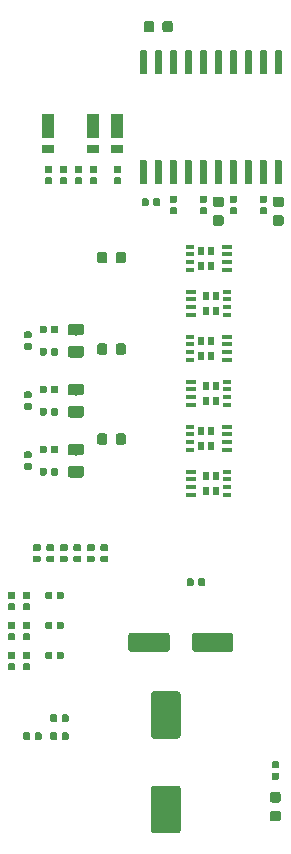
<source format=gtp>
G04 #@! TF.GenerationSoftware,KiCad,Pcbnew,(5.0.2)-1*
G04 #@! TF.CreationDate,2020-05-08T19:47:46+09:00*
G04 #@! TF.ProjectId,Sensorless_BLDC_Driver,53656e73-6f72-46c6-9573-735f424c4443,rev?*
G04 #@! TF.SameCoordinates,Original*
G04 #@! TF.FileFunction,Paste,Top*
G04 #@! TF.FilePolarity,Positive*
%FSLAX46Y46*%
G04 Gerber Fmt 4.6, Leading zero omitted, Abs format (unit mm)*
G04 Created by KiCad (PCBNEW (5.0.2)-1) date 2020/05/08 19:47:46*
%MOMM*%
%LPD*%
G01*
G04 APERTURE LIST*
%ADD10C,0.100000*%
%ADD11C,1.600000*%
%ADD12C,2.500000*%
%ADD13C,0.590000*%
%ADD14C,0.600000*%
%ADD15C,0.875000*%
%ADD16R,1.100000X0.800000*%
%ADD17R,1.100000X2.000000*%
%ADD18R,0.510000X0.635000*%
%ADD19R,0.830000X0.300000*%
%ADD20R,0.750000X0.300000*%
%ADD21C,0.975000*%
G04 APERTURE END LIST*
D10*
G04 #@! TO.C,C2*
G36*
X213544504Y-135041204D02*
X213568773Y-135044804D01*
X213592571Y-135050765D01*
X213615671Y-135059030D01*
X213637849Y-135069520D01*
X213658893Y-135082133D01*
X213678598Y-135096747D01*
X213696777Y-135113223D01*
X213713253Y-135131402D01*
X213727867Y-135151107D01*
X213740480Y-135172151D01*
X213750970Y-135194329D01*
X213759235Y-135217429D01*
X213765196Y-135241227D01*
X213768796Y-135265496D01*
X213770000Y-135290000D01*
X213770000Y-136390000D01*
X213768796Y-136414504D01*
X213765196Y-136438773D01*
X213759235Y-136462571D01*
X213750970Y-136485671D01*
X213740480Y-136507849D01*
X213727867Y-136528893D01*
X213713253Y-136548598D01*
X213696777Y-136566777D01*
X213678598Y-136583253D01*
X213658893Y-136597867D01*
X213637849Y-136610480D01*
X213615671Y-136620970D01*
X213592571Y-136629235D01*
X213568773Y-136635196D01*
X213544504Y-136638796D01*
X213520000Y-136640000D01*
X210520000Y-136640000D01*
X210495496Y-136638796D01*
X210471227Y-136635196D01*
X210447429Y-136629235D01*
X210424329Y-136620970D01*
X210402151Y-136610480D01*
X210381107Y-136597867D01*
X210361402Y-136583253D01*
X210343223Y-136566777D01*
X210326747Y-136548598D01*
X210312133Y-136528893D01*
X210299520Y-136507849D01*
X210289030Y-136485671D01*
X210280765Y-136462571D01*
X210274804Y-136438773D01*
X210271204Y-136414504D01*
X210270000Y-136390000D01*
X210270000Y-135290000D01*
X210271204Y-135265496D01*
X210274804Y-135241227D01*
X210280765Y-135217429D01*
X210289030Y-135194329D01*
X210299520Y-135172151D01*
X210312133Y-135151107D01*
X210326747Y-135131402D01*
X210343223Y-135113223D01*
X210361402Y-135096747D01*
X210381107Y-135082133D01*
X210402151Y-135069520D01*
X210424329Y-135059030D01*
X210447429Y-135050765D01*
X210471227Y-135044804D01*
X210495496Y-135041204D01*
X210520000Y-135040000D01*
X213520000Y-135040000D01*
X213544504Y-135041204D01*
X213544504Y-135041204D01*
G37*
D11*
X212020000Y-135840000D03*
D10*
G36*
X218944504Y-135041204D02*
X218968773Y-135044804D01*
X218992571Y-135050765D01*
X219015671Y-135059030D01*
X219037849Y-135069520D01*
X219058893Y-135082133D01*
X219078598Y-135096747D01*
X219096777Y-135113223D01*
X219113253Y-135131402D01*
X219127867Y-135151107D01*
X219140480Y-135172151D01*
X219150970Y-135194329D01*
X219159235Y-135217429D01*
X219165196Y-135241227D01*
X219168796Y-135265496D01*
X219170000Y-135290000D01*
X219170000Y-136390000D01*
X219168796Y-136414504D01*
X219165196Y-136438773D01*
X219159235Y-136462571D01*
X219150970Y-136485671D01*
X219140480Y-136507849D01*
X219127867Y-136528893D01*
X219113253Y-136548598D01*
X219096777Y-136566777D01*
X219078598Y-136583253D01*
X219058893Y-136597867D01*
X219037849Y-136610480D01*
X219015671Y-136620970D01*
X218992571Y-136629235D01*
X218968773Y-136635196D01*
X218944504Y-136638796D01*
X218920000Y-136640000D01*
X215920000Y-136640000D01*
X215895496Y-136638796D01*
X215871227Y-136635196D01*
X215847429Y-136629235D01*
X215824329Y-136620970D01*
X215802151Y-136610480D01*
X215781107Y-136597867D01*
X215761402Y-136583253D01*
X215743223Y-136566777D01*
X215726747Y-136548598D01*
X215712133Y-136528893D01*
X215699520Y-136507849D01*
X215689030Y-136485671D01*
X215680765Y-136462571D01*
X215674804Y-136438773D01*
X215671204Y-136414504D01*
X215670000Y-136390000D01*
X215670000Y-135290000D01*
X215671204Y-135265496D01*
X215674804Y-135241227D01*
X215680765Y-135217429D01*
X215689030Y-135194329D01*
X215699520Y-135172151D01*
X215712133Y-135151107D01*
X215726747Y-135131402D01*
X215743223Y-135113223D01*
X215761402Y-135096747D01*
X215781107Y-135082133D01*
X215802151Y-135069520D01*
X215824329Y-135059030D01*
X215847429Y-135050765D01*
X215871227Y-135044804D01*
X215895496Y-135041204D01*
X215920000Y-135040000D01*
X218920000Y-135040000D01*
X218944504Y-135041204D01*
X218944504Y-135041204D01*
G37*
D11*
X217420000Y-135840000D03*
G04 #@! TD*
D10*
G04 #@! TO.C,C1*
G36*
X214474504Y-140001204D02*
X214498773Y-140004804D01*
X214522571Y-140010765D01*
X214545671Y-140019030D01*
X214567849Y-140029520D01*
X214588893Y-140042133D01*
X214608598Y-140056747D01*
X214626777Y-140073223D01*
X214643253Y-140091402D01*
X214657867Y-140111107D01*
X214670480Y-140132151D01*
X214680970Y-140154329D01*
X214689235Y-140177429D01*
X214695196Y-140201227D01*
X214698796Y-140225496D01*
X214700000Y-140250000D01*
X214700000Y-143750000D01*
X214698796Y-143774504D01*
X214695196Y-143798773D01*
X214689235Y-143822571D01*
X214680970Y-143845671D01*
X214670480Y-143867849D01*
X214657867Y-143888893D01*
X214643253Y-143908598D01*
X214626777Y-143926777D01*
X214608598Y-143943253D01*
X214588893Y-143957867D01*
X214567849Y-143970480D01*
X214545671Y-143980970D01*
X214522571Y-143989235D01*
X214498773Y-143995196D01*
X214474504Y-143998796D01*
X214450000Y-144000000D01*
X212450000Y-144000000D01*
X212425496Y-143998796D01*
X212401227Y-143995196D01*
X212377429Y-143989235D01*
X212354329Y-143980970D01*
X212332151Y-143970480D01*
X212311107Y-143957867D01*
X212291402Y-143943253D01*
X212273223Y-143926777D01*
X212256747Y-143908598D01*
X212242133Y-143888893D01*
X212229520Y-143867849D01*
X212219030Y-143845671D01*
X212210765Y-143822571D01*
X212204804Y-143798773D01*
X212201204Y-143774504D01*
X212200000Y-143750000D01*
X212200000Y-140250000D01*
X212201204Y-140225496D01*
X212204804Y-140201227D01*
X212210765Y-140177429D01*
X212219030Y-140154329D01*
X212229520Y-140132151D01*
X212242133Y-140111107D01*
X212256747Y-140091402D01*
X212273223Y-140073223D01*
X212291402Y-140056747D01*
X212311107Y-140042133D01*
X212332151Y-140029520D01*
X212354329Y-140019030D01*
X212377429Y-140010765D01*
X212401227Y-140004804D01*
X212425496Y-140001204D01*
X212450000Y-140000000D01*
X214450000Y-140000000D01*
X214474504Y-140001204D01*
X214474504Y-140001204D01*
G37*
D12*
X213450000Y-142000000D03*
D10*
G36*
X214474504Y-148001204D02*
X214498773Y-148004804D01*
X214522571Y-148010765D01*
X214545671Y-148019030D01*
X214567849Y-148029520D01*
X214588893Y-148042133D01*
X214608598Y-148056747D01*
X214626777Y-148073223D01*
X214643253Y-148091402D01*
X214657867Y-148111107D01*
X214670480Y-148132151D01*
X214680970Y-148154329D01*
X214689235Y-148177429D01*
X214695196Y-148201227D01*
X214698796Y-148225496D01*
X214700000Y-148250000D01*
X214700000Y-151750000D01*
X214698796Y-151774504D01*
X214695196Y-151798773D01*
X214689235Y-151822571D01*
X214680970Y-151845671D01*
X214670480Y-151867849D01*
X214657867Y-151888893D01*
X214643253Y-151908598D01*
X214626777Y-151926777D01*
X214608598Y-151943253D01*
X214588893Y-151957867D01*
X214567849Y-151970480D01*
X214545671Y-151980970D01*
X214522571Y-151989235D01*
X214498773Y-151995196D01*
X214474504Y-151998796D01*
X214450000Y-152000000D01*
X212450000Y-152000000D01*
X212425496Y-151998796D01*
X212401227Y-151995196D01*
X212377429Y-151989235D01*
X212354329Y-151980970D01*
X212332151Y-151970480D01*
X212311107Y-151957867D01*
X212291402Y-151943253D01*
X212273223Y-151926777D01*
X212256747Y-151908598D01*
X212242133Y-151888893D01*
X212229520Y-151867849D01*
X212219030Y-151845671D01*
X212210765Y-151822571D01*
X212204804Y-151798773D01*
X212201204Y-151774504D01*
X212200000Y-151750000D01*
X212200000Y-148250000D01*
X212201204Y-148225496D01*
X212204804Y-148201227D01*
X212210765Y-148177429D01*
X212219030Y-148154329D01*
X212229520Y-148132151D01*
X212242133Y-148111107D01*
X212256747Y-148091402D01*
X212273223Y-148073223D01*
X212291402Y-148056747D01*
X212311107Y-148042133D01*
X212332151Y-148029520D01*
X212354329Y-148019030D01*
X212377429Y-148010765D01*
X212401227Y-148004804D01*
X212425496Y-148001204D01*
X212450000Y-148000000D01*
X214450000Y-148000000D01*
X214474504Y-148001204D01*
X214474504Y-148001204D01*
G37*
D12*
X213450000Y-150000000D03*
G04 #@! TD*
D10*
G04 #@! TO.C,R9*
G36*
X204969958Y-95507710D02*
X204984276Y-95509834D01*
X204998317Y-95513351D01*
X205011946Y-95518228D01*
X205025031Y-95524417D01*
X205037447Y-95531858D01*
X205049073Y-95540481D01*
X205059798Y-95550202D01*
X205069519Y-95560927D01*
X205078142Y-95572553D01*
X205085583Y-95584969D01*
X205091772Y-95598054D01*
X205096649Y-95611683D01*
X205100166Y-95625724D01*
X205102290Y-95640042D01*
X205103000Y-95654500D01*
X205103000Y-95949500D01*
X205102290Y-95963958D01*
X205100166Y-95978276D01*
X205096649Y-95992317D01*
X205091772Y-96005946D01*
X205085583Y-96019031D01*
X205078142Y-96031447D01*
X205069519Y-96043073D01*
X205059798Y-96053798D01*
X205049073Y-96063519D01*
X205037447Y-96072142D01*
X205025031Y-96079583D01*
X205011946Y-96085772D01*
X204998317Y-96090649D01*
X204984276Y-96094166D01*
X204969958Y-96096290D01*
X204955500Y-96097000D01*
X204610500Y-96097000D01*
X204596042Y-96096290D01*
X204581724Y-96094166D01*
X204567683Y-96090649D01*
X204554054Y-96085772D01*
X204540969Y-96079583D01*
X204528553Y-96072142D01*
X204516927Y-96063519D01*
X204506202Y-96053798D01*
X204496481Y-96043073D01*
X204487858Y-96031447D01*
X204480417Y-96019031D01*
X204474228Y-96005946D01*
X204469351Y-95992317D01*
X204465834Y-95978276D01*
X204463710Y-95963958D01*
X204463000Y-95949500D01*
X204463000Y-95654500D01*
X204463710Y-95640042D01*
X204465834Y-95625724D01*
X204469351Y-95611683D01*
X204474228Y-95598054D01*
X204480417Y-95584969D01*
X204487858Y-95572553D01*
X204496481Y-95560927D01*
X204506202Y-95550202D01*
X204516927Y-95540481D01*
X204528553Y-95531858D01*
X204540969Y-95524417D01*
X204554054Y-95518228D01*
X204567683Y-95513351D01*
X204581724Y-95509834D01*
X204596042Y-95507710D01*
X204610500Y-95507000D01*
X204955500Y-95507000D01*
X204969958Y-95507710D01*
X204969958Y-95507710D01*
G37*
D13*
X204783000Y-95802000D03*
D10*
G36*
X204969958Y-96477710D02*
X204984276Y-96479834D01*
X204998317Y-96483351D01*
X205011946Y-96488228D01*
X205025031Y-96494417D01*
X205037447Y-96501858D01*
X205049073Y-96510481D01*
X205059798Y-96520202D01*
X205069519Y-96530927D01*
X205078142Y-96542553D01*
X205085583Y-96554969D01*
X205091772Y-96568054D01*
X205096649Y-96581683D01*
X205100166Y-96595724D01*
X205102290Y-96610042D01*
X205103000Y-96624500D01*
X205103000Y-96919500D01*
X205102290Y-96933958D01*
X205100166Y-96948276D01*
X205096649Y-96962317D01*
X205091772Y-96975946D01*
X205085583Y-96989031D01*
X205078142Y-97001447D01*
X205069519Y-97013073D01*
X205059798Y-97023798D01*
X205049073Y-97033519D01*
X205037447Y-97042142D01*
X205025031Y-97049583D01*
X205011946Y-97055772D01*
X204998317Y-97060649D01*
X204984276Y-97064166D01*
X204969958Y-97066290D01*
X204955500Y-97067000D01*
X204610500Y-97067000D01*
X204596042Y-97066290D01*
X204581724Y-97064166D01*
X204567683Y-97060649D01*
X204554054Y-97055772D01*
X204540969Y-97049583D01*
X204528553Y-97042142D01*
X204516927Y-97033519D01*
X204506202Y-97023798D01*
X204496481Y-97013073D01*
X204487858Y-97001447D01*
X204480417Y-96989031D01*
X204474228Y-96975946D01*
X204469351Y-96962317D01*
X204465834Y-96948276D01*
X204463710Y-96933958D01*
X204463000Y-96919500D01*
X204463000Y-96624500D01*
X204463710Y-96610042D01*
X204465834Y-96595724D01*
X204469351Y-96581683D01*
X204474228Y-96568054D01*
X204480417Y-96554969D01*
X204487858Y-96542553D01*
X204496481Y-96530927D01*
X204506202Y-96520202D01*
X204516927Y-96510481D01*
X204528553Y-96501858D01*
X204540969Y-96494417D01*
X204554054Y-96488228D01*
X204567683Y-96483351D01*
X204581724Y-96479834D01*
X204596042Y-96477710D01*
X204610500Y-96477000D01*
X204955500Y-96477000D01*
X204969958Y-96477710D01*
X204969958Y-96477710D01*
G37*
D13*
X204783000Y-96772000D03*
G04 #@! TD*
D10*
G04 #@! TO.C,U2*
G36*
X223139703Y-85715722D02*
X223154264Y-85717882D01*
X223168543Y-85721459D01*
X223182403Y-85726418D01*
X223195710Y-85732712D01*
X223208336Y-85740280D01*
X223220159Y-85749048D01*
X223231066Y-85758934D01*
X223240952Y-85769841D01*
X223249720Y-85781664D01*
X223257288Y-85794290D01*
X223263582Y-85807597D01*
X223268541Y-85821457D01*
X223272118Y-85835736D01*
X223274278Y-85850297D01*
X223275000Y-85865000D01*
X223275000Y-87615000D01*
X223274278Y-87629703D01*
X223272118Y-87644264D01*
X223268541Y-87658543D01*
X223263582Y-87672403D01*
X223257288Y-87685710D01*
X223249720Y-87698336D01*
X223240952Y-87710159D01*
X223231066Y-87721066D01*
X223220159Y-87730952D01*
X223208336Y-87739720D01*
X223195710Y-87747288D01*
X223182403Y-87753582D01*
X223168543Y-87758541D01*
X223154264Y-87762118D01*
X223139703Y-87764278D01*
X223125000Y-87765000D01*
X222825000Y-87765000D01*
X222810297Y-87764278D01*
X222795736Y-87762118D01*
X222781457Y-87758541D01*
X222767597Y-87753582D01*
X222754290Y-87747288D01*
X222741664Y-87739720D01*
X222729841Y-87730952D01*
X222718934Y-87721066D01*
X222709048Y-87710159D01*
X222700280Y-87698336D01*
X222692712Y-87685710D01*
X222686418Y-87672403D01*
X222681459Y-87658543D01*
X222677882Y-87644264D01*
X222675722Y-87629703D01*
X222675000Y-87615000D01*
X222675000Y-85865000D01*
X222675722Y-85850297D01*
X222677882Y-85835736D01*
X222681459Y-85821457D01*
X222686418Y-85807597D01*
X222692712Y-85794290D01*
X222700280Y-85781664D01*
X222709048Y-85769841D01*
X222718934Y-85758934D01*
X222729841Y-85749048D01*
X222741664Y-85740280D01*
X222754290Y-85732712D01*
X222767597Y-85726418D01*
X222781457Y-85721459D01*
X222795736Y-85717882D01*
X222810297Y-85715722D01*
X222825000Y-85715000D01*
X223125000Y-85715000D01*
X223139703Y-85715722D01*
X223139703Y-85715722D01*
G37*
D14*
X222975000Y-86740000D03*
D10*
G36*
X221869703Y-85715722D02*
X221884264Y-85717882D01*
X221898543Y-85721459D01*
X221912403Y-85726418D01*
X221925710Y-85732712D01*
X221938336Y-85740280D01*
X221950159Y-85749048D01*
X221961066Y-85758934D01*
X221970952Y-85769841D01*
X221979720Y-85781664D01*
X221987288Y-85794290D01*
X221993582Y-85807597D01*
X221998541Y-85821457D01*
X222002118Y-85835736D01*
X222004278Y-85850297D01*
X222005000Y-85865000D01*
X222005000Y-87615000D01*
X222004278Y-87629703D01*
X222002118Y-87644264D01*
X221998541Y-87658543D01*
X221993582Y-87672403D01*
X221987288Y-87685710D01*
X221979720Y-87698336D01*
X221970952Y-87710159D01*
X221961066Y-87721066D01*
X221950159Y-87730952D01*
X221938336Y-87739720D01*
X221925710Y-87747288D01*
X221912403Y-87753582D01*
X221898543Y-87758541D01*
X221884264Y-87762118D01*
X221869703Y-87764278D01*
X221855000Y-87765000D01*
X221555000Y-87765000D01*
X221540297Y-87764278D01*
X221525736Y-87762118D01*
X221511457Y-87758541D01*
X221497597Y-87753582D01*
X221484290Y-87747288D01*
X221471664Y-87739720D01*
X221459841Y-87730952D01*
X221448934Y-87721066D01*
X221439048Y-87710159D01*
X221430280Y-87698336D01*
X221422712Y-87685710D01*
X221416418Y-87672403D01*
X221411459Y-87658543D01*
X221407882Y-87644264D01*
X221405722Y-87629703D01*
X221405000Y-87615000D01*
X221405000Y-85865000D01*
X221405722Y-85850297D01*
X221407882Y-85835736D01*
X221411459Y-85821457D01*
X221416418Y-85807597D01*
X221422712Y-85794290D01*
X221430280Y-85781664D01*
X221439048Y-85769841D01*
X221448934Y-85758934D01*
X221459841Y-85749048D01*
X221471664Y-85740280D01*
X221484290Y-85732712D01*
X221497597Y-85726418D01*
X221511457Y-85721459D01*
X221525736Y-85717882D01*
X221540297Y-85715722D01*
X221555000Y-85715000D01*
X221855000Y-85715000D01*
X221869703Y-85715722D01*
X221869703Y-85715722D01*
G37*
D14*
X221705000Y-86740000D03*
D10*
G36*
X220599703Y-85715722D02*
X220614264Y-85717882D01*
X220628543Y-85721459D01*
X220642403Y-85726418D01*
X220655710Y-85732712D01*
X220668336Y-85740280D01*
X220680159Y-85749048D01*
X220691066Y-85758934D01*
X220700952Y-85769841D01*
X220709720Y-85781664D01*
X220717288Y-85794290D01*
X220723582Y-85807597D01*
X220728541Y-85821457D01*
X220732118Y-85835736D01*
X220734278Y-85850297D01*
X220735000Y-85865000D01*
X220735000Y-87615000D01*
X220734278Y-87629703D01*
X220732118Y-87644264D01*
X220728541Y-87658543D01*
X220723582Y-87672403D01*
X220717288Y-87685710D01*
X220709720Y-87698336D01*
X220700952Y-87710159D01*
X220691066Y-87721066D01*
X220680159Y-87730952D01*
X220668336Y-87739720D01*
X220655710Y-87747288D01*
X220642403Y-87753582D01*
X220628543Y-87758541D01*
X220614264Y-87762118D01*
X220599703Y-87764278D01*
X220585000Y-87765000D01*
X220285000Y-87765000D01*
X220270297Y-87764278D01*
X220255736Y-87762118D01*
X220241457Y-87758541D01*
X220227597Y-87753582D01*
X220214290Y-87747288D01*
X220201664Y-87739720D01*
X220189841Y-87730952D01*
X220178934Y-87721066D01*
X220169048Y-87710159D01*
X220160280Y-87698336D01*
X220152712Y-87685710D01*
X220146418Y-87672403D01*
X220141459Y-87658543D01*
X220137882Y-87644264D01*
X220135722Y-87629703D01*
X220135000Y-87615000D01*
X220135000Y-85865000D01*
X220135722Y-85850297D01*
X220137882Y-85835736D01*
X220141459Y-85821457D01*
X220146418Y-85807597D01*
X220152712Y-85794290D01*
X220160280Y-85781664D01*
X220169048Y-85769841D01*
X220178934Y-85758934D01*
X220189841Y-85749048D01*
X220201664Y-85740280D01*
X220214290Y-85732712D01*
X220227597Y-85726418D01*
X220241457Y-85721459D01*
X220255736Y-85717882D01*
X220270297Y-85715722D01*
X220285000Y-85715000D01*
X220585000Y-85715000D01*
X220599703Y-85715722D01*
X220599703Y-85715722D01*
G37*
D14*
X220435000Y-86740000D03*
D10*
G36*
X219329703Y-85715722D02*
X219344264Y-85717882D01*
X219358543Y-85721459D01*
X219372403Y-85726418D01*
X219385710Y-85732712D01*
X219398336Y-85740280D01*
X219410159Y-85749048D01*
X219421066Y-85758934D01*
X219430952Y-85769841D01*
X219439720Y-85781664D01*
X219447288Y-85794290D01*
X219453582Y-85807597D01*
X219458541Y-85821457D01*
X219462118Y-85835736D01*
X219464278Y-85850297D01*
X219465000Y-85865000D01*
X219465000Y-87615000D01*
X219464278Y-87629703D01*
X219462118Y-87644264D01*
X219458541Y-87658543D01*
X219453582Y-87672403D01*
X219447288Y-87685710D01*
X219439720Y-87698336D01*
X219430952Y-87710159D01*
X219421066Y-87721066D01*
X219410159Y-87730952D01*
X219398336Y-87739720D01*
X219385710Y-87747288D01*
X219372403Y-87753582D01*
X219358543Y-87758541D01*
X219344264Y-87762118D01*
X219329703Y-87764278D01*
X219315000Y-87765000D01*
X219015000Y-87765000D01*
X219000297Y-87764278D01*
X218985736Y-87762118D01*
X218971457Y-87758541D01*
X218957597Y-87753582D01*
X218944290Y-87747288D01*
X218931664Y-87739720D01*
X218919841Y-87730952D01*
X218908934Y-87721066D01*
X218899048Y-87710159D01*
X218890280Y-87698336D01*
X218882712Y-87685710D01*
X218876418Y-87672403D01*
X218871459Y-87658543D01*
X218867882Y-87644264D01*
X218865722Y-87629703D01*
X218865000Y-87615000D01*
X218865000Y-85865000D01*
X218865722Y-85850297D01*
X218867882Y-85835736D01*
X218871459Y-85821457D01*
X218876418Y-85807597D01*
X218882712Y-85794290D01*
X218890280Y-85781664D01*
X218899048Y-85769841D01*
X218908934Y-85758934D01*
X218919841Y-85749048D01*
X218931664Y-85740280D01*
X218944290Y-85732712D01*
X218957597Y-85726418D01*
X218971457Y-85721459D01*
X218985736Y-85717882D01*
X219000297Y-85715722D01*
X219015000Y-85715000D01*
X219315000Y-85715000D01*
X219329703Y-85715722D01*
X219329703Y-85715722D01*
G37*
D14*
X219165000Y-86740000D03*
D10*
G36*
X218059703Y-85715722D02*
X218074264Y-85717882D01*
X218088543Y-85721459D01*
X218102403Y-85726418D01*
X218115710Y-85732712D01*
X218128336Y-85740280D01*
X218140159Y-85749048D01*
X218151066Y-85758934D01*
X218160952Y-85769841D01*
X218169720Y-85781664D01*
X218177288Y-85794290D01*
X218183582Y-85807597D01*
X218188541Y-85821457D01*
X218192118Y-85835736D01*
X218194278Y-85850297D01*
X218195000Y-85865000D01*
X218195000Y-87615000D01*
X218194278Y-87629703D01*
X218192118Y-87644264D01*
X218188541Y-87658543D01*
X218183582Y-87672403D01*
X218177288Y-87685710D01*
X218169720Y-87698336D01*
X218160952Y-87710159D01*
X218151066Y-87721066D01*
X218140159Y-87730952D01*
X218128336Y-87739720D01*
X218115710Y-87747288D01*
X218102403Y-87753582D01*
X218088543Y-87758541D01*
X218074264Y-87762118D01*
X218059703Y-87764278D01*
X218045000Y-87765000D01*
X217745000Y-87765000D01*
X217730297Y-87764278D01*
X217715736Y-87762118D01*
X217701457Y-87758541D01*
X217687597Y-87753582D01*
X217674290Y-87747288D01*
X217661664Y-87739720D01*
X217649841Y-87730952D01*
X217638934Y-87721066D01*
X217629048Y-87710159D01*
X217620280Y-87698336D01*
X217612712Y-87685710D01*
X217606418Y-87672403D01*
X217601459Y-87658543D01*
X217597882Y-87644264D01*
X217595722Y-87629703D01*
X217595000Y-87615000D01*
X217595000Y-85865000D01*
X217595722Y-85850297D01*
X217597882Y-85835736D01*
X217601459Y-85821457D01*
X217606418Y-85807597D01*
X217612712Y-85794290D01*
X217620280Y-85781664D01*
X217629048Y-85769841D01*
X217638934Y-85758934D01*
X217649841Y-85749048D01*
X217661664Y-85740280D01*
X217674290Y-85732712D01*
X217687597Y-85726418D01*
X217701457Y-85721459D01*
X217715736Y-85717882D01*
X217730297Y-85715722D01*
X217745000Y-85715000D01*
X218045000Y-85715000D01*
X218059703Y-85715722D01*
X218059703Y-85715722D01*
G37*
D14*
X217895000Y-86740000D03*
D10*
G36*
X216789703Y-85715722D02*
X216804264Y-85717882D01*
X216818543Y-85721459D01*
X216832403Y-85726418D01*
X216845710Y-85732712D01*
X216858336Y-85740280D01*
X216870159Y-85749048D01*
X216881066Y-85758934D01*
X216890952Y-85769841D01*
X216899720Y-85781664D01*
X216907288Y-85794290D01*
X216913582Y-85807597D01*
X216918541Y-85821457D01*
X216922118Y-85835736D01*
X216924278Y-85850297D01*
X216925000Y-85865000D01*
X216925000Y-87615000D01*
X216924278Y-87629703D01*
X216922118Y-87644264D01*
X216918541Y-87658543D01*
X216913582Y-87672403D01*
X216907288Y-87685710D01*
X216899720Y-87698336D01*
X216890952Y-87710159D01*
X216881066Y-87721066D01*
X216870159Y-87730952D01*
X216858336Y-87739720D01*
X216845710Y-87747288D01*
X216832403Y-87753582D01*
X216818543Y-87758541D01*
X216804264Y-87762118D01*
X216789703Y-87764278D01*
X216775000Y-87765000D01*
X216475000Y-87765000D01*
X216460297Y-87764278D01*
X216445736Y-87762118D01*
X216431457Y-87758541D01*
X216417597Y-87753582D01*
X216404290Y-87747288D01*
X216391664Y-87739720D01*
X216379841Y-87730952D01*
X216368934Y-87721066D01*
X216359048Y-87710159D01*
X216350280Y-87698336D01*
X216342712Y-87685710D01*
X216336418Y-87672403D01*
X216331459Y-87658543D01*
X216327882Y-87644264D01*
X216325722Y-87629703D01*
X216325000Y-87615000D01*
X216325000Y-85865000D01*
X216325722Y-85850297D01*
X216327882Y-85835736D01*
X216331459Y-85821457D01*
X216336418Y-85807597D01*
X216342712Y-85794290D01*
X216350280Y-85781664D01*
X216359048Y-85769841D01*
X216368934Y-85758934D01*
X216379841Y-85749048D01*
X216391664Y-85740280D01*
X216404290Y-85732712D01*
X216417597Y-85726418D01*
X216431457Y-85721459D01*
X216445736Y-85717882D01*
X216460297Y-85715722D01*
X216475000Y-85715000D01*
X216775000Y-85715000D01*
X216789703Y-85715722D01*
X216789703Y-85715722D01*
G37*
D14*
X216625000Y-86740000D03*
D10*
G36*
X215519703Y-85715722D02*
X215534264Y-85717882D01*
X215548543Y-85721459D01*
X215562403Y-85726418D01*
X215575710Y-85732712D01*
X215588336Y-85740280D01*
X215600159Y-85749048D01*
X215611066Y-85758934D01*
X215620952Y-85769841D01*
X215629720Y-85781664D01*
X215637288Y-85794290D01*
X215643582Y-85807597D01*
X215648541Y-85821457D01*
X215652118Y-85835736D01*
X215654278Y-85850297D01*
X215655000Y-85865000D01*
X215655000Y-87615000D01*
X215654278Y-87629703D01*
X215652118Y-87644264D01*
X215648541Y-87658543D01*
X215643582Y-87672403D01*
X215637288Y-87685710D01*
X215629720Y-87698336D01*
X215620952Y-87710159D01*
X215611066Y-87721066D01*
X215600159Y-87730952D01*
X215588336Y-87739720D01*
X215575710Y-87747288D01*
X215562403Y-87753582D01*
X215548543Y-87758541D01*
X215534264Y-87762118D01*
X215519703Y-87764278D01*
X215505000Y-87765000D01*
X215205000Y-87765000D01*
X215190297Y-87764278D01*
X215175736Y-87762118D01*
X215161457Y-87758541D01*
X215147597Y-87753582D01*
X215134290Y-87747288D01*
X215121664Y-87739720D01*
X215109841Y-87730952D01*
X215098934Y-87721066D01*
X215089048Y-87710159D01*
X215080280Y-87698336D01*
X215072712Y-87685710D01*
X215066418Y-87672403D01*
X215061459Y-87658543D01*
X215057882Y-87644264D01*
X215055722Y-87629703D01*
X215055000Y-87615000D01*
X215055000Y-85865000D01*
X215055722Y-85850297D01*
X215057882Y-85835736D01*
X215061459Y-85821457D01*
X215066418Y-85807597D01*
X215072712Y-85794290D01*
X215080280Y-85781664D01*
X215089048Y-85769841D01*
X215098934Y-85758934D01*
X215109841Y-85749048D01*
X215121664Y-85740280D01*
X215134290Y-85732712D01*
X215147597Y-85726418D01*
X215161457Y-85721459D01*
X215175736Y-85717882D01*
X215190297Y-85715722D01*
X215205000Y-85715000D01*
X215505000Y-85715000D01*
X215519703Y-85715722D01*
X215519703Y-85715722D01*
G37*
D14*
X215355000Y-86740000D03*
D10*
G36*
X214249703Y-85715722D02*
X214264264Y-85717882D01*
X214278543Y-85721459D01*
X214292403Y-85726418D01*
X214305710Y-85732712D01*
X214318336Y-85740280D01*
X214330159Y-85749048D01*
X214341066Y-85758934D01*
X214350952Y-85769841D01*
X214359720Y-85781664D01*
X214367288Y-85794290D01*
X214373582Y-85807597D01*
X214378541Y-85821457D01*
X214382118Y-85835736D01*
X214384278Y-85850297D01*
X214385000Y-85865000D01*
X214385000Y-87615000D01*
X214384278Y-87629703D01*
X214382118Y-87644264D01*
X214378541Y-87658543D01*
X214373582Y-87672403D01*
X214367288Y-87685710D01*
X214359720Y-87698336D01*
X214350952Y-87710159D01*
X214341066Y-87721066D01*
X214330159Y-87730952D01*
X214318336Y-87739720D01*
X214305710Y-87747288D01*
X214292403Y-87753582D01*
X214278543Y-87758541D01*
X214264264Y-87762118D01*
X214249703Y-87764278D01*
X214235000Y-87765000D01*
X213935000Y-87765000D01*
X213920297Y-87764278D01*
X213905736Y-87762118D01*
X213891457Y-87758541D01*
X213877597Y-87753582D01*
X213864290Y-87747288D01*
X213851664Y-87739720D01*
X213839841Y-87730952D01*
X213828934Y-87721066D01*
X213819048Y-87710159D01*
X213810280Y-87698336D01*
X213802712Y-87685710D01*
X213796418Y-87672403D01*
X213791459Y-87658543D01*
X213787882Y-87644264D01*
X213785722Y-87629703D01*
X213785000Y-87615000D01*
X213785000Y-85865000D01*
X213785722Y-85850297D01*
X213787882Y-85835736D01*
X213791459Y-85821457D01*
X213796418Y-85807597D01*
X213802712Y-85794290D01*
X213810280Y-85781664D01*
X213819048Y-85769841D01*
X213828934Y-85758934D01*
X213839841Y-85749048D01*
X213851664Y-85740280D01*
X213864290Y-85732712D01*
X213877597Y-85726418D01*
X213891457Y-85721459D01*
X213905736Y-85717882D01*
X213920297Y-85715722D01*
X213935000Y-85715000D01*
X214235000Y-85715000D01*
X214249703Y-85715722D01*
X214249703Y-85715722D01*
G37*
D14*
X214085000Y-86740000D03*
D10*
G36*
X212979703Y-85715722D02*
X212994264Y-85717882D01*
X213008543Y-85721459D01*
X213022403Y-85726418D01*
X213035710Y-85732712D01*
X213048336Y-85740280D01*
X213060159Y-85749048D01*
X213071066Y-85758934D01*
X213080952Y-85769841D01*
X213089720Y-85781664D01*
X213097288Y-85794290D01*
X213103582Y-85807597D01*
X213108541Y-85821457D01*
X213112118Y-85835736D01*
X213114278Y-85850297D01*
X213115000Y-85865000D01*
X213115000Y-87615000D01*
X213114278Y-87629703D01*
X213112118Y-87644264D01*
X213108541Y-87658543D01*
X213103582Y-87672403D01*
X213097288Y-87685710D01*
X213089720Y-87698336D01*
X213080952Y-87710159D01*
X213071066Y-87721066D01*
X213060159Y-87730952D01*
X213048336Y-87739720D01*
X213035710Y-87747288D01*
X213022403Y-87753582D01*
X213008543Y-87758541D01*
X212994264Y-87762118D01*
X212979703Y-87764278D01*
X212965000Y-87765000D01*
X212665000Y-87765000D01*
X212650297Y-87764278D01*
X212635736Y-87762118D01*
X212621457Y-87758541D01*
X212607597Y-87753582D01*
X212594290Y-87747288D01*
X212581664Y-87739720D01*
X212569841Y-87730952D01*
X212558934Y-87721066D01*
X212549048Y-87710159D01*
X212540280Y-87698336D01*
X212532712Y-87685710D01*
X212526418Y-87672403D01*
X212521459Y-87658543D01*
X212517882Y-87644264D01*
X212515722Y-87629703D01*
X212515000Y-87615000D01*
X212515000Y-85865000D01*
X212515722Y-85850297D01*
X212517882Y-85835736D01*
X212521459Y-85821457D01*
X212526418Y-85807597D01*
X212532712Y-85794290D01*
X212540280Y-85781664D01*
X212549048Y-85769841D01*
X212558934Y-85758934D01*
X212569841Y-85749048D01*
X212581664Y-85740280D01*
X212594290Y-85732712D01*
X212607597Y-85726418D01*
X212621457Y-85721459D01*
X212635736Y-85717882D01*
X212650297Y-85715722D01*
X212665000Y-85715000D01*
X212965000Y-85715000D01*
X212979703Y-85715722D01*
X212979703Y-85715722D01*
G37*
D14*
X212815000Y-86740000D03*
D10*
G36*
X211709703Y-85715722D02*
X211724264Y-85717882D01*
X211738543Y-85721459D01*
X211752403Y-85726418D01*
X211765710Y-85732712D01*
X211778336Y-85740280D01*
X211790159Y-85749048D01*
X211801066Y-85758934D01*
X211810952Y-85769841D01*
X211819720Y-85781664D01*
X211827288Y-85794290D01*
X211833582Y-85807597D01*
X211838541Y-85821457D01*
X211842118Y-85835736D01*
X211844278Y-85850297D01*
X211845000Y-85865000D01*
X211845000Y-87615000D01*
X211844278Y-87629703D01*
X211842118Y-87644264D01*
X211838541Y-87658543D01*
X211833582Y-87672403D01*
X211827288Y-87685710D01*
X211819720Y-87698336D01*
X211810952Y-87710159D01*
X211801066Y-87721066D01*
X211790159Y-87730952D01*
X211778336Y-87739720D01*
X211765710Y-87747288D01*
X211752403Y-87753582D01*
X211738543Y-87758541D01*
X211724264Y-87762118D01*
X211709703Y-87764278D01*
X211695000Y-87765000D01*
X211395000Y-87765000D01*
X211380297Y-87764278D01*
X211365736Y-87762118D01*
X211351457Y-87758541D01*
X211337597Y-87753582D01*
X211324290Y-87747288D01*
X211311664Y-87739720D01*
X211299841Y-87730952D01*
X211288934Y-87721066D01*
X211279048Y-87710159D01*
X211270280Y-87698336D01*
X211262712Y-87685710D01*
X211256418Y-87672403D01*
X211251459Y-87658543D01*
X211247882Y-87644264D01*
X211245722Y-87629703D01*
X211245000Y-87615000D01*
X211245000Y-85865000D01*
X211245722Y-85850297D01*
X211247882Y-85835736D01*
X211251459Y-85821457D01*
X211256418Y-85807597D01*
X211262712Y-85794290D01*
X211270280Y-85781664D01*
X211279048Y-85769841D01*
X211288934Y-85758934D01*
X211299841Y-85749048D01*
X211311664Y-85740280D01*
X211324290Y-85732712D01*
X211337597Y-85726418D01*
X211351457Y-85721459D01*
X211365736Y-85717882D01*
X211380297Y-85715722D01*
X211395000Y-85715000D01*
X211695000Y-85715000D01*
X211709703Y-85715722D01*
X211709703Y-85715722D01*
G37*
D14*
X211545000Y-86740000D03*
D10*
G36*
X211709703Y-95015722D02*
X211724264Y-95017882D01*
X211738543Y-95021459D01*
X211752403Y-95026418D01*
X211765710Y-95032712D01*
X211778336Y-95040280D01*
X211790159Y-95049048D01*
X211801066Y-95058934D01*
X211810952Y-95069841D01*
X211819720Y-95081664D01*
X211827288Y-95094290D01*
X211833582Y-95107597D01*
X211838541Y-95121457D01*
X211842118Y-95135736D01*
X211844278Y-95150297D01*
X211845000Y-95165000D01*
X211845000Y-96915000D01*
X211844278Y-96929703D01*
X211842118Y-96944264D01*
X211838541Y-96958543D01*
X211833582Y-96972403D01*
X211827288Y-96985710D01*
X211819720Y-96998336D01*
X211810952Y-97010159D01*
X211801066Y-97021066D01*
X211790159Y-97030952D01*
X211778336Y-97039720D01*
X211765710Y-97047288D01*
X211752403Y-97053582D01*
X211738543Y-97058541D01*
X211724264Y-97062118D01*
X211709703Y-97064278D01*
X211695000Y-97065000D01*
X211395000Y-97065000D01*
X211380297Y-97064278D01*
X211365736Y-97062118D01*
X211351457Y-97058541D01*
X211337597Y-97053582D01*
X211324290Y-97047288D01*
X211311664Y-97039720D01*
X211299841Y-97030952D01*
X211288934Y-97021066D01*
X211279048Y-97010159D01*
X211270280Y-96998336D01*
X211262712Y-96985710D01*
X211256418Y-96972403D01*
X211251459Y-96958543D01*
X211247882Y-96944264D01*
X211245722Y-96929703D01*
X211245000Y-96915000D01*
X211245000Y-95165000D01*
X211245722Y-95150297D01*
X211247882Y-95135736D01*
X211251459Y-95121457D01*
X211256418Y-95107597D01*
X211262712Y-95094290D01*
X211270280Y-95081664D01*
X211279048Y-95069841D01*
X211288934Y-95058934D01*
X211299841Y-95049048D01*
X211311664Y-95040280D01*
X211324290Y-95032712D01*
X211337597Y-95026418D01*
X211351457Y-95021459D01*
X211365736Y-95017882D01*
X211380297Y-95015722D01*
X211395000Y-95015000D01*
X211695000Y-95015000D01*
X211709703Y-95015722D01*
X211709703Y-95015722D01*
G37*
D14*
X211545000Y-96040000D03*
D10*
G36*
X212979703Y-95015722D02*
X212994264Y-95017882D01*
X213008543Y-95021459D01*
X213022403Y-95026418D01*
X213035710Y-95032712D01*
X213048336Y-95040280D01*
X213060159Y-95049048D01*
X213071066Y-95058934D01*
X213080952Y-95069841D01*
X213089720Y-95081664D01*
X213097288Y-95094290D01*
X213103582Y-95107597D01*
X213108541Y-95121457D01*
X213112118Y-95135736D01*
X213114278Y-95150297D01*
X213115000Y-95165000D01*
X213115000Y-96915000D01*
X213114278Y-96929703D01*
X213112118Y-96944264D01*
X213108541Y-96958543D01*
X213103582Y-96972403D01*
X213097288Y-96985710D01*
X213089720Y-96998336D01*
X213080952Y-97010159D01*
X213071066Y-97021066D01*
X213060159Y-97030952D01*
X213048336Y-97039720D01*
X213035710Y-97047288D01*
X213022403Y-97053582D01*
X213008543Y-97058541D01*
X212994264Y-97062118D01*
X212979703Y-97064278D01*
X212965000Y-97065000D01*
X212665000Y-97065000D01*
X212650297Y-97064278D01*
X212635736Y-97062118D01*
X212621457Y-97058541D01*
X212607597Y-97053582D01*
X212594290Y-97047288D01*
X212581664Y-97039720D01*
X212569841Y-97030952D01*
X212558934Y-97021066D01*
X212549048Y-97010159D01*
X212540280Y-96998336D01*
X212532712Y-96985710D01*
X212526418Y-96972403D01*
X212521459Y-96958543D01*
X212517882Y-96944264D01*
X212515722Y-96929703D01*
X212515000Y-96915000D01*
X212515000Y-95165000D01*
X212515722Y-95150297D01*
X212517882Y-95135736D01*
X212521459Y-95121457D01*
X212526418Y-95107597D01*
X212532712Y-95094290D01*
X212540280Y-95081664D01*
X212549048Y-95069841D01*
X212558934Y-95058934D01*
X212569841Y-95049048D01*
X212581664Y-95040280D01*
X212594290Y-95032712D01*
X212607597Y-95026418D01*
X212621457Y-95021459D01*
X212635736Y-95017882D01*
X212650297Y-95015722D01*
X212665000Y-95015000D01*
X212965000Y-95015000D01*
X212979703Y-95015722D01*
X212979703Y-95015722D01*
G37*
D14*
X212815000Y-96040000D03*
D10*
G36*
X214249703Y-95015722D02*
X214264264Y-95017882D01*
X214278543Y-95021459D01*
X214292403Y-95026418D01*
X214305710Y-95032712D01*
X214318336Y-95040280D01*
X214330159Y-95049048D01*
X214341066Y-95058934D01*
X214350952Y-95069841D01*
X214359720Y-95081664D01*
X214367288Y-95094290D01*
X214373582Y-95107597D01*
X214378541Y-95121457D01*
X214382118Y-95135736D01*
X214384278Y-95150297D01*
X214385000Y-95165000D01*
X214385000Y-96915000D01*
X214384278Y-96929703D01*
X214382118Y-96944264D01*
X214378541Y-96958543D01*
X214373582Y-96972403D01*
X214367288Y-96985710D01*
X214359720Y-96998336D01*
X214350952Y-97010159D01*
X214341066Y-97021066D01*
X214330159Y-97030952D01*
X214318336Y-97039720D01*
X214305710Y-97047288D01*
X214292403Y-97053582D01*
X214278543Y-97058541D01*
X214264264Y-97062118D01*
X214249703Y-97064278D01*
X214235000Y-97065000D01*
X213935000Y-97065000D01*
X213920297Y-97064278D01*
X213905736Y-97062118D01*
X213891457Y-97058541D01*
X213877597Y-97053582D01*
X213864290Y-97047288D01*
X213851664Y-97039720D01*
X213839841Y-97030952D01*
X213828934Y-97021066D01*
X213819048Y-97010159D01*
X213810280Y-96998336D01*
X213802712Y-96985710D01*
X213796418Y-96972403D01*
X213791459Y-96958543D01*
X213787882Y-96944264D01*
X213785722Y-96929703D01*
X213785000Y-96915000D01*
X213785000Y-95165000D01*
X213785722Y-95150297D01*
X213787882Y-95135736D01*
X213791459Y-95121457D01*
X213796418Y-95107597D01*
X213802712Y-95094290D01*
X213810280Y-95081664D01*
X213819048Y-95069841D01*
X213828934Y-95058934D01*
X213839841Y-95049048D01*
X213851664Y-95040280D01*
X213864290Y-95032712D01*
X213877597Y-95026418D01*
X213891457Y-95021459D01*
X213905736Y-95017882D01*
X213920297Y-95015722D01*
X213935000Y-95015000D01*
X214235000Y-95015000D01*
X214249703Y-95015722D01*
X214249703Y-95015722D01*
G37*
D14*
X214085000Y-96040000D03*
D10*
G36*
X215519703Y-95015722D02*
X215534264Y-95017882D01*
X215548543Y-95021459D01*
X215562403Y-95026418D01*
X215575710Y-95032712D01*
X215588336Y-95040280D01*
X215600159Y-95049048D01*
X215611066Y-95058934D01*
X215620952Y-95069841D01*
X215629720Y-95081664D01*
X215637288Y-95094290D01*
X215643582Y-95107597D01*
X215648541Y-95121457D01*
X215652118Y-95135736D01*
X215654278Y-95150297D01*
X215655000Y-95165000D01*
X215655000Y-96915000D01*
X215654278Y-96929703D01*
X215652118Y-96944264D01*
X215648541Y-96958543D01*
X215643582Y-96972403D01*
X215637288Y-96985710D01*
X215629720Y-96998336D01*
X215620952Y-97010159D01*
X215611066Y-97021066D01*
X215600159Y-97030952D01*
X215588336Y-97039720D01*
X215575710Y-97047288D01*
X215562403Y-97053582D01*
X215548543Y-97058541D01*
X215534264Y-97062118D01*
X215519703Y-97064278D01*
X215505000Y-97065000D01*
X215205000Y-97065000D01*
X215190297Y-97064278D01*
X215175736Y-97062118D01*
X215161457Y-97058541D01*
X215147597Y-97053582D01*
X215134290Y-97047288D01*
X215121664Y-97039720D01*
X215109841Y-97030952D01*
X215098934Y-97021066D01*
X215089048Y-97010159D01*
X215080280Y-96998336D01*
X215072712Y-96985710D01*
X215066418Y-96972403D01*
X215061459Y-96958543D01*
X215057882Y-96944264D01*
X215055722Y-96929703D01*
X215055000Y-96915000D01*
X215055000Y-95165000D01*
X215055722Y-95150297D01*
X215057882Y-95135736D01*
X215061459Y-95121457D01*
X215066418Y-95107597D01*
X215072712Y-95094290D01*
X215080280Y-95081664D01*
X215089048Y-95069841D01*
X215098934Y-95058934D01*
X215109841Y-95049048D01*
X215121664Y-95040280D01*
X215134290Y-95032712D01*
X215147597Y-95026418D01*
X215161457Y-95021459D01*
X215175736Y-95017882D01*
X215190297Y-95015722D01*
X215205000Y-95015000D01*
X215505000Y-95015000D01*
X215519703Y-95015722D01*
X215519703Y-95015722D01*
G37*
D14*
X215355000Y-96040000D03*
D10*
G36*
X216789703Y-95015722D02*
X216804264Y-95017882D01*
X216818543Y-95021459D01*
X216832403Y-95026418D01*
X216845710Y-95032712D01*
X216858336Y-95040280D01*
X216870159Y-95049048D01*
X216881066Y-95058934D01*
X216890952Y-95069841D01*
X216899720Y-95081664D01*
X216907288Y-95094290D01*
X216913582Y-95107597D01*
X216918541Y-95121457D01*
X216922118Y-95135736D01*
X216924278Y-95150297D01*
X216925000Y-95165000D01*
X216925000Y-96915000D01*
X216924278Y-96929703D01*
X216922118Y-96944264D01*
X216918541Y-96958543D01*
X216913582Y-96972403D01*
X216907288Y-96985710D01*
X216899720Y-96998336D01*
X216890952Y-97010159D01*
X216881066Y-97021066D01*
X216870159Y-97030952D01*
X216858336Y-97039720D01*
X216845710Y-97047288D01*
X216832403Y-97053582D01*
X216818543Y-97058541D01*
X216804264Y-97062118D01*
X216789703Y-97064278D01*
X216775000Y-97065000D01*
X216475000Y-97065000D01*
X216460297Y-97064278D01*
X216445736Y-97062118D01*
X216431457Y-97058541D01*
X216417597Y-97053582D01*
X216404290Y-97047288D01*
X216391664Y-97039720D01*
X216379841Y-97030952D01*
X216368934Y-97021066D01*
X216359048Y-97010159D01*
X216350280Y-96998336D01*
X216342712Y-96985710D01*
X216336418Y-96972403D01*
X216331459Y-96958543D01*
X216327882Y-96944264D01*
X216325722Y-96929703D01*
X216325000Y-96915000D01*
X216325000Y-95165000D01*
X216325722Y-95150297D01*
X216327882Y-95135736D01*
X216331459Y-95121457D01*
X216336418Y-95107597D01*
X216342712Y-95094290D01*
X216350280Y-95081664D01*
X216359048Y-95069841D01*
X216368934Y-95058934D01*
X216379841Y-95049048D01*
X216391664Y-95040280D01*
X216404290Y-95032712D01*
X216417597Y-95026418D01*
X216431457Y-95021459D01*
X216445736Y-95017882D01*
X216460297Y-95015722D01*
X216475000Y-95015000D01*
X216775000Y-95015000D01*
X216789703Y-95015722D01*
X216789703Y-95015722D01*
G37*
D14*
X216625000Y-96040000D03*
D10*
G36*
X218059703Y-95015722D02*
X218074264Y-95017882D01*
X218088543Y-95021459D01*
X218102403Y-95026418D01*
X218115710Y-95032712D01*
X218128336Y-95040280D01*
X218140159Y-95049048D01*
X218151066Y-95058934D01*
X218160952Y-95069841D01*
X218169720Y-95081664D01*
X218177288Y-95094290D01*
X218183582Y-95107597D01*
X218188541Y-95121457D01*
X218192118Y-95135736D01*
X218194278Y-95150297D01*
X218195000Y-95165000D01*
X218195000Y-96915000D01*
X218194278Y-96929703D01*
X218192118Y-96944264D01*
X218188541Y-96958543D01*
X218183582Y-96972403D01*
X218177288Y-96985710D01*
X218169720Y-96998336D01*
X218160952Y-97010159D01*
X218151066Y-97021066D01*
X218140159Y-97030952D01*
X218128336Y-97039720D01*
X218115710Y-97047288D01*
X218102403Y-97053582D01*
X218088543Y-97058541D01*
X218074264Y-97062118D01*
X218059703Y-97064278D01*
X218045000Y-97065000D01*
X217745000Y-97065000D01*
X217730297Y-97064278D01*
X217715736Y-97062118D01*
X217701457Y-97058541D01*
X217687597Y-97053582D01*
X217674290Y-97047288D01*
X217661664Y-97039720D01*
X217649841Y-97030952D01*
X217638934Y-97021066D01*
X217629048Y-97010159D01*
X217620280Y-96998336D01*
X217612712Y-96985710D01*
X217606418Y-96972403D01*
X217601459Y-96958543D01*
X217597882Y-96944264D01*
X217595722Y-96929703D01*
X217595000Y-96915000D01*
X217595000Y-95165000D01*
X217595722Y-95150297D01*
X217597882Y-95135736D01*
X217601459Y-95121457D01*
X217606418Y-95107597D01*
X217612712Y-95094290D01*
X217620280Y-95081664D01*
X217629048Y-95069841D01*
X217638934Y-95058934D01*
X217649841Y-95049048D01*
X217661664Y-95040280D01*
X217674290Y-95032712D01*
X217687597Y-95026418D01*
X217701457Y-95021459D01*
X217715736Y-95017882D01*
X217730297Y-95015722D01*
X217745000Y-95015000D01*
X218045000Y-95015000D01*
X218059703Y-95015722D01*
X218059703Y-95015722D01*
G37*
D14*
X217895000Y-96040000D03*
D10*
G36*
X219329703Y-95015722D02*
X219344264Y-95017882D01*
X219358543Y-95021459D01*
X219372403Y-95026418D01*
X219385710Y-95032712D01*
X219398336Y-95040280D01*
X219410159Y-95049048D01*
X219421066Y-95058934D01*
X219430952Y-95069841D01*
X219439720Y-95081664D01*
X219447288Y-95094290D01*
X219453582Y-95107597D01*
X219458541Y-95121457D01*
X219462118Y-95135736D01*
X219464278Y-95150297D01*
X219465000Y-95165000D01*
X219465000Y-96915000D01*
X219464278Y-96929703D01*
X219462118Y-96944264D01*
X219458541Y-96958543D01*
X219453582Y-96972403D01*
X219447288Y-96985710D01*
X219439720Y-96998336D01*
X219430952Y-97010159D01*
X219421066Y-97021066D01*
X219410159Y-97030952D01*
X219398336Y-97039720D01*
X219385710Y-97047288D01*
X219372403Y-97053582D01*
X219358543Y-97058541D01*
X219344264Y-97062118D01*
X219329703Y-97064278D01*
X219315000Y-97065000D01*
X219015000Y-97065000D01*
X219000297Y-97064278D01*
X218985736Y-97062118D01*
X218971457Y-97058541D01*
X218957597Y-97053582D01*
X218944290Y-97047288D01*
X218931664Y-97039720D01*
X218919841Y-97030952D01*
X218908934Y-97021066D01*
X218899048Y-97010159D01*
X218890280Y-96998336D01*
X218882712Y-96985710D01*
X218876418Y-96972403D01*
X218871459Y-96958543D01*
X218867882Y-96944264D01*
X218865722Y-96929703D01*
X218865000Y-96915000D01*
X218865000Y-95165000D01*
X218865722Y-95150297D01*
X218867882Y-95135736D01*
X218871459Y-95121457D01*
X218876418Y-95107597D01*
X218882712Y-95094290D01*
X218890280Y-95081664D01*
X218899048Y-95069841D01*
X218908934Y-95058934D01*
X218919841Y-95049048D01*
X218931664Y-95040280D01*
X218944290Y-95032712D01*
X218957597Y-95026418D01*
X218971457Y-95021459D01*
X218985736Y-95017882D01*
X219000297Y-95015722D01*
X219015000Y-95015000D01*
X219315000Y-95015000D01*
X219329703Y-95015722D01*
X219329703Y-95015722D01*
G37*
D14*
X219165000Y-96040000D03*
D10*
G36*
X220599703Y-95015722D02*
X220614264Y-95017882D01*
X220628543Y-95021459D01*
X220642403Y-95026418D01*
X220655710Y-95032712D01*
X220668336Y-95040280D01*
X220680159Y-95049048D01*
X220691066Y-95058934D01*
X220700952Y-95069841D01*
X220709720Y-95081664D01*
X220717288Y-95094290D01*
X220723582Y-95107597D01*
X220728541Y-95121457D01*
X220732118Y-95135736D01*
X220734278Y-95150297D01*
X220735000Y-95165000D01*
X220735000Y-96915000D01*
X220734278Y-96929703D01*
X220732118Y-96944264D01*
X220728541Y-96958543D01*
X220723582Y-96972403D01*
X220717288Y-96985710D01*
X220709720Y-96998336D01*
X220700952Y-97010159D01*
X220691066Y-97021066D01*
X220680159Y-97030952D01*
X220668336Y-97039720D01*
X220655710Y-97047288D01*
X220642403Y-97053582D01*
X220628543Y-97058541D01*
X220614264Y-97062118D01*
X220599703Y-97064278D01*
X220585000Y-97065000D01*
X220285000Y-97065000D01*
X220270297Y-97064278D01*
X220255736Y-97062118D01*
X220241457Y-97058541D01*
X220227597Y-97053582D01*
X220214290Y-97047288D01*
X220201664Y-97039720D01*
X220189841Y-97030952D01*
X220178934Y-97021066D01*
X220169048Y-97010159D01*
X220160280Y-96998336D01*
X220152712Y-96985710D01*
X220146418Y-96972403D01*
X220141459Y-96958543D01*
X220137882Y-96944264D01*
X220135722Y-96929703D01*
X220135000Y-96915000D01*
X220135000Y-95165000D01*
X220135722Y-95150297D01*
X220137882Y-95135736D01*
X220141459Y-95121457D01*
X220146418Y-95107597D01*
X220152712Y-95094290D01*
X220160280Y-95081664D01*
X220169048Y-95069841D01*
X220178934Y-95058934D01*
X220189841Y-95049048D01*
X220201664Y-95040280D01*
X220214290Y-95032712D01*
X220227597Y-95026418D01*
X220241457Y-95021459D01*
X220255736Y-95017882D01*
X220270297Y-95015722D01*
X220285000Y-95015000D01*
X220585000Y-95015000D01*
X220599703Y-95015722D01*
X220599703Y-95015722D01*
G37*
D14*
X220435000Y-96040000D03*
D10*
G36*
X221869703Y-95015722D02*
X221884264Y-95017882D01*
X221898543Y-95021459D01*
X221912403Y-95026418D01*
X221925710Y-95032712D01*
X221938336Y-95040280D01*
X221950159Y-95049048D01*
X221961066Y-95058934D01*
X221970952Y-95069841D01*
X221979720Y-95081664D01*
X221987288Y-95094290D01*
X221993582Y-95107597D01*
X221998541Y-95121457D01*
X222002118Y-95135736D01*
X222004278Y-95150297D01*
X222005000Y-95165000D01*
X222005000Y-96915000D01*
X222004278Y-96929703D01*
X222002118Y-96944264D01*
X221998541Y-96958543D01*
X221993582Y-96972403D01*
X221987288Y-96985710D01*
X221979720Y-96998336D01*
X221970952Y-97010159D01*
X221961066Y-97021066D01*
X221950159Y-97030952D01*
X221938336Y-97039720D01*
X221925710Y-97047288D01*
X221912403Y-97053582D01*
X221898543Y-97058541D01*
X221884264Y-97062118D01*
X221869703Y-97064278D01*
X221855000Y-97065000D01*
X221555000Y-97065000D01*
X221540297Y-97064278D01*
X221525736Y-97062118D01*
X221511457Y-97058541D01*
X221497597Y-97053582D01*
X221484290Y-97047288D01*
X221471664Y-97039720D01*
X221459841Y-97030952D01*
X221448934Y-97021066D01*
X221439048Y-97010159D01*
X221430280Y-96998336D01*
X221422712Y-96985710D01*
X221416418Y-96972403D01*
X221411459Y-96958543D01*
X221407882Y-96944264D01*
X221405722Y-96929703D01*
X221405000Y-96915000D01*
X221405000Y-95165000D01*
X221405722Y-95150297D01*
X221407882Y-95135736D01*
X221411459Y-95121457D01*
X221416418Y-95107597D01*
X221422712Y-95094290D01*
X221430280Y-95081664D01*
X221439048Y-95069841D01*
X221448934Y-95058934D01*
X221459841Y-95049048D01*
X221471664Y-95040280D01*
X221484290Y-95032712D01*
X221497597Y-95026418D01*
X221511457Y-95021459D01*
X221525736Y-95017882D01*
X221540297Y-95015722D01*
X221555000Y-95015000D01*
X221855000Y-95015000D01*
X221869703Y-95015722D01*
X221869703Y-95015722D01*
G37*
D14*
X221705000Y-96040000D03*
D10*
G36*
X223139703Y-95015722D02*
X223154264Y-95017882D01*
X223168543Y-95021459D01*
X223182403Y-95026418D01*
X223195710Y-95032712D01*
X223208336Y-95040280D01*
X223220159Y-95049048D01*
X223231066Y-95058934D01*
X223240952Y-95069841D01*
X223249720Y-95081664D01*
X223257288Y-95094290D01*
X223263582Y-95107597D01*
X223268541Y-95121457D01*
X223272118Y-95135736D01*
X223274278Y-95150297D01*
X223275000Y-95165000D01*
X223275000Y-96915000D01*
X223274278Y-96929703D01*
X223272118Y-96944264D01*
X223268541Y-96958543D01*
X223263582Y-96972403D01*
X223257288Y-96985710D01*
X223249720Y-96998336D01*
X223240952Y-97010159D01*
X223231066Y-97021066D01*
X223220159Y-97030952D01*
X223208336Y-97039720D01*
X223195710Y-97047288D01*
X223182403Y-97053582D01*
X223168543Y-97058541D01*
X223154264Y-97062118D01*
X223139703Y-97064278D01*
X223125000Y-97065000D01*
X222825000Y-97065000D01*
X222810297Y-97064278D01*
X222795736Y-97062118D01*
X222781457Y-97058541D01*
X222767597Y-97053582D01*
X222754290Y-97047288D01*
X222741664Y-97039720D01*
X222729841Y-97030952D01*
X222718934Y-97021066D01*
X222709048Y-97010159D01*
X222700280Y-96998336D01*
X222692712Y-96985710D01*
X222686418Y-96972403D01*
X222681459Y-96958543D01*
X222677882Y-96944264D01*
X222675722Y-96929703D01*
X222675000Y-96915000D01*
X222675000Y-95165000D01*
X222675722Y-95150297D01*
X222677882Y-95135736D01*
X222681459Y-95121457D01*
X222686418Y-95107597D01*
X222692712Y-95094290D01*
X222700280Y-95081664D01*
X222709048Y-95069841D01*
X222718934Y-95058934D01*
X222729841Y-95049048D01*
X222741664Y-95040280D01*
X222754290Y-95032712D01*
X222767597Y-95026418D01*
X222781457Y-95021459D01*
X222795736Y-95017882D01*
X222810297Y-95015722D01*
X222825000Y-95015000D01*
X223125000Y-95015000D01*
X223139703Y-95015722D01*
X223139703Y-95015722D01*
G37*
D14*
X222975000Y-96040000D03*
G04 #@! TD*
D10*
G04 #@! TO.C,C3*
G36*
X215666958Y-130440710D02*
X215681276Y-130442834D01*
X215695317Y-130446351D01*
X215708946Y-130451228D01*
X215722031Y-130457417D01*
X215734447Y-130464858D01*
X215746073Y-130473481D01*
X215756798Y-130483202D01*
X215766519Y-130493927D01*
X215775142Y-130505553D01*
X215782583Y-130517969D01*
X215788772Y-130531054D01*
X215793649Y-130544683D01*
X215797166Y-130558724D01*
X215799290Y-130573042D01*
X215800000Y-130587500D01*
X215800000Y-130932500D01*
X215799290Y-130946958D01*
X215797166Y-130961276D01*
X215793649Y-130975317D01*
X215788772Y-130988946D01*
X215782583Y-131002031D01*
X215775142Y-131014447D01*
X215766519Y-131026073D01*
X215756798Y-131036798D01*
X215746073Y-131046519D01*
X215734447Y-131055142D01*
X215722031Y-131062583D01*
X215708946Y-131068772D01*
X215695317Y-131073649D01*
X215681276Y-131077166D01*
X215666958Y-131079290D01*
X215652500Y-131080000D01*
X215357500Y-131080000D01*
X215343042Y-131079290D01*
X215328724Y-131077166D01*
X215314683Y-131073649D01*
X215301054Y-131068772D01*
X215287969Y-131062583D01*
X215275553Y-131055142D01*
X215263927Y-131046519D01*
X215253202Y-131036798D01*
X215243481Y-131026073D01*
X215234858Y-131014447D01*
X215227417Y-131002031D01*
X215221228Y-130988946D01*
X215216351Y-130975317D01*
X215212834Y-130961276D01*
X215210710Y-130946958D01*
X215210000Y-130932500D01*
X215210000Y-130587500D01*
X215210710Y-130573042D01*
X215212834Y-130558724D01*
X215216351Y-130544683D01*
X215221228Y-130531054D01*
X215227417Y-130517969D01*
X215234858Y-130505553D01*
X215243481Y-130493927D01*
X215253202Y-130483202D01*
X215263927Y-130473481D01*
X215275553Y-130464858D01*
X215287969Y-130457417D01*
X215301054Y-130451228D01*
X215314683Y-130446351D01*
X215328724Y-130442834D01*
X215343042Y-130440710D01*
X215357500Y-130440000D01*
X215652500Y-130440000D01*
X215666958Y-130440710D01*
X215666958Y-130440710D01*
G37*
D13*
X215505000Y-130760000D03*
D10*
G36*
X216636958Y-130440710D02*
X216651276Y-130442834D01*
X216665317Y-130446351D01*
X216678946Y-130451228D01*
X216692031Y-130457417D01*
X216704447Y-130464858D01*
X216716073Y-130473481D01*
X216726798Y-130483202D01*
X216736519Y-130493927D01*
X216745142Y-130505553D01*
X216752583Y-130517969D01*
X216758772Y-130531054D01*
X216763649Y-130544683D01*
X216767166Y-130558724D01*
X216769290Y-130573042D01*
X216770000Y-130587500D01*
X216770000Y-130932500D01*
X216769290Y-130946958D01*
X216767166Y-130961276D01*
X216763649Y-130975317D01*
X216758772Y-130988946D01*
X216752583Y-131002031D01*
X216745142Y-131014447D01*
X216736519Y-131026073D01*
X216726798Y-131036798D01*
X216716073Y-131046519D01*
X216704447Y-131055142D01*
X216692031Y-131062583D01*
X216678946Y-131068772D01*
X216665317Y-131073649D01*
X216651276Y-131077166D01*
X216636958Y-131079290D01*
X216622500Y-131080000D01*
X216327500Y-131080000D01*
X216313042Y-131079290D01*
X216298724Y-131077166D01*
X216284683Y-131073649D01*
X216271054Y-131068772D01*
X216257969Y-131062583D01*
X216245553Y-131055142D01*
X216233927Y-131046519D01*
X216223202Y-131036798D01*
X216213481Y-131026073D01*
X216204858Y-131014447D01*
X216197417Y-131002031D01*
X216191228Y-130988946D01*
X216186351Y-130975317D01*
X216182834Y-130961276D01*
X216180710Y-130946958D01*
X216180000Y-130932500D01*
X216180000Y-130587500D01*
X216180710Y-130573042D01*
X216182834Y-130558724D01*
X216186351Y-130544683D01*
X216191228Y-130531054D01*
X216197417Y-130517969D01*
X216204858Y-130505553D01*
X216213481Y-130493927D01*
X216223202Y-130483202D01*
X216233927Y-130473481D01*
X216245553Y-130464858D01*
X216257969Y-130457417D01*
X216271054Y-130451228D01*
X216284683Y-130446351D01*
X216298724Y-130442834D01*
X216313042Y-130440710D01*
X216327500Y-130440000D01*
X216622500Y-130440000D01*
X216636958Y-130440710D01*
X216636958Y-130440710D01*
G37*
D13*
X216475000Y-130760000D03*
G04 #@! TD*
D10*
G04 #@! TO.C,C4*
G36*
X211856958Y-98262710D02*
X211871276Y-98264834D01*
X211885317Y-98268351D01*
X211898946Y-98273228D01*
X211912031Y-98279417D01*
X211924447Y-98286858D01*
X211936073Y-98295481D01*
X211946798Y-98305202D01*
X211956519Y-98315927D01*
X211965142Y-98327553D01*
X211972583Y-98339969D01*
X211978772Y-98353054D01*
X211983649Y-98366683D01*
X211987166Y-98380724D01*
X211989290Y-98395042D01*
X211990000Y-98409500D01*
X211990000Y-98754500D01*
X211989290Y-98768958D01*
X211987166Y-98783276D01*
X211983649Y-98797317D01*
X211978772Y-98810946D01*
X211972583Y-98824031D01*
X211965142Y-98836447D01*
X211956519Y-98848073D01*
X211946798Y-98858798D01*
X211936073Y-98868519D01*
X211924447Y-98877142D01*
X211912031Y-98884583D01*
X211898946Y-98890772D01*
X211885317Y-98895649D01*
X211871276Y-98899166D01*
X211856958Y-98901290D01*
X211842500Y-98902000D01*
X211547500Y-98902000D01*
X211533042Y-98901290D01*
X211518724Y-98899166D01*
X211504683Y-98895649D01*
X211491054Y-98890772D01*
X211477969Y-98884583D01*
X211465553Y-98877142D01*
X211453927Y-98868519D01*
X211443202Y-98858798D01*
X211433481Y-98848073D01*
X211424858Y-98836447D01*
X211417417Y-98824031D01*
X211411228Y-98810946D01*
X211406351Y-98797317D01*
X211402834Y-98783276D01*
X211400710Y-98768958D01*
X211400000Y-98754500D01*
X211400000Y-98409500D01*
X211400710Y-98395042D01*
X211402834Y-98380724D01*
X211406351Y-98366683D01*
X211411228Y-98353054D01*
X211417417Y-98339969D01*
X211424858Y-98327553D01*
X211433481Y-98315927D01*
X211443202Y-98305202D01*
X211453927Y-98295481D01*
X211465553Y-98286858D01*
X211477969Y-98279417D01*
X211491054Y-98273228D01*
X211504683Y-98268351D01*
X211518724Y-98264834D01*
X211533042Y-98262710D01*
X211547500Y-98262000D01*
X211842500Y-98262000D01*
X211856958Y-98262710D01*
X211856958Y-98262710D01*
G37*
D13*
X211695000Y-98582000D03*
D10*
G36*
X212826958Y-98262710D02*
X212841276Y-98264834D01*
X212855317Y-98268351D01*
X212868946Y-98273228D01*
X212882031Y-98279417D01*
X212894447Y-98286858D01*
X212906073Y-98295481D01*
X212916798Y-98305202D01*
X212926519Y-98315927D01*
X212935142Y-98327553D01*
X212942583Y-98339969D01*
X212948772Y-98353054D01*
X212953649Y-98366683D01*
X212957166Y-98380724D01*
X212959290Y-98395042D01*
X212960000Y-98409500D01*
X212960000Y-98754500D01*
X212959290Y-98768958D01*
X212957166Y-98783276D01*
X212953649Y-98797317D01*
X212948772Y-98810946D01*
X212942583Y-98824031D01*
X212935142Y-98836447D01*
X212926519Y-98848073D01*
X212916798Y-98858798D01*
X212906073Y-98868519D01*
X212894447Y-98877142D01*
X212882031Y-98884583D01*
X212868946Y-98890772D01*
X212855317Y-98895649D01*
X212841276Y-98899166D01*
X212826958Y-98901290D01*
X212812500Y-98902000D01*
X212517500Y-98902000D01*
X212503042Y-98901290D01*
X212488724Y-98899166D01*
X212474683Y-98895649D01*
X212461054Y-98890772D01*
X212447969Y-98884583D01*
X212435553Y-98877142D01*
X212423927Y-98868519D01*
X212413202Y-98858798D01*
X212403481Y-98848073D01*
X212394858Y-98836447D01*
X212387417Y-98824031D01*
X212381228Y-98810946D01*
X212376351Y-98797317D01*
X212372834Y-98783276D01*
X212370710Y-98768958D01*
X212370000Y-98754500D01*
X212370000Y-98409500D01*
X212370710Y-98395042D01*
X212372834Y-98380724D01*
X212376351Y-98366683D01*
X212381228Y-98353054D01*
X212387417Y-98339969D01*
X212394858Y-98327553D01*
X212403481Y-98315927D01*
X212413202Y-98305202D01*
X212423927Y-98295481D01*
X212435553Y-98286858D01*
X212447969Y-98279417D01*
X212461054Y-98273228D01*
X212474683Y-98268351D01*
X212488724Y-98264834D01*
X212503042Y-98262710D01*
X212517500Y-98262000D01*
X212812500Y-98262000D01*
X212826958Y-98262710D01*
X212826958Y-98262710D01*
G37*
D13*
X212665000Y-98582000D03*
G04 #@! TD*
D10*
G04 #@! TO.C,C5*
G36*
X223252691Y-99695053D02*
X223273926Y-99698203D01*
X223294750Y-99703419D01*
X223314962Y-99710651D01*
X223334368Y-99719830D01*
X223352781Y-99730866D01*
X223370024Y-99743654D01*
X223385930Y-99758070D01*
X223400346Y-99773976D01*
X223413134Y-99791219D01*
X223424170Y-99809632D01*
X223433349Y-99829038D01*
X223440581Y-99849250D01*
X223445797Y-99870074D01*
X223448947Y-99891309D01*
X223450000Y-99912750D01*
X223450000Y-100350250D01*
X223448947Y-100371691D01*
X223445797Y-100392926D01*
X223440581Y-100413750D01*
X223433349Y-100433962D01*
X223424170Y-100453368D01*
X223413134Y-100471781D01*
X223400346Y-100489024D01*
X223385930Y-100504930D01*
X223370024Y-100519346D01*
X223352781Y-100532134D01*
X223334368Y-100543170D01*
X223314962Y-100552349D01*
X223294750Y-100559581D01*
X223273926Y-100564797D01*
X223252691Y-100567947D01*
X223231250Y-100569000D01*
X222718750Y-100569000D01*
X222697309Y-100567947D01*
X222676074Y-100564797D01*
X222655250Y-100559581D01*
X222635038Y-100552349D01*
X222615632Y-100543170D01*
X222597219Y-100532134D01*
X222579976Y-100519346D01*
X222564070Y-100504930D01*
X222549654Y-100489024D01*
X222536866Y-100471781D01*
X222525830Y-100453368D01*
X222516651Y-100433962D01*
X222509419Y-100413750D01*
X222504203Y-100392926D01*
X222501053Y-100371691D01*
X222500000Y-100350250D01*
X222500000Y-99912750D01*
X222501053Y-99891309D01*
X222504203Y-99870074D01*
X222509419Y-99849250D01*
X222516651Y-99829038D01*
X222525830Y-99809632D01*
X222536866Y-99791219D01*
X222549654Y-99773976D01*
X222564070Y-99758070D01*
X222579976Y-99743654D01*
X222597219Y-99730866D01*
X222615632Y-99719830D01*
X222635038Y-99710651D01*
X222655250Y-99703419D01*
X222676074Y-99698203D01*
X222697309Y-99695053D01*
X222718750Y-99694000D01*
X223231250Y-99694000D01*
X223252691Y-99695053D01*
X223252691Y-99695053D01*
G37*
D15*
X222975000Y-100131500D03*
D10*
G36*
X223252691Y-98120053D02*
X223273926Y-98123203D01*
X223294750Y-98128419D01*
X223314962Y-98135651D01*
X223334368Y-98144830D01*
X223352781Y-98155866D01*
X223370024Y-98168654D01*
X223385930Y-98183070D01*
X223400346Y-98198976D01*
X223413134Y-98216219D01*
X223424170Y-98234632D01*
X223433349Y-98254038D01*
X223440581Y-98274250D01*
X223445797Y-98295074D01*
X223448947Y-98316309D01*
X223450000Y-98337750D01*
X223450000Y-98775250D01*
X223448947Y-98796691D01*
X223445797Y-98817926D01*
X223440581Y-98838750D01*
X223433349Y-98858962D01*
X223424170Y-98878368D01*
X223413134Y-98896781D01*
X223400346Y-98914024D01*
X223385930Y-98929930D01*
X223370024Y-98944346D01*
X223352781Y-98957134D01*
X223334368Y-98968170D01*
X223314962Y-98977349D01*
X223294750Y-98984581D01*
X223273926Y-98989797D01*
X223252691Y-98992947D01*
X223231250Y-98994000D01*
X222718750Y-98994000D01*
X222697309Y-98992947D01*
X222676074Y-98989797D01*
X222655250Y-98984581D01*
X222635038Y-98977349D01*
X222615632Y-98968170D01*
X222597219Y-98957134D01*
X222579976Y-98944346D01*
X222564070Y-98929930D01*
X222549654Y-98914024D01*
X222536866Y-98896781D01*
X222525830Y-98878368D01*
X222516651Y-98858962D01*
X222509419Y-98838750D01*
X222504203Y-98817926D01*
X222501053Y-98796691D01*
X222500000Y-98775250D01*
X222500000Y-98337750D01*
X222501053Y-98316309D01*
X222504203Y-98295074D01*
X222509419Y-98274250D01*
X222516651Y-98254038D01*
X222525830Y-98234632D01*
X222536866Y-98216219D01*
X222549654Y-98198976D01*
X222564070Y-98183070D01*
X222579976Y-98168654D01*
X222597219Y-98155866D01*
X222615632Y-98144830D01*
X222635038Y-98135651D01*
X222655250Y-98128419D01*
X222676074Y-98123203D01*
X222697309Y-98120053D01*
X222718750Y-98119000D01*
X223231250Y-98119000D01*
X223252691Y-98120053D01*
X223252691Y-98120053D01*
G37*
D15*
X222975000Y-98556500D03*
G04 #@! TD*
D10*
G04 #@! TO.C,C6*
G36*
X218172691Y-98120053D02*
X218193926Y-98123203D01*
X218214750Y-98128419D01*
X218234962Y-98135651D01*
X218254368Y-98144830D01*
X218272781Y-98155866D01*
X218290024Y-98168654D01*
X218305930Y-98183070D01*
X218320346Y-98198976D01*
X218333134Y-98216219D01*
X218344170Y-98234632D01*
X218353349Y-98254038D01*
X218360581Y-98274250D01*
X218365797Y-98295074D01*
X218368947Y-98316309D01*
X218370000Y-98337750D01*
X218370000Y-98775250D01*
X218368947Y-98796691D01*
X218365797Y-98817926D01*
X218360581Y-98838750D01*
X218353349Y-98858962D01*
X218344170Y-98878368D01*
X218333134Y-98896781D01*
X218320346Y-98914024D01*
X218305930Y-98929930D01*
X218290024Y-98944346D01*
X218272781Y-98957134D01*
X218254368Y-98968170D01*
X218234962Y-98977349D01*
X218214750Y-98984581D01*
X218193926Y-98989797D01*
X218172691Y-98992947D01*
X218151250Y-98994000D01*
X217638750Y-98994000D01*
X217617309Y-98992947D01*
X217596074Y-98989797D01*
X217575250Y-98984581D01*
X217555038Y-98977349D01*
X217535632Y-98968170D01*
X217517219Y-98957134D01*
X217499976Y-98944346D01*
X217484070Y-98929930D01*
X217469654Y-98914024D01*
X217456866Y-98896781D01*
X217445830Y-98878368D01*
X217436651Y-98858962D01*
X217429419Y-98838750D01*
X217424203Y-98817926D01*
X217421053Y-98796691D01*
X217420000Y-98775250D01*
X217420000Y-98337750D01*
X217421053Y-98316309D01*
X217424203Y-98295074D01*
X217429419Y-98274250D01*
X217436651Y-98254038D01*
X217445830Y-98234632D01*
X217456866Y-98216219D01*
X217469654Y-98198976D01*
X217484070Y-98183070D01*
X217499976Y-98168654D01*
X217517219Y-98155866D01*
X217535632Y-98144830D01*
X217555038Y-98135651D01*
X217575250Y-98128419D01*
X217596074Y-98123203D01*
X217617309Y-98120053D01*
X217638750Y-98119000D01*
X218151250Y-98119000D01*
X218172691Y-98120053D01*
X218172691Y-98120053D01*
G37*
D15*
X217895000Y-98556500D03*
D10*
G36*
X218172691Y-99695053D02*
X218193926Y-99698203D01*
X218214750Y-99703419D01*
X218234962Y-99710651D01*
X218254368Y-99719830D01*
X218272781Y-99730866D01*
X218290024Y-99743654D01*
X218305930Y-99758070D01*
X218320346Y-99773976D01*
X218333134Y-99791219D01*
X218344170Y-99809632D01*
X218353349Y-99829038D01*
X218360581Y-99849250D01*
X218365797Y-99870074D01*
X218368947Y-99891309D01*
X218370000Y-99912750D01*
X218370000Y-100350250D01*
X218368947Y-100371691D01*
X218365797Y-100392926D01*
X218360581Y-100413750D01*
X218353349Y-100433962D01*
X218344170Y-100453368D01*
X218333134Y-100471781D01*
X218320346Y-100489024D01*
X218305930Y-100504930D01*
X218290024Y-100519346D01*
X218272781Y-100532134D01*
X218254368Y-100543170D01*
X218234962Y-100552349D01*
X218214750Y-100559581D01*
X218193926Y-100564797D01*
X218172691Y-100567947D01*
X218151250Y-100569000D01*
X217638750Y-100569000D01*
X217617309Y-100567947D01*
X217596074Y-100564797D01*
X217575250Y-100559581D01*
X217555038Y-100552349D01*
X217535632Y-100543170D01*
X217517219Y-100532134D01*
X217499976Y-100519346D01*
X217484070Y-100504930D01*
X217469654Y-100489024D01*
X217456866Y-100471781D01*
X217445830Y-100453368D01*
X217436651Y-100433962D01*
X217429419Y-100413750D01*
X217424203Y-100392926D01*
X217421053Y-100371691D01*
X217420000Y-100350250D01*
X217420000Y-99912750D01*
X217421053Y-99891309D01*
X217424203Y-99870074D01*
X217429419Y-99849250D01*
X217436651Y-99829038D01*
X217445830Y-99809632D01*
X217456866Y-99791219D01*
X217469654Y-99773976D01*
X217484070Y-99758070D01*
X217499976Y-99743654D01*
X217517219Y-99730866D01*
X217535632Y-99719830D01*
X217555038Y-99710651D01*
X217575250Y-99703419D01*
X217596074Y-99698203D01*
X217617309Y-99695053D01*
X217638750Y-99694000D01*
X218151250Y-99694000D01*
X218172691Y-99695053D01*
X218172691Y-99695053D01*
G37*
D15*
X217895000Y-100131500D03*
G04 #@! TD*
D10*
G04 #@! TO.C,C7*
G36*
X213842691Y-83249053D02*
X213863926Y-83252203D01*
X213884750Y-83257419D01*
X213904962Y-83264651D01*
X213924368Y-83273830D01*
X213942781Y-83284866D01*
X213960024Y-83297654D01*
X213975930Y-83312070D01*
X213990346Y-83327976D01*
X214003134Y-83345219D01*
X214014170Y-83363632D01*
X214023349Y-83383038D01*
X214030581Y-83403250D01*
X214035797Y-83424074D01*
X214038947Y-83445309D01*
X214040000Y-83466750D01*
X214040000Y-83979250D01*
X214038947Y-84000691D01*
X214035797Y-84021926D01*
X214030581Y-84042750D01*
X214023349Y-84062962D01*
X214014170Y-84082368D01*
X214003134Y-84100781D01*
X213990346Y-84118024D01*
X213975930Y-84133930D01*
X213960024Y-84148346D01*
X213942781Y-84161134D01*
X213924368Y-84172170D01*
X213904962Y-84181349D01*
X213884750Y-84188581D01*
X213863926Y-84193797D01*
X213842691Y-84196947D01*
X213821250Y-84198000D01*
X213383750Y-84198000D01*
X213362309Y-84196947D01*
X213341074Y-84193797D01*
X213320250Y-84188581D01*
X213300038Y-84181349D01*
X213280632Y-84172170D01*
X213262219Y-84161134D01*
X213244976Y-84148346D01*
X213229070Y-84133930D01*
X213214654Y-84118024D01*
X213201866Y-84100781D01*
X213190830Y-84082368D01*
X213181651Y-84062962D01*
X213174419Y-84042750D01*
X213169203Y-84021926D01*
X213166053Y-84000691D01*
X213165000Y-83979250D01*
X213165000Y-83466750D01*
X213166053Y-83445309D01*
X213169203Y-83424074D01*
X213174419Y-83403250D01*
X213181651Y-83383038D01*
X213190830Y-83363632D01*
X213201866Y-83345219D01*
X213214654Y-83327976D01*
X213229070Y-83312070D01*
X213244976Y-83297654D01*
X213262219Y-83284866D01*
X213280632Y-83273830D01*
X213300038Y-83264651D01*
X213320250Y-83257419D01*
X213341074Y-83252203D01*
X213362309Y-83249053D01*
X213383750Y-83248000D01*
X213821250Y-83248000D01*
X213842691Y-83249053D01*
X213842691Y-83249053D01*
G37*
D15*
X213602500Y-83723000D03*
D10*
G36*
X212267691Y-83249053D02*
X212288926Y-83252203D01*
X212309750Y-83257419D01*
X212329962Y-83264651D01*
X212349368Y-83273830D01*
X212367781Y-83284866D01*
X212385024Y-83297654D01*
X212400930Y-83312070D01*
X212415346Y-83327976D01*
X212428134Y-83345219D01*
X212439170Y-83363632D01*
X212448349Y-83383038D01*
X212455581Y-83403250D01*
X212460797Y-83424074D01*
X212463947Y-83445309D01*
X212465000Y-83466750D01*
X212465000Y-83979250D01*
X212463947Y-84000691D01*
X212460797Y-84021926D01*
X212455581Y-84042750D01*
X212448349Y-84062962D01*
X212439170Y-84082368D01*
X212428134Y-84100781D01*
X212415346Y-84118024D01*
X212400930Y-84133930D01*
X212385024Y-84148346D01*
X212367781Y-84161134D01*
X212349368Y-84172170D01*
X212329962Y-84181349D01*
X212309750Y-84188581D01*
X212288926Y-84193797D01*
X212267691Y-84196947D01*
X212246250Y-84198000D01*
X211808750Y-84198000D01*
X211787309Y-84196947D01*
X211766074Y-84193797D01*
X211745250Y-84188581D01*
X211725038Y-84181349D01*
X211705632Y-84172170D01*
X211687219Y-84161134D01*
X211669976Y-84148346D01*
X211654070Y-84133930D01*
X211639654Y-84118024D01*
X211626866Y-84100781D01*
X211615830Y-84082368D01*
X211606651Y-84062962D01*
X211599419Y-84042750D01*
X211594203Y-84021926D01*
X211591053Y-84000691D01*
X211590000Y-83979250D01*
X211590000Y-83466750D01*
X211591053Y-83445309D01*
X211594203Y-83424074D01*
X211599419Y-83403250D01*
X211606651Y-83383038D01*
X211615830Y-83363632D01*
X211626866Y-83345219D01*
X211639654Y-83327976D01*
X211654070Y-83312070D01*
X211669976Y-83297654D01*
X211687219Y-83284866D01*
X211705632Y-83273830D01*
X211725038Y-83264651D01*
X211745250Y-83257419D01*
X211766074Y-83252203D01*
X211787309Y-83249053D01*
X211808750Y-83248000D01*
X212246250Y-83248000D01*
X212267691Y-83249053D01*
X212267691Y-83249053D01*
G37*
D15*
X212027500Y-83723000D03*
G04 #@! TD*
D10*
G04 #@! TO.C,C8*
G36*
X201952958Y-119693710D02*
X201967276Y-119695834D01*
X201981317Y-119699351D01*
X201994946Y-119704228D01*
X202008031Y-119710417D01*
X202020447Y-119717858D01*
X202032073Y-119726481D01*
X202042798Y-119736202D01*
X202052519Y-119746927D01*
X202061142Y-119758553D01*
X202068583Y-119770969D01*
X202074772Y-119784054D01*
X202079649Y-119797683D01*
X202083166Y-119811724D01*
X202085290Y-119826042D01*
X202086000Y-119840500D01*
X202086000Y-120135500D01*
X202085290Y-120149958D01*
X202083166Y-120164276D01*
X202079649Y-120178317D01*
X202074772Y-120191946D01*
X202068583Y-120205031D01*
X202061142Y-120217447D01*
X202052519Y-120229073D01*
X202042798Y-120239798D01*
X202032073Y-120249519D01*
X202020447Y-120258142D01*
X202008031Y-120265583D01*
X201994946Y-120271772D01*
X201981317Y-120276649D01*
X201967276Y-120280166D01*
X201952958Y-120282290D01*
X201938500Y-120283000D01*
X201593500Y-120283000D01*
X201579042Y-120282290D01*
X201564724Y-120280166D01*
X201550683Y-120276649D01*
X201537054Y-120271772D01*
X201523969Y-120265583D01*
X201511553Y-120258142D01*
X201499927Y-120249519D01*
X201489202Y-120239798D01*
X201479481Y-120229073D01*
X201470858Y-120217447D01*
X201463417Y-120205031D01*
X201457228Y-120191946D01*
X201452351Y-120178317D01*
X201448834Y-120164276D01*
X201446710Y-120149958D01*
X201446000Y-120135500D01*
X201446000Y-119840500D01*
X201446710Y-119826042D01*
X201448834Y-119811724D01*
X201452351Y-119797683D01*
X201457228Y-119784054D01*
X201463417Y-119770969D01*
X201470858Y-119758553D01*
X201479481Y-119746927D01*
X201489202Y-119736202D01*
X201499927Y-119726481D01*
X201511553Y-119717858D01*
X201523969Y-119710417D01*
X201537054Y-119704228D01*
X201550683Y-119699351D01*
X201564724Y-119695834D01*
X201579042Y-119693710D01*
X201593500Y-119693000D01*
X201938500Y-119693000D01*
X201952958Y-119693710D01*
X201952958Y-119693710D01*
G37*
D13*
X201766000Y-119988000D03*
D10*
G36*
X201952958Y-120663710D02*
X201967276Y-120665834D01*
X201981317Y-120669351D01*
X201994946Y-120674228D01*
X202008031Y-120680417D01*
X202020447Y-120687858D01*
X202032073Y-120696481D01*
X202042798Y-120706202D01*
X202052519Y-120716927D01*
X202061142Y-120728553D01*
X202068583Y-120740969D01*
X202074772Y-120754054D01*
X202079649Y-120767683D01*
X202083166Y-120781724D01*
X202085290Y-120796042D01*
X202086000Y-120810500D01*
X202086000Y-121105500D01*
X202085290Y-121119958D01*
X202083166Y-121134276D01*
X202079649Y-121148317D01*
X202074772Y-121161946D01*
X202068583Y-121175031D01*
X202061142Y-121187447D01*
X202052519Y-121199073D01*
X202042798Y-121209798D01*
X202032073Y-121219519D01*
X202020447Y-121228142D01*
X202008031Y-121235583D01*
X201994946Y-121241772D01*
X201981317Y-121246649D01*
X201967276Y-121250166D01*
X201952958Y-121252290D01*
X201938500Y-121253000D01*
X201593500Y-121253000D01*
X201579042Y-121252290D01*
X201564724Y-121250166D01*
X201550683Y-121246649D01*
X201537054Y-121241772D01*
X201523969Y-121235583D01*
X201511553Y-121228142D01*
X201499927Y-121219519D01*
X201489202Y-121209798D01*
X201479481Y-121199073D01*
X201470858Y-121187447D01*
X201463417Y-121175031D01*
X201457228Y-121161946D01*
X201452351Y-121148317D01*
X201448834Y-121134276D01*
X201446710Y-121119958D01*
X201446000Y-121105500D01*
X201446000Y-120810500D01*
X201446710Y-120796042D01*
X201448834Y-120781724D01*
X201452351Y-120767683D01*
X201457228Y-120754054D01*
X201463417Y-120740969D01*
X201470858Y-120728553D01*
X201479481Y-120716927D01*
X201489202Y-120706202D01*
X201499927Y-120696481D01*
X201511553Y-120687858D01*
X201523969Y-120680417D01*
X201537054Y-120674228D01*
X201550683Y-120669351D01*
X201564724Y-120665834D01*
X201579042Y-120663710D01*
X201593500Y-120663000D01*
X201938500Y-120663000D01*
X201952958Y-120663710D01*
X201952958Y-120663710D01*
G37*
D13*
X201766000Y-120958000D03*
G04 #@! TD*
D10*
G04 #@! TO.C,C9*
G36*
X201952958Y-115583710D02*
X201967276Y-115585834D01*
X201981317Y-115589351D01*
X201994946Y-115594228D01*
X202008031Y-115600417D01*
X202020447Y-115607858D01*
X202032073Y-115616481D01*
X202042798Y-115626202D01*
X202052519Y-115636927D01*
X202061142Y-115648553D01*
X202068583Y-115660969D01*
X202074772Y-115674054D01*
X202079649Y-115687683D01*
X202083166Y-115701724D01*
X202085290Y-115716042D01*
X202086000Y-115730500D01*
X202086000Y-116025500D01*
X202085290Y-116039958D01*
X202083166Y-116054276D01*
X202079649Y-116068317D01*
X202074772Y-116081946D01*
X202068583Y-116095031D01*
X202061142Y-116107447D01*
X202052519Y-116119073D01*
X202042798Y-116129798D01*
X202032073Y-116139519D01*
X202020447Y-116148142D01*
X202008031Y-116155583D01*
X201994946Y-116161772D01*
X201981317Y-116166649D01*
X201967276Y-116170166D01*
X201952958Y-116172290D01*
X201938500Y-116173000D01*
X201593500Y-116173000D01*
X201579042Y-116172290D01*
X201564724Y-116170166D01*
X201550683Y-116166649D01*
X201537054Y-116161772D01*
X201523969Y-116155583D01*
X201511553Y-116148142D01*
X201499927Y-116139519D01*
X201489202Y-116129798D01*
X201479481Y-116119073D01*
X201470858Y-116107447D01*
X201463417Y-116095031D01*
X201457228Y-116081946D01*
X201452351Y-116068317D01*
X201448834Y-116054276D01*
X201446710Y-116039958D01*
X201446000Y-116025500D01*
X201446000Y-115730500D01*
X201446710Y-115716042D01*
X201448834Y-115701724D01*
X201452351Y-115687683D01*
X201457228Y-115674054D01*
X201463417Y-115660969D01*
X201470858Y-115648553D01*
X201479481Y-115636927D01*
X201489202Y-115626202D01*
X201499927Y-115616481D01*
X201511553Y-115607858D01*
X201523969Y-115600417D01*
X201537054Y-115594228D01*
X201550683Y-115589351D01*
X201564724Y-115585834D01*
X201579042Y-115583710D01*
X201593500Y-115583000D01*
X201938500Y-115583000D01*
X201952958Y-115583710D01*
X201952958Y-115583710D01*
G37*
D13*
X201766000Y-115878000D03*
D10*
G36*
X201952958Y-114613710D02*
X201967276Y-114615834D01*
X201981317Y-114619351D01*
X201994946Y-114624228D01*
X202008031Y-114630417D01*
X202020447Y-114637858D01*
X202032073Y-114646481D01*
X202042798Y-114656202D01*
X202052519Y-114666927D01*
X202061142Y-114678553D01*
X202068583Y-114690969D01*
X202074772Y-114704054D01*
X202079649Y-114717683D01*
X202083166Y-114731724D01*
X202085290Y-114746042D01*
X202086000Y-114760500D01*
X202086000Y-115055500D01*
X202085290Y-115069958D01*
X202083166Y-115084276D01*
X202079649Y-115098317D01*
X202074772Y-115111946D01*
X202068583Y-115125031D01*
X202061142Y-115137447D01*
X202052519Y-115149073D01*
X202042798Y-115159798D01*
X202032073Y-115169519D01*
X202020447Y-115178142D01*
X202008031Y-115185583D01*
X201994946Y-115191772D01*
X201981317Y-115196649D01*
X201967276Y-115200166D01*
X201952958Y-115202290D01*
X201938500Y-115203000D01*
X201593500Y-115203000D01*
X201579042Y-115202290D01*
X201564724Y-115200166D01*
X201550683Y-115196649D01*
X201537054Y-115191772D01*
X201523969Y-115185583D01*
X201511553Y-115178142D01*
X201499927Y-115169519D01*
X201489202Y-115159798D01*
X201479481Y-115149073D01*
X201470858Y-115137447D01*
X201463417Y-115125031D01*
X201457228Y-115111946D01*
X201452351Y-115098317D01*
X201448834Y-115084276D01*
X201446710Y-115069958D01*
X201446000Y-115055500D01*
X201446000Y-114760500D01*
X201446710Y-114746042D01*
X201448834Y-114731724D01*
X201452351Y-114717683D01*
X201457228Y-114704054D01*
X201463417Y-114690969D01*
X201470858Y-114678553D01*
X201479481Y-114666927D01*
X201489202Y-114656202D01*
X201499927Y-114646481D01*
X201511553Y-114637858D01*
X201523969Y-114630417D01*
X201537054Y-114624228D01*
X201550683Y-114619351D01*
X201564724Y-114615834D01*
X201579042Y-114613710D01*
X201593500Y-114613000D01*
X201938500Y-114613000D01*
X201952958Y-114613710D01*
X201952958Y-114613710D01*
G37*
D13*
X201766000Y-114908000D03*
G04 #@! TD*
D10*
G04 #@! TO.C,C10*
G36*
X201952958Y-110503710D02*
X201967276Y-110505834D01*
X201981317Y-110509351D01*
X201994946Y-110514228D01*
X202008031Y-110520417D01*
X202020447Y-110527858D01*
X202032073Y-110536481D01*
X202042798Y-110546202D01*
X202052519Y-110556927D01*
X202061142Y-110568553D01*
X202068583Y-110580969D01*
X202074772Y-110594054D01*
X202079649Y-110607683D01*
X202083166Y-110621724D01*
X202085290Y-110636042D01*
X202086000Y-110650500D01*
X202086000Y-110945500D01*
X202085290Y-110959958D01*
X202083166Y-110974276D01*
X202079649Y-110988317D01*
X202074772Y-111001946D01*
X202068583Y-111015031D01*
X202061142Y-111027447D01*
X202052519Y-111039073D01*
X202042798Y-111049798D01*
X202032073Y-111059519D01*
X202020447Y-111068142D01*
X202008031Y-111075583D01*
X201994946Y-111081772D01*
X201981317Y-111086649D01*
X201967276Y-111090166D01*
X201952958Y-111092290D01*
X201938500Y-111093000D01*
X201593500Y-111093000D01*
X201579042Y-111092290D01*
X201564724Y-111090166D01*
X201550683Y-111086649D01*
X201537054Y-111081772D01*
X201523969Y-111075583D01*
X201511553Y-111068142D01*
X201499927Y-111059519D01*
X201489202Y-111049798D01*
X201479481Y-111039073D01*
X201470858Y-111027447D01*
X201463417Y-111015031D01*
X201457228Y-111001946D01*
X201452351Y-110988317D01*
X201448834Y-110974276D01*
X201446710Y-110959958D01*
X201446000Y-110945500D01*
X201446000Y-110650500D01*
X201446710Y-110636042D01*
X201448834Y-110621724D01*
X201452351Y-110607683D01*
X201457228Y-110594054D01*
X201463417Y-110580969D01*
X201470858Y-110568553D01*
X201479481Y-110556927D01*
X201489202Y-110546202D01*
X201499927Y-110536481D01*
X201511553Y-110527858D01*
X201523969Y-110520417D01*
X201537054Y-110514228D01*
X201550683Y-110509351D01*
X201564724Y-110505834D01*
X201579042Y-110503710D01*
X201593500Y-110503000D01*
X201938500Y-110503000D01*
X201952958Y-110503710D01*
X201952958Y-110503710D01*
G37*
D13*
X201766000Y-110798000D03*
D10*
G36*
X201952958Y-109533710D02*
X201967276Y-109535834D01*
X201981317Y-109539351D01*
X201994946Y-109544228D01*
X202008031Y-109550417D01*
X202020447Y-109557858D01*
X202032073Y-109566481D01*
X202042798Y-109576202D01*
X202052519Y-109586927D01*
X202061142Y-109598553D01*
X202068583Y-109610969D01*
X202074772Y-109624054D01*
X202079649Y-109637683D01*
X202083166Y-109651724D01*
X202085290Y-109666042D01*
X202086000Y-109680500D01*
X202086000Y-109975500D01*
X202085290Y-109989958D01*
X202083166Y-110004276D01*
X202079649Y-110018317D01*
X202074772Y-110031946D01*
X202068583Y-110045031D01*
X202061142Y-110057447D01*
X202052519Y-110069073D01*
X202042798Y-110079798D01*
X202032073Y-110089519D01*
X202020447Y-110098142D01*
X202008031Y-110105583D01*
X201994946Y-110111772D01*
X201981317Y-110116649D01*
X201967276Y-110120166D01*
X201952958Y-110122290D01*
X201938500Y-110123000D01*
X201593500Y-110123000D01*
X201579042Y-110122290D01*
X201564724Y-110120166D01*
X201550683Y-110116649D01*
X201537054Y-110111772D01*
X201523969Y-110105583D01*
X201511553Y-110098142D01*
X201499927Y-110089519D01*
X201489202Y-110079798D01*
X201479481Y-110069073D01*
X201470858Y-110057447D01*
X201463417Y-110045031D01*
X201457228Y-110031946D01*
X201452351Y-110018317D01*
X201448834Y-110004276D01*
X201446710Y-109989958D01*
X201446000Y-109975500D01*
X201446000Y-109680500D01*
X201446710Y-109666042D01*
X201448834Y-109651724D01*
X201452351Y-109637683D01*
X201457228Y-109624054D01*
X201463417Y-109610969D01*
X201470858Y-109598553D01*
X201479481Y-109586927D01*
X201489202Y-109576202D01*
X201499927Y-109566481D01*
X201511553Y-109557858D01*
X201523969Y-109550417D01*
X201537054Y-109544228D01*
X201550683Y-109539351D01*
X201564724Y-109535834D01*
X201579042Y-109533710D01*
X201593500Y-109533000D01*
X201938500Y-109533000D01*
X201952958Y-109533710D01*
X201952958Y-109533710D01*
G37*
D13*
X201766000Y-109828000D03*
G04 #@! TD*
D10*
G04 #@! TO.C,C11*
G36*
X202793958Y-143474710D02*
X202808276Y-143476834D01*
X202822317Y-143480351D01*
X202835946Y-143485228D01*
X202849031Y-143491417D01*
X202861447Y-143498858D01*
X202873073Y-143507481D01*
X202883798Y-143517202D01*
X202893519Y-143527927D01*
X202902142Y-143539553D01*
X202909583Y-143551969D01*
X202915772Y-143565054D01*
X202920649Y-143578683D01*
X202924166Y-143592724D01*
X202926290Y-143607042D01*
X202927000Y-143621500D01*
X202927000Y-143966500D01*
X202926290Y-143980958D01*
X202924166Y-143995276D01*
X202920649Y-144009317D01*
X202915772Y-144022946D01*
X202909583Y-144036031D01*
X202902142Y-144048447D01*
X202893519Y-144060073D01*
X202883798Y-144070798D01*
X202873073Y-144080519D01*
X202861447Y-144089142D01*
X202849031Y-144096583D01*
X202835946Y-144102772D01*
X202822317Y-144107649D01*
X202808276Y-144111166D01*
X202793958Y-144113290D01*
X202779500Y-144114000D01*
X202484500Y-144114000D01*
X202470042Y-144113290D01*
X202455724Y-144111166D01*
X202441683Y-144107649D01*
X202428054Y-144102772D01*
X202414969Y-144096583D01*
X202402553Y-144089142D01*
X202390927Y-144080519D01*
X202380202Y-144070798D01*
X202370481Y-144060073D01*
X202361858Y-144048447D01*
X202354417Y-144036031D01*
X202348228Y-144022946D01*
X202343351Y-144009317D01*
X202339834Y-143995276D01*
X202337710Y-143980958D01*
X202337000Y-143966500D01*
X202337000Y-143621500D01*
X202337710Y-143607042D01*
X202339834Y-143592724D01*
X202343351Y-143578683D01*
X202348228Y-143565054D01*
X202354417Y-143551969D01*
X202361858Y-143539553D01*
X202370481Y-143527927D01*
X202380202Y-143517202D01*
X202390927Y-143507481D01*
X202402553Y-143498858D01*
X202414969Y-143491417D01*
X202428054Y-143485228D01*
X202441683Y-143480351D01*
X202455724Y-143476834D01*
X202470042Y-143474710D01*
X202484500Y-143474000D01*
X202779500Y-143474000D01*
X202793958Y-143474710D01*
X202793958Y-143474710D01*
G37*
D13*
X202632000Y-143794000D03*
D10*
G36*
X201823958Y-143474710D02*
X201838276Y-143476834D01*
X201852317Y-143480351D01*
X201865946Y-143485228D01*
X201879031Y-143491417D01*
X201891447Y-143498858D01*
X201903073Y-143507481D01*
X201913798Y-143517202D01*
X201923519Y-143527927D01*
X201932142Y-143539553D01*
X201939583Y-143551969D01*
X201945772Y-143565054D01*
X201950649Y-143578683D01*
X201954166Y-143592724D01*
X201956290Y-143607042D01*
X201957000Y-143621500D01*
X201957000Y-143966500D01*
X201956290Y-143980958D01*
X201954166Y-143995276D01*
X201950649Y-144009317D01*
X201945772Y-144022946D01*
X201939583Y-144036031D01*
X201932142Y-144048447D01*
X201923519Y-144060073D01*
X201913798Y-144070798D01*
X201903073Y-144080519D01*
X201891447Y-144089142D01*
X201879031Y-144096583D01*
X201865946Y-144102772D01*
X201852317Y-144107649D01*
X201838276Y-144111166D01*
X201823958Y-144113290D01*
X201809500Y-144114000D01*
X201514500Y-144114000D01*
X201500042Y-144113290D01*
X201485724Y-144111166D01*
X201471683Y-144107649D01*
X201458054Y-144102772D01*
X201444969Y-144096583D01*
X201432553Y-144089142D01*
X201420927Y-144080519D01*
X201410202Y-144070798D01*
X201400481Y-144060073D01*
X201391858Y-144048447D01*
X201384417Y-144036031D01*
X201378228Y-144022946D01*
X201373351Y-144009317D01*
X201369834Y-143995276D01*
X201367710Y-143980958D01*
X201367000Y-143966500D01*
X201367000Y-143621500D01*
X201367710Y-143607042D01*
X201369834Y-143592724D01*
X201373351Y-143578683D01*
X201378228Y-143565054D01*
X201384417Y-143551969D01*
X201391858Y-143539553D01*
X201400481Y-143527927D01*
X201410202Y-143517202D01*
X201420927Y-143507481D01*
X201432553Y-143498858D01*
X201444969Y-143491417D01*
X201458054Y-143485228D01*
X201471683Y-143480351D01*
X201485724Y-143476834D01*
X201500042Y-143474710D01*
X201514500Y-143474000D01*
X201809500Y-143474000D01*
X201823958Y-143474710D01*
X201823958Y-143474710D01*
G37*
D13*
X201662000Y-143794000D03*
G04 #@! TD*
D10*
G04 #@! TO.C,C12*
G36*
X200555958Y-132554710D02*
X200570276Y-132556834D01*
X200584317Y-132560351D01*
X200597946Y-132565228D01*
X200611031Y-132571417D01*
X200623447Y-132578858D01*
X200635073Y-132587481D01*
X200645798Y-132597202D01*
X200655519Y-132607927D01*
X200664142Y-132619553D01*
X200671583Y-132631969D01*
X200677772Y-132645054D01*
X200682649Y-132658683D01*
X200686166Y-132672724D01*
X200688290Y-132687042D01*
X200689000Y-132701500D01*
X200689000Y-132996500D01*
X200688290Y-133010958D01*
X200686166Y-133025276D01*
X200682649Y-133039317D01*
X200677772Y-133052946D01*
X200671583Y-133066031D01*
X200664142Y-133078447D01*
X200655519Y-133090073D01*
X200645798Y-133100798D01*
X200635073Y-133110519D01*
X200623447Y-133119142D01*
X200611031Y-133126583D01*
X200597946Y-133132772D01*
X200584317Y-133137649D01*
X200570276Y-133141166D01*
X200555958Y-133143290D01*
X200541500Y-133144000D01*
X200196500Y-133144000D01*
X200182042Y-133143290D01*
X200167724Y-133141166D01*
X200153683Y-133137649D01*
X200140054Y-133132772D01*
X200126969Y-133126583D01*
X200114553Y-133119142D01*
X200102927Y-133110519D01*
X200092202Y-133100798D01*
X200082481Y-133090073D01*
X200073858Y-133078447D01*
X200066417Y-133066031D01*
X200060228Y-133052946D01*
X200055351Y-133039317D01*
X200051834Y-133025276D01*
X200049710Y-133010958D01*
X200049000Y-132996500D01*
X200049000Y-132701500D01*
X200049710Y-132687042D01*
X200051834Y-132672724D01*
X200055351Y-132658683D01*
X200060228Y-132645054D01*
X200066417Y-132631969D01*
X200073858Y-132619553D01*
X200082481Y-132607927D01*
X200092202Y-132597202D01*
X200102927Y-132587481D01*
X200114553Y-132578858D01*
X200126969Y-132571417D01*
X200140054Y-132565228D01*
X200153683Y-132560351D01*
X200167724Y-132556834D01*
X200182042Y-132554710D01*
X200196500Y-132554000D01*
X200541500Y-132554000D01*
X200555958Y-132554710D01*
X200555958Y-132554710D01*
G37*
D13*
X200369000Y-132849000D03*
D10*
G36*
X200555958Y-131584710D02*
X200570276Y-131586834D01*
X200584317Y-131590351D01*
X200597946Y-131595228D01*
X200611031Y-131601417D01*
X200623447Y-131608858D01*
X200635073Y-131617481D01*
X200645798Y-131627202D01*
X200655519Y-131637927D01*
X200664142Y-131649553D01*
X200671583Y-131661969D01*
X200677772Y-131675054D01*
X200682649Y-131688683D01*
X200686166Y-131702724D01*
X200688290Y-131717042D01*
X200689000Y-131731500D01*
X200689000Y-132026500D01*
X200688290Y-132040958D01*
X200686166Y-132055276D01*
X200682649Y-132069317D01*
X200677772Y-132082946D01*
X200671583Y-132096031D01*
X200664142Y-132108447D01*
X200655519Y-132120073D01*
X200645798Y-132130798D01*
X200635073Y-132140519D01*
X200623447Y-132149142D01*
X200611031Y-132156583D01*
X200597946Y-132162772D01*
X200584317Y-132167649D01*
X200570276Y-132171166D01*
X200555958Y-132173290D01*
X200541500Y-132174000D01*
X200196500Y-132174000D01*
X200182042Y-132173290D01*
X200167724Y-132171166D01*
X200153683Y-132167649D01*
X200140054Y-132162772D01*
X200126969Y-132156583D01*
X200114553Y-132149142D01*
X200102927Y-132140519D01*
X200092202Y-132130798D01*
X200082481Y-132120073D01*
X200073858Y-132108447D01*
X200066417Y-132096031D01*
X200060228Y-132082946D01*
X200055351Y-132069317D01*
X200051834Y-132055276D01*
X200049710Y-132040958D01*
X200049000Y-132026500D01*
X200049000Y-131731500D01*
X200049710Y-131717042D01*
X200051834Y-131702724D01*
X200055351Y-131688683D01*
X200060228Y-131675054D01*
X200066417Y-131661969D01*
X200073858Y-131649553D01*
X200082481Y-131637927D01*
X200092202Y-131627202D01*
X200102927Y-131617481D01*
X200114553Y-131608858D01*
X200126969Y-131601417D01*
X200140054Y-131595228D01*
X200153683Y-131590351D01*
X200167724Y-131586834D01*
X200182042Y-131584710D01*
X200196500Y-131584000D01*
X200541500Y-131584000D01*
X200555958Y-131584710D01*
X200555958Y-131584710D01*
G37*
D13*
X200369000Y-131879000D03*
G04 #@! TD*
D10*
G04 #@! TO.C,C13*
G36*
X200555958Y-134124710D02*
X200570276Y-134126834D01*
X200584317Y-134130351D01*
X200597946Y-134135228D01*
X200611031Y-134141417D01*
X200623447Y-134148858D01*
X200635073Y-134157481D01*
X200645798Y-134167202D01*
X200655519Y-134177927D01*
X200664142Y-134189553D01*
X200671583Y-134201969D01*
X200677772Y-134215054D01*
X200682649Y-134228683D01*
X200686166Y-134242724D01*
X200688290Y-134257042D01*
X200689000Y-134271500D01*
X200689000Y-134566500D01*
X200688290Y-134580958D01*
X200686166Y-134595276D01*
X200682649Y-134609317D01*
X200677772Y-134622946D01*
X200671583Y-134636031D01*
X200664142Y-134648447D01*
X200655519Y-134660073D01*
X200645798Y-134670798D01*
X200635073Y-134680519D01*
X200623447Y-134689142D01*
X200611031Y-134696583D01*
X200597946Y-134702772D01*
X200584317Y-134707649D01*
X200570276Y-134711166D01*
X200555958Y-134713290D01*
X200541500Y-134714000D01*
X200196500Y-134714000D01*
X200182042Y-134713290D01*
X200167724Y-134711166D01*
X200153683Y-134707649D01*
X200140054Y-134702772D01*
X200126969Y-134696583D01*
X200114553Y-134689142D01*
X200102927Y-134680519D01*
X200092202Y-134670798D01*
X200082481Y-134660073D01*
X200073858Y-134648447D01*
X200066417Y-134636031D01*
X200060228Y-134622946D01*
X200055351Y-134609317D01*
X200051834Y-134595276D01*
X200049710Y-134580958D01*
X200049000Y-134566500D01*
X200049000Y-134271500D01*
X200049710Y-134257042D01*
X200051834Y-134242724D01*
X200055351Y-134228683D01*
X200060228Y-134215054D01*
X200066417Y-134201969D01*
X200073858Y-134189553D01*
X200082481Y-134177927D01*
X200092202Y-134167202D01*
X200102927Y-134157481D01*
X200114553Y-134148858D01*
X200126969Y-134141417D01*
X200140054Y-134135228D01*
X200153683Y-134130351D01*
X200167724Y-134126834D01*
X200182042Y-134124710D01*
X200196500Y-134124000D01*
X200541500Y-134124000D01*
X200555958Y-134124710D01*
X200555958Y-134124710D01*
G37*
D13*
X200369000Y-134419000D03*
D10*
G36*
X200555958Y-135094710D02*
X200570276Y-135096834D01*
X200584317Y-135100351D01*
X200597946Y-135105228D01*
X200611031Y-135111417D01*
X200623447Y-135118858D01*
X200635073Y-135127481D01*
X200645798Y-135137202D01*
X200655519Y-135147927D01*
X200664142Y-135159553D01*
X200671583Y-135171969D01*
X200677772Y-135185054D01*
X200682649Y-135198683D01*
X200686166Y-135212724D01*
X200688290Y-135227042D01*
X200689000Y-135241500D01*
X200689000Y-135536500D01*
X200688290Y-135550958D01*
X200686166Y-135565276D01*
X200682649Y-135579317D01*
X200677772Y-135592946D01*
X200671583Y-135606031D01*
X200664142Y-135618447D01*
X200655519Y-135630073D01*
X200645798Y-135640798D01*
X200635073Y-135650519D01*
X200623447Y-135659142D01*
X200611031Y-135666583D01*
X200597946Y-135672772D01*
X200584317Y-135677649D01*
X200570276Y-135681166D01*
X200555958Y-135683290D01*
X200541500Y-135684000D01*
X200196500Y-135684000D01*
X200182042Y-135683290D01*
X200167724Y-135681166D01*
X200153683Y-135677649D01*
X200140054Y-135672772D01*
X200126969Y-135666583D01*
X200114553Y-135659142D01*
X200102927Y-135650519D01*
X200092202Y-135640798D01*
X200082481Y-135630073D01*
X200073858Y-135618447D01*
X200066417Y-135606031D01*
X200060228Y-135592946D01*
X200055351Y-135579317D01*
X200051834Y-135565276D01*
X200049710Y-135550958D01*
X200049000Y-135536500D01*
X200049000Y-135241500D01*
X200049710Y-135227042D01*
X200051834Y-135212724D01*
X200055351Y-135198683D01*
X200060228Y-135185054D01*
X200066417Y-135171969D01*
X200073858Y-135159553D01*
X200082481Y-135147927D01*
X200092202Y-135137202D01*
X200102927Y-135127481D01*
X200114553Y-135118858D01*
X200126969Y-135111417D01*
X200140054Y-135105228D01*
X200153683Y-135100351D01*
X200167724Y-135096834D01*
X200182042Y-135094710D01*
X200196500Y-135094000D01*
X200541500Y-135094000D01*
X200555958Y-135094710D01*
X200555958Y-135094710D01*
G37*
D13*
X200369000Y-135389000D03*
G04 #@! TD*
D10*
G04 #@! TO.C,C14*
G36*
X200555958Y-137634710D02*
X200570276Y-137636834D01*
X200584317Y-137640351D01*
X200597946Y-137645228D01*
X200611031Y-137651417D01*
X200623447Y-137658858D01*
X200635073Y-137667481D01*
X200645798Y-137677202D01*
X200655519Y-137687927D01*
X200664142Y-137699553D01*
X200671583Y-137711969D01*
X200677772Y-137725054D01*
X200682649Y-137738683D01*
X200686166Y-137752724D01*
X200688290Y-137767042D01*
X200689000Y-137781500D01*
X200689000Y-138076500D01*
X200688290Y-138090958D01*
X200686166Y-138105276D01*
X200682649Y-138119317D01*
X200677772Y-138132946D01*
X200671583Y-138146031D01*
X200664142Y-138158447D01*
X200655519Y-138170073D01*
X200645798Y-138180798D01*
X200635073Y-138190519D01*
X200623447Y-138199142D01*
X200611031Y-138206583D01*
X200597946Y-138212772D01*
X200584317Y-138217649D01*
X200570276Y-138221166D01*
X200555958Y-138223290D01*
X200541500Y-138224000D01*
X200196500Y-138224000D01*
X200182042Y-138223290D01*
X200167724Y-138221166D01*
X200153683Y-138217649D01*
X200140054Y-138212772D01*
X200126969Y-138206583D01*
X200114553Y-138199142D01*
X200102927Y-138190519D01*
X200092202Y-138180798D01*
X200082481Y-138170073D01*
X200073858Y-138158447D01*
X200066417Y-138146031D01*
X200060228Y-138132946D01*
X200055351Y-138119317D01*
X200051834Y-138105276D01*
X200049710Y-138090958D01*
X200049000Y-138076500D01*
X200049000Y-137781500D01*
X200049710Y-137767042D01*
X200051834Y-137752724D01*
X200055351Y-137738683D01*
X200060228Y-137725054D01*
X200066417Y-137711969D01*
X200073858Y-137699553D01*
X200082481Y-137687927D01*
X200092202Y-137677202D01*
X200102927Y-137667481D01*
X200114553Y-137658858D01*
X200126969Y-137651417D01*
X200140054Y-137645228D01*
X200153683Y-137640351D01*
X200167724Y-137636834D01*
X200182042Y-137634710D01*
X200196500Y-137634000D01*
X200541500Y-137634000D01*
X200555958Y-137634710D01*
X200555958Y-137634710D01*
G37*
D13*
X200369000Y-137929000D03*
D10*
G36*
X200555958Y-136664710D02*
X200570276Y-136666834D01*
X200584317Y-136670351D01*
X200597946Y-136675228D01*
X200611031Y-136681417D01*
X200623447Y-136688858D01*
X200635073Y-136697481D01*
X200645798Y-136707202D01*
X200655519Y-136717927D01*
X200664142Y-136729553D01*
X200671583Y-136741969D01*
X200677772Y-136755054D01*
X200682649Y-136768683D01*
X200686166Y-136782724D01*
X200688290Y-136797042D01*
X200689000Y-136811500D01*
X200689000Y-137106500D01*
X200688290Y-137120958D01*
X200686166Y-137135276D01*
X200682649Y-137149317D01*
X200677772Y-137162946D01*
X200671583Y-137176031D01*
X200664142Y-137188447D01*
X200655519Y-137200073D01*
X200645798Y-137210798D01*
X200635073Y-137220519D01*
X200623447Y-137229142D01*
X200611031Y-137236583D01*
X200597946Y-137242772D01*
X200584317Y-137247649D01*
X200570276Y-137251166D01*
X200555958Y-137253290D01*
X200541500Y-137254000D01*
X200196500Y-137254000D01*
X200182042Y-137253290D01*
X200167724Y-137251166D01*
X200153683Y-137247649D01*
X200140054Y-137242772D01*
X200126969Y-137236583D01*
X200114553Y-137229142D01*
X200102927Y-137220519D01*
X200092202Y-137210798D01*
X200082481Y-137200073D01*
X200073858Y-137188447D01*
X200066417Y-137176031D01*
X200060228Y-137162946D01*
X200055351Y-137149317D01*
X200051834Y-137135276D01*
X200049710Y-137120958D01*
X200049000Y-137106500D01*
X200049000Y-136811500D01*
X200049710Y-136797042D01*
X200051834Y-136782724D01*
X200055351Y-136768683D01*
X200060228Y-136755054D01*
X200066417Y-136741969D01*
X200073858Y-136729553D01*
X200082481Y-136717927D01*
X200092202Y-136707202D01*
X200102927Y-136697481D01*
X200114553Y-136688858D01*
X200126969Y-136681417D01*
X200140054Y-136675228D01*
X200153683Y-136670351D01*
X200167724Y-136666834D01*
X200182042Y-136664710D01*
X200196500Y-136664000D01*
X200541500Y-136664000D01*
X200555958Y-136664710D01*
X200555958Y-136664710D01*
G37*
D13*
X200369000Y-136959000D03*
G04 #@! TD*
D10*
G04 #@! TO.C,D1*
G36*
X222998691Y-150114053D02*
X223019926Y-150117203D01*
X223040750Y-150122419D01*
X223060962Y-150129651D01*
X223080368Y-150138830D01*
X223098781Y-150149866D01*
X223116024Y-150162654D01*
X223131930Y-150177070D01*
X223146346Y-150192976D01*
X223159134Y-150210219D01*
X223170170Y-150228632D01*
X223179349Y-150248038D01*
X223186581Y-150268250D01*
X223191797Y-150289074D01*
X223194947Y-150310309D01*
X223196000Y-150331750D01*
X223196000Y-150769250D01*
X223194947Y-150790691D01*
X223191797Y-150811926D01*
X223186581Y-150832750D01*
X223179349Y-150852962D01*
X223170170Y-150872368D01*
X223159134Y-150890781D01*
X223146346Y-150908024D01*
X223131930Y-150923930D01*
X223116024Y-150938346D01*
X223098781Y-150951134D01*
X223080368Y-150962170D01*
X223060962Y-150971349D01*
X223040750Y-150978581D01*
X223019926Y-150983797D01*
X222998691Y-150986947D01*
X222977250Y-150988000D01*
X222464750Y-150988000D01*
X222443309Y-150986947D01*
X222422074Y-150983797D01*
X222401250Y-150978581D01*
X222381038Y-150971349D01*
X222361632Y-150962170D01*
X222343219Y-150951134D01*
X222325976Y-150938346D01*
X222310070Y-150923930D01*
X222295654Y-150908024D01*
X222282866Y-150890781D01*
X222271830Y-150872368D01*
X222262651Y-150852962D01*
X222255419Y-150832750D01*
X222250203Y-150811926D01*
X222247053Y-150790691D01*
X222246000Y-150769250D01*
X222246000Y-150331750D01*
X222247053Y-150310309D01*
X222250203Y-150289074D01*
X222255419Y-150268250D01*
X222262651Y-150248038D01*
X222271830Y-150228632D01*
X222282866Y-150210219D01*
X222295654Y-150192976D01*
X222310070Y-150177070D01*
X222325976Y-150162654D01*
X222343219Y-150149866D01*
X222361632Y-150138830D01*
X222381038Y-150129651D01*
X222401250Y-150122419D01*
X222422074Y-150117203D01*
X222443309Y-150114053D01*
X222464750Y-150113000D01*
X222977250Y-150113000D01*
X222998691Y-150114053D01*
X222998691Y-150114053D01*
G37*
D15*
X222721000Y-150550500D03*
D10*
G36*
X222998691Y-148539053D02*
X223019926Y-148542203D01*
X223040750Y-148547419D01*
X223060962Y-148554651D01*
X223080368Y-148563830D01*
X223098781Y-148574866D01*
X223116024Y-148587654D01*
X223131930Y-148602070D01*
X223146346Y-148617976D01*
X223159134Y-148635219D01*
X223170170Y-148653632D01*
X223179349Y-148673038D01*
X223186581Y-148693250D01*
X223191797Y-148714074D01*
X223194947Y-148735309D01*
X223196000Y-148756750D01*
X223196000Y-149194250D01*
X223194947Y-149215691D01*
X223191797Y-149236926D01*
X223186581Y-149257750D01*
X223179349Y-149277962D01*
X223170170Y-149297368D01*
X223159134Y-149315781D01*
X223146346Y-149333024D01*
X223131930Y-149348930D01*
X223116024Y-149363346D01*
X223098781Y-149376134D01*
X223080368Y-149387170D01*
X223060962Y-149396349D01*
X223040750Y-149403581D01*
X223019926Y-149408797D01*
X222998691Y-149411947D01*
X222977250Y-149413000D01*
X222464750Y-149413000D01*
X222443309Y-149411947D01*
X222422074Y-149408797D01*
X222401250Y-149403581D01*
X222381038Y-149396349D01*
X222361632Y-149387170D01*
X222343219Y-149376134D01*
X222325976Y-149363346D01*
X222310070Y-149348930D01*
X222295654Y-149333024D01*
X222282866Y-149315781D01*
X222271830Y-149297368D01*
X222262651Y-149277962D01*
X222255419Y-149257750D01*
X222250203Y-149236926D01*
X222247053Y-149215691D01*
X222246000Y-149194250D01*
X222246000Y-148756750D01*
X222247053Y-148735309D01*
X222250203Y-148714074D01*
X222255419Y-148693250D01*
X222262651Y-148673038D01*
X222271830Y-148653632D01*
X222282866Y-148635219D01*
X222295654Y-148617976D01*
X222310070Y-148602070D01*
X222325976Y-148587654D01*
X222343219Y-148574866D01*
X222361632Y-148563830D01*
X222381038Y-148554651D01*
X222401250Y-148547419D01*
X222422074Y-148542203D01*
X222443309Y-148539053D01*
X222464750Y-148538000D01*
X222977250Y-148538000D01*
X222998691Y-148539053D01*
X222998691Y-148539053D01*
G37*
D15*
X222721000Y-148975500D03*
G04 #@! TD*
D16*
G04 #@! TO.C,D2*
X203513000Y-94069500D03*
D17*
X203513000Y-92169500D03*
G04 #@! TD*
G04 #@! TO.C,D3*
X209355000Y-92169500D03*
D16*
X209355000Y-94069500D03*
G04 #@! TD*
G04 #@! TO.C,D4*
X207323000Y-94069500D03*
D17*
X207323000Y-92169500D03*
G04 #@! TD*
D18*
G04 #@! TO.C,Q1*
X217308238Y-119194000D03*
X216448238Y-119194000D03*
X217308238Y-117942000D03*
X216448238Y-117942000D03*
D19*
X218628238Y-117593000D03*
X218628238Y-118243000D03*
X218628238Y-118893000D03*
X218628238Y-119543000D03*
D20*
X215518238Y-119543000D03*
X215518238Y-118893000D03*
X215518238Y-118243000D03*
X215518238Y-117593000D03*
G04 #@! TD*
G04 #@! TO.C,Q2*
X218668238Y-123353000D03*
X218668238Y-122703000D03*
X218668238Y-122053000D03*
X218668238Y-121403000D03*
D19*
X215558238Y-121403000D03*
X215558238Y-122053000D03*
X215558238Y-122703000D03*
X215558238Y-123353000D03*
D18*
X217738238Y-123004000D03*
X216878238Y-123004000D03*
X217738238Y-121752000D03*
X216878238Y-121752000D03*
G04 #@! TD*
G04 #@! TO.C,Q3*
X217308238Y-111574000D03*
X216448238Y-111574000D03*
X217308238Y-110322000D03*
X216448238Y-110322000D03*
D19*
X218628238Y-109973000D03*
X218628238Y-110623000D03*
X218628238Y-111273000D03*
X218628238Y-111923000D03*
D20*
X215518238Y-111923000D03*
X215518238Y-111273000D03*
X215518238Y-110623000D03*
X215518238Y-109973000D03*
G04 #@! TD*
G04 #@! TO.C,Q4*
X218668238Y-115733000D03*
X218668238Y-115083000D03*
X218668238Y-114433000D03*
X218668238Y-113783000D03*
D19*
X215558238Y-113783000D03*
X215558238Y-114433000D03*
X215558238Y-115083000D03*
X215558238Y-115733000D03*
D18*
X217738238Y-115384000D03*
X216878238Y-115384000D03*
X217738238Y-114132000D03*
X216878238Y-114132000D03*
G04 #@! TD*
G04 #@! TO.C,Q5*
X217308238Y-103954000D03*
X216448238Y-103954000D03*
X217308238Y-102702000D03*
X216448238Y-102702000D03*
D19*
X218628238Y-102353000D03*
X218628238Y-103003000D03*
X218628238Y-103653000D03*
X218628238Y-104303000D03*
D20*
X215518238Y-104303000D03*
X215518238Y-103653000D03*
X215518238Y-103003000D03*
X215518238Y-102353000D03*
G04 #@! TD*
G04 #@! TO.C,Q6*
X218668238Y-108113000D03*
X218668238Y-107463000D03*
X218668238Y-106813000D03*
X218668238Y-106163000D03*
D19*
X215558238Y-106163000D03*
X215558238Y-106813000D03*
X215558238Y-107463000D03*
X215558238Y-108113000D03*
D18*
X217738238Y-107764000D03*
X216878238Y-107764000D03*
X217738238Y-106512000D03*
X216878238Y-106512000D03*
G04 #@! TD*
D10*
G04 #@! TO.C,R1*
G36*
X222907958Y-146905710D02*
X222922276Y-146907834D01*
X222936317Y-146911351D01*
X222949946Y-146916228D01*
X222963031Y-146922417D01*
X222975447Y-146929858D01*
X222987073Y-146938481D01*
X222997798Y-146948202D01*
X223007519Y-146958927D01*
X223016142Y-146970553D01*
X223023583Y-146982969D01*
X223029772Y-146996054D01*
X223034649Y-147009683D01*
X223038166Y-147023724D01*
X223040290Y-147038042D01*
X223041000Y-147052500D01*
X223041000Y-147347500D01*
X223040290Y-147361958D01*
X223038166Y-147376276D01*
X223034649Y-147390317D01*
X223029772Y-147403946D01*
X223023583Y-147417031D01*
X223016142Y-147429447D01*
X223007519Y-147441073D01*
X222997798Y-147451798D01*
X222987073Y-147461519D01*
X222975447Y-147470142D01*
X222963031Y-147477583D01*
X222949946Y-147483772D01*
X222936317Y-147488649D01*
X222922276Y-147492166D01*
X222907958Y-147494290D01*
X222893500Y-147495000D01*
X222548500Y-147495000D01*
X222534042Y-147494290D01*
X222519724Y-147492166D01*
X222505683Y-147488649D01*
X222492054Y-147483772D01*
X222478969Y-147477583D01*
X222466553Y-147470142D01*
X222454927Y-147461519D01*
X222444202Y-147451798D01*
X222434481Y-147441073D01*
X222425858Y-147429447D01*
X222418417Y-147417031D01*
X222412228Y-147403946D01*
X222407351Y-147390317D01*
X222403834Y-147376276D01*
X222401710Y-147361958D01*
X222401000Y-147347500D01*
X222401000Y-147052500D01*
X222401710Y-147038042D01*
X222403834Y-147023724D01*
X222407351Y-147009683D01*
X222412228Y-146996054D01*
X222418417Y-146982969D01*
X222425858Y-146970553D01*
X222434481Y-146958927D01*
X222444202Y-146948202D01*
X222454927Y-146938481D01*
X222466553Y-146929858D01*
X222478969Y-146922417D01*
X222492054Y-146916228D01*
X222505683Y-146911351D01*
X222519724Y-146907834D01*
X222534042Y-146905710D01*
X222548500Y-146905000D01*
X222893500Y-146905000D01*
X222907958Y-146905710D01*
X222907958Y-146905710D01*
G37*
D13*
X222721000Y-147200000D03*
D10*
G36*
X222907958Y-145935710D02*
X222922276Y-145937834D01*
X222936317Y-145941351D01*
X222949946Y-145946228D01*
X222963031Y-145952417D01*
X222975447Y-145959858D01*
X222987073Y-145968481D01*
X222997798Y-145978202D01*
X223007519Y-145988927D01*
X223016142Y-146000553D01*
X223023583Y-146012969D01*
X223029772Y-146026054D01*
X223034649Y-146039683D01*
X223038166Y-146053724D01*
X223040290Y-146068042D01*
X223041000Y-146082500D01*
X223041000Y-146377500D01*
X223040290Y-146391958D01*
X223038166Y-146406276D01*
X223034649Y-146420317D01*
X223029772Y-146433946D01*
X223023583Y-146447031D01*
X223016142Y-146459447D01*
X223007519Y-146471073D01*
X222997798Y-146481798D01*
X222987073Y-146491519D01*
X222975447Y-146500142D01*
X222963031Y-146507583D01*
X222949946Y-146513772D01*
X222936317Y-146518649D01*
X222922276Y-146522166D01*
X222907958Y-146524290D01*
X222893500Y-146525000D01*
X222548500Y-146525000D01*
X222534042Y-146524290D01*
X222519724Y-146522166D01*
X222505683Y-146518649D01*
X222492054Y-146513772D01*
X222478969Y-146507583D01*
X222466553Y-146500142D01*
X222454927Y-146491519D01*
X222444202Y-146481798D01*
X222434481Y-146471073D01*
X222425858Y-146459447D01*
X222418417Y-146447031D01*
X222412228Y-146433946D01*
X222407351Y-146420317D01*
X222403834Y-146406276D01*
X222401710Y-146391958D01*
X222401000Y-146377500D01*
X222401000Y-146082500D01*
X222401710Y-146068042D01*
X222403834Y-146053724D01*
X222407351Y-146039683D01*
X222412228Y-146026054D01*
X222418417Y-146012969D01*
X222425858Y-146000553D01*
X222434481Y-145988927D01*
X222444202Y-145978202D01*
X222454927Y-145968481D01*
X222466553Y-145959858D01*
X222478969Y-145952417D01*
X222492054Y-145946228D01*
X222505683Y-145941351D01*
X222519724Y-145937834D01*
X222534042Y-145935710D01*
X222548500Y-145935000D01*
X222893500Y-145935000D01*
X222907958Y-145935710D01*
X222907958Y-145935710D01*
G37*
D13*
X222721000Y-146230000D03*
G04 #@! TD*
D10*
G04 #@! TO.C,R2*
G36*
X203699958Y-96477710D02*
X203714276Y-96479834D01*
X203728317Y-96483351D01*
X203741946Y-96488228D01*
X203755031Y-96494417D01*
X203767447Y-96501858D01*
X203779073Y-96510481D01*
X203789798Y-96520202D01*
X203799519Y-96530927D01*
X203808142Y-96542553D01*
X203815583Y-96554969D01*
X203821772Y-96568054D01*
X203826649Y-96581683D01*
X203830166Y-96595724D01*
X203832290Y-96610042D01*
X203833000Y-96624500D01*
X203833000Y-96919500D01*
X203832290Y-96933958D01*
X203830166Y-96948276D01*
X203826649Y-96962317D01*
X203821772Y-96975946D01*
X203815583Y-96989031D01*
X203808142Y-97001447D01*
X203799519Y-97013073D01*
X203789798Y-97023798D01*
X203779073Y-97033519D01*
X203767447Y-97042142D01*
X203755031Y-97049583D01*
X203741946Y-97055772D01*
X203728317Y-97060649D01*
X203714276Y-97064166D01*
X203699958Y-97066290D01*
X203685500Y-97067000D01*
X203340500Y-97067000D01*
X203326042Y-97066290D01*
X203311724Y-97064166D01*
X203297683Y-97060649D01*
X203284054Y-97055772D01*
X203270969Y-97049583D01*
X203258553Y-97042142D01*
X203246927Y-97033519D01*
X203236202Y-97023798D01*
X203226481Y-97013073D01*
X203217858Y-97001447D01*
X203210417Y-96989031D01*
X203204228Y-96975946D01*
X203199351Y-96962317D01*
X203195834Y-96948276D01*
X203193710Y-96933958D01*
X203193000Y-96919500D01*
X203193000Y-96624500D01*
X203193710Y-96610042D01*
X203195834Y-96595724D01*
X203199351Y-96581683D01*
X203204228Y-96568054D01*
X203210417Y-96554969D01*
X203217858Y-96542553D01*
X203226481Y-96530927D01*
X203236202Y-96520202D01*
X203246927Y-96510481D01*
X203258553Y-96501858D01*
X203270969Y-96494417D01*
X203284054Y-96488228D01*
X203297683Y-96483351D01*
X203311724Y-96479834D01*
X203326042Y-96477710D01*
X203340500Y-96477000D01*
X203685500Y-96477000D01*
X203699958Y-96477710D01*
X203699958Y-96477710D01*
G37*
D13*
X203513000Y-96772000D03*
D10*
G36*
X203699958Y-95507710D02*
X203714276Y-95509834D01*
X203728317Y-95513351D01*
X203741946Y-95518228D01*
X203755031Y-95524417D01*
X203767447Y-95531858D01*
X203779073Y-95540481D01*
X203789798Y-95550202D01*
X203799519Y-95560927D01*
X203808142Y-95572553D01*
X203815583Y-95584969D01*
X203821772Y-95598054D01*
X203826649Y-95611683D01*
X203830166Y-95625724D01*
X203832290Y-95640042D01*
X203833000Y-95654500D01*
X203833000Y-95949500D01*
X203832290Y-95963958D01*
X203830166Y-95978276D01*
X203826649Y-95992317D01*
X203821772Y-96005946D01*
X203815583Y-96019031D01*
X203808142Y-96031447D01*
X203799519Y-96043073D01*
X203789798Y-96053798D01*
X203779073Y-96063519D01*
X203767447Y-96072142D01*
X203755031Y-96079583D01*
X203741946Y-96085772D01*
X203728317Y-96090649D01*
X203714276Y-96094166D01*
X203699958Y-96096290D01*
X203685500Y-96097000D01*
X203340500Y-96097000D01*
X203326042Y-96096290D01*
X203311724Y-96094166D01*
X203297683Y-96090649D01*
X203284054Y-96085772D01*
X203270969Y-96079583D01*
X203258553Y-96072142D01*
X203246927Y-96063519D01*
X203236202Y-96053798D01*
X203226481Y-96043073D01*
X203217858Y-96031447D01*
X203210417Y-96019031D01*
X203204228Y-96005946D01*
X203199351Y-95992317D01*
X203195834Y-95978276D01*
X203193710Y-95963958D01*
X203193000Y-95949500D01*
X203193000Y-95654500D01*
X203193710Y-95640042D01*
X203195834Y-95625724D01*
X203199351Y-95611683D01*
X203204228Y-95598054D01*
X203210417Y-95584969D01*
X203217858Y-95572553D01*
X203226481Y-95560927D01*
X203236202Y-95550202D01*
X203246927Y-95540481D01*
X203258553Y-95531858D01*
X203270969Y-95524417D01*
X203284054Y-95518228D01*
X203297683Y-95513351D01*
X203311724Y-95509834D01*
X203326042Y-95507710D01*
X203340500Y-95507000D01*
X203685500Y-95507000D01*
X203699958Y-95507710D01*
X203699958Y-95507710D01*
G37*
D13*
X203513000Y-95802000D03*
G04 #@! TD*
D10*
G04 #@! TO.C,R3*
G36*
X209541958Y-96477710D02*
X209556276Y-96479834D01*
X209570317Y-96483351D01*
X209583946Y-96488228D01*
X209597031Y-96494417D01*
X209609447Y-96501858D01*
X209621073Y-96510481D01*
X209631798Y-96520202D01*
X209641519Y-96530927D01*
X209650142Y-96542553D01*
X209657583Y-96554969D01*
X209663772Y-96568054D01*
X209668649Y-96581683D01*
X209672166Y-96595724D01*
X209674290Y-96610042D01*
X209675000Y-96624500D01*
X209675000Y-96919500D01*
X209674290Y-96933958D01*
X209672166Y-96948276D01*
X209668649Y-96962317D01*
X209663772Y-96975946D01*
X209657583Y-96989031D01*
X209650142Y-97001447D01*
X209641519Y-97013073D01*
X209631798Y-97023798D01*
X209621073Y-97033519D01*
X209609447Y-97042142D01*
X209597031Y-97049583D01*
X209583946Y-97055772D01*
X209570317Y-97060649D01*
X209556276Y-97064166D01*
X209541958Y-97066290D01*
X209527500Y-97067000D01*
X209182500Y-97067000D01*
X209168042Y-97066290D01*
X209153724Y-97064166D01*
X209139683Y-97060649D01*
X209126054Y-97055772D01*
X209112969Y-97049583D01*
X209100553Y-97042142D01*
X209088927Y-97033519D01*
X209078202Y-97023798D01*
X209068481Y-97013073D01*
X209059858Y-97001447D01*
X209052417Y-96989031D01*
X209046228Y-96975946D01*
X209041351Y-96962317D01*
X209037834Y-96948276D01*
X209035710Y-96933958D01*
X209035000Y-96919500D01*
X209035000Y-96624500D01*
X209035710Y-96610042D01*
X209037834Y-96595724D01*
X209041351Y-96581683D01*
X209046228Y-96568054D01*
X209052417Y-96554969D01*
X209059858Y-96542553D01*
X209068481Y-96530927D01*
X209078202Y-96520202D01*
X209088927Y-96510481D01*
X209100553Y-96501858D01*
X209112969Y-96494417D01*
X209126054Y-96488228D01*
X209139683Y-96483351D01*
X209153724Y-96479834D01*
X209168042Y-96477710D01*
X209182500Y-96477000D01*
X209527500Y-96477000D01*
X209541958Y-96477710D01*
X209541958Y-96477710D01*
G37*
D13*
X209355000Y-96772000D03*
D10*
G36*
X209541958Y-95507710D02*
X209556276Y-95509834D01*
X209570317Y-95513351D01*
X209583946Y-95518228D01*
X209597031Y-95524417D01*
X209609447Y-95531858D01*
X209621073Y-95540481D01*
X209631798Y-95550202D01*
X209641519Y-95560927D01*
X209650142Y-95572553D01*
X209657583Y-95584969D01*
X209663772Y-95598054D01*
X209668649Y-95611683D01*
X209672166Y-95625724D01*
X209674290Y-95640042D01*
X209675000Y-95654500D01*
X209675000Y-95949500D01*
X209674290Y-95963958D01*
X209672166Y-95978276D01*
X209668649Y-95992317D01*
X209663772Y-96005946D01*
X209657583Y-96019031D01*
X209650142Y-96031447D01*
X209641519Y-96043073D01*
X209631798Y-96053798D01*
X209621073Y-96063519D01*
X209609447Y-96072142D01*
X209597031Y-96079583D01*
X209583946Y-96085772D01*
X209570317Y-96090649D01*
X209556276Y-96094166D01*
X209541958Y-96096290D01*
X209527500Y-96097000D01*
X209182500Y-96097000D01*
X209168042Y-96096290D01*
X209153724Y-96094166D01*
X209139683Y-96090649D01*
X209126054Y-96085772D01*
X209112969Y-96079583D01*
X209100553Y-96072142D01*
X209088927Y-96063519D01*
X209078202Y-96053798D01*
X209068481Y-96043073D01*
X209059858Y-96031447D01*
X209052417Y-96019031D01*
X209046228Y-96005946D01*
X209041351Y-95992317D01*
X209037834Y-95978276D01*
X209035710Y-95963958D01*
X209035000Y-95949500D01*
X209035000Y-95654500D01*
X209035710Y-95640042D01*
X209037834Y-95625724D01*
X209041351Y-95611683D01*
X209046228Y-95598054D01*
X209052417Y-95584969D01*
X209059858Y-95572553D01*
X209068481Y-95560927D01*
X209078202Y-95550202D01*
X209088927Y-95540481D01*
X209100553Y-95531858D01*
X209112969Y-95524417D01*
X209126054Y-95518228D01*
X209139683Y-95513351D01*
X209153724Y-95509834D01*
X209168042Y-95507710D01*
X209182500Y-95507000D01*
X209527500Y-95507000D01*
X209541958Y-95507710D01*
X209541958Y-95507710D01*
G37*
D13*
X209355000Y-95802000D03*
G04 #@! TD*
D10*
G04 #@! TO.C,R4*
G36*
X207509958Y-95507710D02*
X207524276Y-95509834D01*
X207538317Y-95513351D01*
X207551946Y-95518228D01*
X207565031Y-95524417D01*
X207577447Y-95531858D01*
X207589073Y-95540481D01*
X207599798Y-95550202D01*
X207609519Y-95560927D01*
X207618142Y-95572553D01*
X207625583Y-95584969D01*
X207631772Y-95598054D01*
X207636649Y-95611683D01*
X207640166Y-95625724D01*
X207642290Y-95640042D01*
X207643000Y-95654500D01*
X207643000Y-95949500D01*
X207642290Y-95963958D01*
X207640166Y-95978276D01*
X207636649Y-95992317D01*
X207631772Y-96005946D01*
X207625583Y-96019031D01*
X207618142Y-96031447D01*
X207609519Y-96043073D01*
X207599798Y-96053798D01*
X207589073Y-96063519D01*
X207577447Y-96072142D01*
X207565031Y-96079583D01*
X207551946Y-96085772D01*
X207538317Y-96090649D01*
X207524276Y-96094166D01*
X207509958Y-96096290D01*
X207495500Y-96097000D01*
X207150500Y-96097000D01*
X207136042Y-96096290D01*
X207121724Y-96094166D01*
X207107683Y-96090649D01*
X207094054Y-96085772D01*
X207080969Y-96079583D01*
X207068553Y-96072142D01*
X207056927Y-96063519D01*
X207046202Y-96053798D01*
X207036481Y-96043073D01*
X207027858Y-96031447D01*
X207020417Y-96019031D01*
X207014228Y-96005946D01*
X207009351Y-95992317D01*
X207005834Y-95978276D01*
X207003710Y-95963958D01*
X207003000Y-95949500D01*
X207003000Y-95654500D01*
X207003710Y-95640042D01*
X207005834Y-95625724D01*
X207009351Y-95611683D01*
X207014228Y-95598054D01*
X207020417Y-95584969D01*
X207027858Y-95572553D01*
X207036481Y-95560927D01*
X207046202Y-95550202D01*
X207056927Y-95540481D01*
X207068553Y-95531858D01*
X207080969Y-95524417D01*
X207094054Y-95518228D01*
X207107683Y-95513351D01*
X207121724Y-95509834D01*
X207136042Y-95507710D01*
X207150500Y-95507000D01*
X207495500Y-95507000D01*
X207509958Y-95507710D01*
X207509958Y-95507710D01*
G37*
D13*
X207323000Y-95802000D03*
D10*
G36*
X207509958Y-96477710D02*
X207524276Y-96479834D01*
X207538317Y-96483351D01*
X207551946Y-96488228D01*
X207565031Y-96494417D01*
X207577447Y-96501858D01*
X207589073Y-96510481D01*
X207599798Y-96520202D01*
X207609519Y-96530927D01*
X207618142Y-96542553D01*
X207625583Y-96554969D01*
X207631772Y-96568054D01*
X207636649Y-96581683D01*
X207640166Y-96595724D01*
X207642290Y-96610042D01*
X207643000Y-96624500D01*
X207643000Y-96919500D01*
X207642290Y-96933958D01*
X207640166Y-96948276D01*
X207636649Y-96962317D01*
X207631772Y-96975946D01*
X207625583Y-96989031D01*
X207618142Y-97001447D01*
X207609519Y-97013073D01*
X207599798Y-97023798D01*
X207589073Y-97033519D01*
X207577447Y-97042142D01*
X207565031Y-97049583D01*
X207551946Y-97055772D01*
X207538317Y-97060649D01*
X207524276Y-97064166D01*
X207509958Y-97066290D01*
X207495500Y-97067000D01*
X207150500Y-97067000D01*
X207136042Y-97066290D01*
X207121724Y-97064166D01*
X207107683Y-97060649D01*
X207094054Y-97055772D01*
X207080969Y-97049583D01*
X207068553Y-97042142D01*
X207056927Y-97033519D01*
X207046202Y-97023798D01*
X207036481Y-97013073D01*
X207027858Y-97001447D01*
X207020417Y-96989031D01*
X207014228Y-96975946D01*
X207009351Y-96962317D01*
X207005834Y-96948276D01*
X207003710Y-96933958D01*
X207003000Y-96919500D01*
X207003000Y-96624500D01*
X207003710Y-96610042D01*
X207005834Y-96595724D01*
X207009351Y-96581683D01*
X207014228Y-96568054D01*
X207020417Y-96554969D01*
X207027858Y-96542553D01*
X207036481Y-96530927D01*
X207046202Y-96520202D01*
X207056927Y-96510481D01*
X207068553Y-96501858D01*
X207080969Y-96494417D01*
X207094054Y-96488228D01*
X207107683Y-96483351D01*
X207121724Y-96479834D01*
X207136042Y-96477710D01*
X207150500Y-96477000D01*
X207495500Y-96477000D01*
X207509958Y-96477710D01*
X207509958Y-96477710D01*
G37*
D13*
X207323000Y-96772000D03*
G04 #@! TD*
D10*
G04 #@! TO.C,R5*
G36*
X221891958Y-99024710D02*
X221906276Y-99026834D01*
X221920317Y-99030351D01*
X221933946Y-99035228D01*
X221947031Y-99041417D01*
X221959447Y-99048858D01*
X221971073Y-99057481D01*
X221981798Y-99067202D01*
X221991519Y-99077927D01*
X222000142Y-99089553D01*
X222007583Y-99101969D01*
X222013772Y-99115054D01*
X222018649Y-99128683D01*
X222022166Y-99142724D01*
X222024290Y-99157042D01*
X222025000Y-99171500D01*
X222025000Y-99466500D01*
X222024290Y-99480958D01*
X222022166Y-99495276D01*
X222018649Y-99509317D01*
X222013772Y-99522946D01*
X222007583Y-99536031D01*
X222000142Y-99548447D01*
X221991519Y-99560073D01*
X221981798Y-99570798D01*
X221971073Y-99580519D01*
X221959447Y-99589142D01*
X221947031Y-99596583D01*
X221933946Y-99602772D01*
X221920317Y-99607649D01*
X221906276Y-99611166D01*
X221891958Y-99613290D01*
X221877500Y-99614000D01*
X221532500Y-99614000D01*
X221518042Y-99613290D01*
X221503724Y-99611166D01*
X221489683Y-99607649D01*
X221476054Y-99602772D01*
X221462969Y-99596583D01*
X221450553Y-99589142D01*
X221438927Y-99580519D01*
X221428202Y-99570798D01*
X221418481Y-99560073D01*
X221409858Y-99548447D01*
X221402417Y-99536031D01*
X221396228Y-99522946D01*
X221391351Y-99509317D01*
X221387834Y-99495276D01*
X221385710Y-99480958D01*
X221385000Y-99466500D01*
X221385000Y-99171500D01*
X221385710Y-99157042D01*
X221387834Y-99142724D01*
X221391351Y-99128683D01*
X221396228Y-99115054D01*
X221402417Y-99101969D01*
X221409858Y-99089553D01*
X221418481Y-99077927D01*
X221428202Y-99067202D01*
X221438927Y-99057481D01*
X221450553Y-99048858D01*
X221462969Y-99041417D01*
X221476054Y-99035228D01*
X221489683Y-99030351D01*
X221503724Y-99026834D01*
X221518042Y-99024710D01*
X221532500Y-99024000D01*
X221877500Y-99024000D01*
X221891958Y-99024710D01*
X221891958Y-99024710D01*
G37*
D13*
X221705000Y-99319000D03*
D10*
G36*
X221891958Y-98054710D02*
X221906276Y-98056834D01*
X221920317Y-98060351D01*
X221933946Y-98065228D01*
X221947031Y-98071417D01*
X221959447Y-98078858D01*
X221971073Y-98087481D01*
X221981798Y-98097202D01*
X221991519Y-98107927D01*
X222000142Y-98119553D01*
X222007583Y-98131969D01*
X222013772Y-98145054D01*
X222018649Y-98158683D01*
X222022166Y-98172724D01*
X222024290Y-98187042D01*
X222025000Y-98201500D01*
X222025000Y-98496500D01*
X222024290Y-98510958D01*
X222022166Y-98525276D01*
X222018649Y-98539317D01*
X222013772Y-98552946D01*
X222007583Y-98566031D01*
X222000142Y-98578447D01*
X221991519Y-98590073D01*
X221981798Y-98600798D01*
X221971073Y-98610519D01*
X221959447Y-98619142D01*
X221947031Y-98626583D01*
X221933946Y-98632772D01*
X221920317Y-98637649D01*
X221906276Y-98641166D01*
X221891958Y-98643290D01*
X221877500Y-98644000D01*
X221532500Y-98644000D01*
X221518042Y-98643290D01*
X221503724Y-98641166D01*
X221489683Y-98637649D01*
X221476054Y-98632772D01*
X221462969Y-98626583D01*
X221450553Y-98619142D01*
X221438927Y-98610519D01*
X221428202Y-98600798D01*
X221418481Y-98590073D01*
X221409858Y-98578447D01*
X221402417Y-98566031D01*
X221396228Y-98552946D01*
X221391351Y-98539317D01*
X221387834Y-98525276D01*
X221385710Y-98510958D01*
X221385000Y-98496500D01*
X221385000Y-98201500D01*
X221385710Y-98187042D01*
X221387834Y-98172724D01*
X221391351Y-98158683D01*
X221396228Y-98145054D01*
X221402417Y-98131969D01*
X221409858Y-98119553D01*
X221418481Y-98107927D01*
X221428202Y-98097202D01*
X221438927Y-98087481D01*
X221450553Y-98078858D01*
X221462969Y-98071417D01*
X221476054Y-98065228D01*
X221489683Y-98060351D01*
X221503724Y-98056834D01*
X221518042Y-98054710D01*
X221532500Y-98054000D01*
X221877500Y-98054000D01*
X221891958Y-98054710D01*
X221891958Y-98054710D01*
G37*
D13*
X221705000Y-98349000D03*
G04 #@! TD*
D10*
G04 #@! TO.C,R6*
G36*
X219351958Y-98054710D02*
X219366276Y-98056834D01*
X219380317Y-98060351D01*
X219393946Y-98065228D01*
X219407031Y-98071417D01*
X219419447Y-98078858D01*
X219431073Y-98087481D01*
X219441798Y-98097202D01*
X219451519Y-98107927D01*
X219460142Y-98119553D01*
X219467583Y-98131969D01*
X219473772Y-98145054D01*
X219478649Y-98158683D01*
X219482166Y-98172724D01*
X219484290Y-98187042D01*
X219485000Y-98201500D01*
X219485000Y-98496500D01*
X219484290Y-98510958D01*
X219482166Y-98525276D01*
X219478649Y-98539317D01*
X219473772Y-98552946D01*
X219467583Y-98566031D01*
X219460142Y-98578447D01*
X219451519Y-98590073D01*
X219441798Y-98600798D01*
X219431073Y-98610519D01*
X219419447Y-98619142D01*
X219407031Y-98626583D01*
X219393946Y-98632772D01*
X219380317Y-98637649D01*
X219366276Y-98641166D01*
X219351958Y-98643290D01*
X219337500Y-98644000D01*
X218992500Y-98644000D01*
X218978042Y-98643290D01*
X218963724Y-98641166D01*
X218949683Y-98637649D01*
X218936054Y-98632772D01*
X218922969Y-98626583D01*
X218910553Y-98619142D01*
X218898927Y-98610519D01*
X218888202Y-98600798D01*
X218878481Y-98590073D01*
X218869858Y-98578447D01*
X218862417Y-98566031D01*
X218856228Y-98552946D01*
X218851351Y-98539317D01*
X218847834Y-98525276D01*
X218845710Y-98510958D01*
X218845000Y-98496500D01*
X218845000Y-98201500D01*
X218845710Y-98187042D01*
X218847834Y-98172724D01*
X218851351Y-98158683D01*
X218856228Y-98145054D01*
X218862417Y-98131969D01*
X218869858Y-98119553D01*
X218878481Y-98107927D01*
X218888202Y-98097202D01*
X218898927Y-98087481D01*
X218910553Y-98078858D01*
X218922969Y-98071417D01*
X218936054Y-98065228D01*
X218949683Y-98060351D01*
X218963724Y-98056834D01*
X218978042Y-98054710D01*
X218992500Y-98054000D01*
X219337500Y-98054000D01*
X219351958Y-98054710D01*
X219351958Y-98054710D01*
G37*
D13*
X219165000Y-98349000D03*
D10*
G36*
X219351958Y-99024710D02*
X219366276Y-99026834D01*
X219380317Y-99030351D01*
X219393946Y-99035228D01*
X219407031Y-99041417D01*
X219419447Y-99048858D01*
X219431073Y-99057481D01*
X219441798Y-99067202D01*
X219451519Y-99077927D01*
X219460142Y-99089553D01*
X219467583Y-99101969D01*
X219473772Y-99115054D01*
X219478649Y-99128683D01*
X219482166Y-99142724D01*
X219484290Y-99157042D01*
X219485000Y-99171500D01*
X219485000Y-99466500D01*
X219484290Y-99480958D01*
X219482166Y-99495276D01*
X219478649Y-99509317D01*
X219473772Y-99522946D01*
X219467583Y-99536031D01*
X219460142Y-99548447D01*
X219451519Y-99560073D01*
X219441798Y-99570798D01*
X219431073Y-99580519D01*
X219419447Y-99589142D01*
X219407031Y-99596583D01*
X219393946Y-99602772D01*
X219380317Y-99607649D01*
X219366276Y-99611166D01*
X219351958Y-99613290D01*
X219337500Y-99614000D01*
X218992500Y-99614000D01*
X218978042Y-99613290D01*
X218963724Y-99611166D01*
X218949683Y-99607649D01*
X218936054Y-99602772D01*
X218922969Y-99596583D01*
X218910553Y-99589142D01*
X218898927Y-99580519D01*
X218888202Y-99570798D01*
X218878481Y-99560073D01*
X218869858Y-99548447D01*
X218862417Y-99536031D01*
X218856228Y-99522946D01*
X218851351Y-99509317D01*
X218847834Y-99495276D01*
X218845710Y-99480958D01*
X218845000Y-99466500D01*
X218845000Y-99171500D01*
X218845710Y-99157042D01*
X218847834Y-99142724D01*
X218851351Y-99128683D01*
X218856228Y-99115054D01*
X218862417Y-99101969D01*
X218869858Y-99089553D01*
X218878481Y-99077927D01*
X218888202Y-99067202D01*
X218898927Y-99057481D01*
X218910553Y-99048858D01*
X218922969Y-99041417D01*
X218936054Y-99035228D01*
X218949683Y-99030351D01*
X218963724Y-99026834D01*
X218978042Y-99024710D01*
X218992500Y-99024000D01*
X219337500Y-99024000D01*
X219351958Y-99024710D01*
X219351958Y-99024710D01*
G37*
D13*
X219165000Y-99319000D03*
G04 #@! TD*
D10*
G04 #@! TO.C,R7*
G36*
X216811958Y-99024710D02*
X216826276Y-99026834D01*
X216840317Y-99030351D01*
X216853946Y-99035228D01*
X216867031Y-99041417D01*
X216879447Y-99048858D01*
X216891073Y-99057481D01*
X216901798Y-99067202D01*
X216911519Y-99077927D01*
X216920142Y-99089553D01*
X216927583Y-99101969D01*
X216933772Y-99115054D01*
X216938649Y-99128683D01*
X216942166Y-99142724D01*
X216944290Y-99157042D01*
X216945000Y-99171500D01*
X216945000Y-99466500D01*
X216944290Y-99480958D01*
X216942166Y-99495276D01*
X216938649Y-99509317D01*
X216933772Y-99522946D01*
X216927583Y-99536031D01*
X216920142Y-99548447D01*
X216911519Y-99560073D01*
X216901798Y-99570798D01*
X216891073Y-99580519D01*
X216879447Y-99589142D01*
X216867031Y-99596583D01*
X216853946Y-99602772D01*
X216840317Y-99607649D01*
X216826276Y-99611166D01*
X216811958Y-99613290D01*
X216797500Y-99614000D01*
X216452500Y-99614000D01*
X216438042Y-99613290D01*
X216423724Y-99611166D01*
X216409683Y-99607649D01*
X216396054Y-99602772D01*
X216382969Y-99596583D01*
X216370553Y-99589142D01*
X216358927Y-99580519D01*
X216348202Y-99570798D01*
X216338481Y-99560073D01*
X216329858Y-99548447D01*
X216322417Y-99536031D01*
X216316228Y-99522946D01*
X216311351Y-99509317D01*
X216307834Y-99495276D01*
X216305710Y-99480958D01*
X216305000Y-99466500D01*
X216305000Y-99171500D01*
X216305710Y-99157042D01*
X216307834Y-99142724D01*
X216311351Y-99128683D01*
X216316228Y-99115054D01*
X216322417Y-99101969D01*
X216329858Y-99089553D01*
X216338481Y-99077927D01*
X216348202Y-99067202D01*
X216358927Y-99057481D01*
X216370553Y-99048858D01*
X216382969Y-99041417D01*
X216396054Y-99035228D01*
X216409683Y-99030351D01*
X216423724Y-99026834D01*
X216438042Y-99024710D01*
X216452500Y-99024000D01*
X216797500Y-99024000D01*
X216811958Y-99024710D01*
X216811958Y-99024710D01*
G37*
D13*
X216625000Y-99319000D03*
D10*
G36*
X216811958Y-98054710D02*
X216826276Y-98056834D01*
X216840317Y-98060351D01*
X216853946Y-98065228D01*
X216867031Y-98071417D01*
X216879447Y-98078858D01*
X216891073Y-98087481D01*
X216901798Y-98097202D01*
X216911519Y-98107927D01*
X216920142Y-98119553D01*
X216927583Y-98131969D01*
X216933772Y-98145054D01*
X216938649Y-98158683D01*
X216942166Y-98172724D01*
X216944290Y-98187042D01*
X216945000Y-98201500D01*
X216945000Y-98496500D01*
X216944290Y-98510958D01*
X216942166Y-98525276D01*
X216938649Y-98539317D01*
X216933772Y-98552946D01*
X216927583Y-98566031D01*
X216920142Y-98578447D01*
X216911519Y-98590073D01*
X216901798Y-98600798D01*
X216891073Y-98610519D01*
X216879447Y-98619142D01*
X216867031Y-98626583D01*
X216853946Y-98632772D01*
X216840317Y-98637649D01*
X216826276Y-98641166D01*
X216811958Y-98643290D01*
X216797500Y-98644000D01*
X216452500Y-98644000D01*
X216438042Y-98643290D01*
X216423724Y-98641166D01*
X216409683Y-98637649D01*
X216396054Y-98632772D01*
X216382969Y-98626583D01*
X216370553Y-98619142D01*
X216358927Y-98610519D01*
X216348202Y-98600798D01*
X216338481Y-98590073D01*
X216329858Y-98578447D01*
X216322417Y-98566031D01*
X216316228Y-98552946D01*
X216311351Y-98539317D01*
X216307834Y-98525276D01*
X216305710Y-98510958D01*
X216305000Y-98496500D01*
X216305000Y-98201500D01*
X216305710Y-98187042D01*
X216307834Y-98172724D01*
X216311351Y-98158683D01*
X216316228Y-98145054D01*
X216322417Y-98131969D01*
X216329858Y-98119553D01*
X216338481Y-98107927D01*
X216348202Y-98097202D01*
X216358927Y-98087481D01*
X216370553Y-98078858D01*
X216382969Y-98071417D01*
X216396054Y-98065228D01*
X216409683Y-98060351D01*
X216423724Y-98056834D01*
X216438042Y-98054710D01*
X216452500Y-98054000D01*
X216797500Y-98054000D01*
X216811958Y-98054710D01*
X216811958Y-98054710D01*
G37*
D13*
X216625000Y-98349000D03*
G04 #@! TD*
D10*
G04 #@! TO.C,R8*
G36*
X214271958Y-98054710D02*
X214286276Y-98056834D01*
X214300317Y-98060351D01*
X214313946Y-98065228D01*
X214327031Y-98071417D01*
X214339447Y-98078858D01*
X214351073Y-98087481D01*
X214361798Y-98097202D01*
X214371519Y-98107927D01*
X214380142Y-98119553D01*
X214387583Y-98131969D01*
X214393772Y-98145054D01*
X214398649Y-98158683D01*
X214402166Y-98172724D01*
X214404290Y-98187042D01*
X214405000Y-98201500D01*
X214405000Y-98496500D01*
X214404290Y-98510958D01*
X214402166Y-98525276D01*
X214398649Y-98539317D01*
X214393772Y-98552946D01*
X214387583Y-98566031D01*
X214380142Y-98578447D01*
X214371519Y-98590073D01*
X214361798Y-98600798D01*
X214351073Y-98610519D01*
X214339447Y-98619142D01*
X214327031Y-98626583D01*
X214313946Y-98632772D01*
X214300317Y-98637649D01*
X214286276Y-98641166D01*
X214271958Y-98643290D01*
X214257500Y-98644000D01*
X213912500Y-98644000D01*
X213898042Y-98643290D01*
X213883724Y-98641166D01*
X213869683Y-98637649D01*
X213856054Y-98632772D01*
X213842969Y-98626583D01*
X213830553Y-98619142D01*
X213818927Y-98610519D01*
X213808202Y-98600798D01*
X213798481Y-98590073D01*
X213789858Y-98578447D01*
X213782417Y-98566031D01*
X213776228Y-98552946D01*
X213771351Y-98539317D01*
X213767834Y-98525276D01*
X213765710Y-98510958D01*
X213765000Y-98496500D01*
X213765000Y-98201500D01*
X213765710Y-98187042D01*
X213767834Y-98172724D01*
X213771351Y-98158683D01*
X213776228Y-98145054D01*
X213782417Y-98131969D01*
X213789858Y-98119553D01*
X213798481Y-98107927D01*
X213808202Y-98097202D01*
X213818927Y-98087481D01*
X213830553Y-98078858D01*
X213842969Y-98071417D01*
X213856054Y-98065228D01*
X213869683Y-98060351D01*
X213883724Y-98056834D01*
X213898042Y-98054710D01*
X213912500Y-98054000D01*
X214257500Y-98054000D01*
X214271958Y-98054710D01*
X214271958Y-98054710D01*
G37*
D13*
X214085000Y-98349000D03*
D10*
G36*
X214271958Y-99024710D02*
X214286276Y-99026834D01*
X214300317Y-99030351D01*
X214313946Y-99035228D01*
X214327031Y-99041417D01*
X214339447Y-99048858D01*
X214351073Y-99057481D01*
X214361798Y-99067202D01*
X214371519Y-99077927D01*
X214380142Y-99089553D01*
X214387583Y-99101969D01*
X214393772Y-99115054D01*
X214398649Y-99128683D01*
X214402166Y-99142724D01*
X214404290Y-99157042D01*
X214405000Y-99171500D01*
X214405000Y-99466500D01*
X214404290Y-99480958D01*
X214402166Y-99495276D01*
X214398649Y-99509317D01*
X214393772Y-99522946D01*
X214387583Y-99536031D01*
X214380142Y-99548447D01*
X214371519Y-99560073D01*
X214361798Y-99570798D01*
X214351073Y-99580519D01*
X214339447Y-99589142D01*
X214327031Y-99596583D01*
X214313946Y-99602772D01*
X214300317Y-99607649D01*
X214286276Y-99611166D01*
X214271958Y-99613290D01*
X214257500Y-99614000D01*
X213912500Y-99614000D01*
X213898042Y-99613290D01*
X213883724Y-99611166D01*
X213869683Y-99607649D01*
X213856054Y-99602772D01*
X213842969Y-99596583D01*
X213830553Y-99589142D01*
X213818927Y-99580519D01*
X213808202Y-99570798D01*
X213798481Y-99560073D01*
X213789858Y-99548447D01*
X213782417Y-99536031D01*
X213776228Y-99522946D01*
X213771351Y-99509317D01*
X213767834Y-99495276D01*
X213765710Y-99480958D01*
X213765000Y-99466500D01*
X213765000Y-99171500D01*
X213765710Y-99157042D01*
X213767834Y-99142724D01*
X213771351Y-99128683D01*
X213776228Y-99115054D01*
X213782417Y-99101969D01*
X213789858Y-99089553D01*
X213798481Y-99077927D01*
X213808202Y-99067202D01*
X213818927Y-99057481D01*
X213830553Y-99048858D01*
X213842969Y-99041417D01*
X213856054Y-99035228D01*
X213869683Y-99030351D01*
X213883724Y-99026834D01*
X213898042Y-99024710D01*
X213912500Y-99024000D01*
X214257500Y-99024000D01*
X214271958Y-99024710D01*
X214271958Y-99024710D01*
G37*
D13*
X214085000Y-99319000D03*
G04 #@! TD*
D10*
G04 #@! TO.C,R10*
G36*
X206239958Y-96477710D02*
X206254276Y-96479834D01*
X206268317Y-96483351D01*
X206281946Y-96488228D01*
X206295031Y-96494417D01*
X206307447Y-96501858D01*
X206319073Y-96510481D01*
X206329798Y-96520202D01*
X206339519Y-96530927D01*
X206348142Y-96542553D01*
X206355583Y-96554969D01*
X206361772Y-96568054D01*
X206366649Y-96581683D01*
X206370166Y-96595724D01*
X206372290Y-96610042D01*
X206373000Y-96624500D01*
X206373000Y-96919500D01*
X206372290Y-96933958D01*
X206370166Y-96948276D01*
X206366649Y-96962317D01*
X206361772Y-96975946D01*
X206355583Y-96989031D01*
X206348142Y-97001447D01*
X206339519Y-97013073D01*
X206329798Y-97023798D01*
X206319073Y-97033519D01*
X206307447Y-97042142D01*
X206295031Y-97049583D01*
X206281946Y-97055772D01*
X206268317Y-97060649D01*
X206254276Y-97064166D01*
X206239958Y-97066290D01*
X206225500Y-97067000D01*
X205880500Y-97067000D01*
X205866042Y-97066290D01*
X205851724Y-97064166D01*
X205837683Y-97060649D01*
X205824054Y-97055772D01*
X205810969Y-97049583D01*
X205798553Y-97042142D01*
X205786927Y-97033519D01*
X205776202Y-97023798D01*
X205766481Y-97013073D01*
X205757858Y-97001447D01*
X205750417Y-96989031D01*
X205744228Y-96975946D01*
X205739351Y-96962317D01*
X205735834Y-96948276D01*
X205733710Y-96933958D01*
X205733000Y-96919500D01*
X205733000Y-96624500D01*
X205733710Y-96610042D01*
X205735834Y-96595724D01*
X205739351Y-96581683D01*
X205744228Y-96568054D01*
X205750417Y-96554969D01*
X205757858Y-96542553D01*
X205766481Y-96530927D01*
X205776202Y-96520202D01*
X205786927Y-96510481D01*
X205798553Y-96501858D01*
X205810969Y-96494417D01*
X205824054Y-96488228D01*
X205837683Y-96483351D01*
X205851724Y-96479834D01*
X205866042Y-96477710D01*
X205880500Y-96477000D01*
X206225500Y-96477000D01*
X206239958Y-96477710D01*
X206239958Y-96477710D01*
G37*
D13*
X206053000Y-96772000D03*
D10*
G36*
X206239958Y-95507710D02*
X206254276Y-95509834D01*
X206268317Y-95513351D01*
X206281946Y-95518228D01*
X206295031Y-95524417D01*
X206307447Y-95531858D01*
X206319073Y-95540481D01*
X206329798Y-95550202D01*
X206339519Y-95560927D01*
X206348142Y-95572553D01*
X206355583Y-95584969D01*
X206361772Y-95598054D01*
X206366649Y-95611683D01*
X206370166Y-95625724D01*
X206372290Y-95640042D01*
X206373000Y-95654500D01*
X206373000Y-95949500D01*
X206372290Y-95963958D01*
X206370166Y-95978276D01*
X206366649Y-95992317D01*
X206361772Y-96005946D01*
X206355583Y-96019031D01*
X206348142Y-96031447D01*
X206339519Y-96043073D01*
X206329798Y-96053798D01*
X206319073Y-96063519D01*
X206307447Y-96072142D01*
X206295031Y-96079583D01*
X206281946Y-96085772D01*
X206268317Y-96090649D01*
X206254276Y-96094166D01*
X206239958Y-96096290D01*
X206225500Y-96097000D01*
X205880500Y-96097000D01*
X205866042Y-96096290D01*
X205851724Y-96094166D01*
X205837683Y-96090649D01*
X205824054Y-96085772D01*
X205810969Y-96079583D01*
X205798553Y-96072142D01*
X205786927Y-96063519D01*
X205776202Y-96053798D01*
X205766481Y-96043073D01*
X205757858Y-96031447D01*
X205750417Y-96019031D01*
X205744228Y-96005946D01*
X205739351Y-95992317D01*
X205735834Y-95978276D01*
X205733710Y-95963958D01*
X205733000Y-95949500D01*
X205733000Y-95654500D01*
X205733710Y-95640042D01*
X205735834Y-95625724D01*
X205739351Y-95611683D01*
X205744228Y-95598054D01*
X205750417Y-95584969D01*
X205757858Y-95572553D01*
X205766481Y-95560927D01*
X205776202Y-95550202D01*
X205786927Y-95540481D01*
X205798553Y-95531858D01*
X205810969Y-95524417D01*
X205824054Y-95518228D01*
X205837683Y-95513351D01*
X205851724Y-95509834D01*
X205866042Y-95507710D01*
X205880500Y-95507000D01*
X206225500Y-95507000D01*
X206239958Y-95507710D01*
X206239958Y-95507710D01*
G37*
D13*
X206053000Y-95802000D03*
G04 #@! TD*
D10*
G04 #@! TO.C,R11*
G36*
X206310142Y-120924174D02*
X206333803Y-120927684D01*
X206357007Y-120933496D01*
X206379529Y-120941554D01*
X206401153Y-120951782D01*
X206421670Y-120964079D01*
X206440883Y-120978329D01*
X206458607Y-120994393D01*
X206474671Y-121012117D01*
X206488921Y-121031330D01*
X206501218Y-121051847D01*
X206511446Y-121073471D01*
X206519504Y-121095993D01*
X206525316Y-121119197D01*
X206528826Y-121142858D01*
X206530000Y-121166750D01*
X206530000Y-121654250D01*
X206528826Y-121678142D01*
X206525316Y-121701803D01*
X206519504Y-121725007D01*
X206511446Y-121747529D01*
X206501218Y-121769153D01*
X206488921Y-121789670D01*
X206474671Y-121808883D01*
X206458607Y-121826607D01*
X206440883Y-121842671D01*
X206421670Y-121856921D01*
X206401153Y-121869218D01*
X206379529Y-121879446D01*
X206357007Y-121887504D01*
X206333803Y-121893316D01*
X206310142Y-121896826D01*
X206286250Y-121898000D01*
X205373750Y-121898000D01*
X205349858Y-121896826D01*
X205326197Y-121893316D01*
X205302993Y-121887504D01*
X205280471Y-121879446D01*
X205258847Y-121869218D01*
X205238330Y-121856921D01*
X205219117Y-121842671D01*
X205201393Y-121826607D01*
X205185329Y-121808883D01*
X205171079Y-121789670D01*
X205158782Y-121769153D01*
X205148554Y-121747529D01*
X205140496Y-121725007D01*
X205134684Y-121701803D01*
X205131174Y-121678142D01*
X205130000Y-121654250D01*
X205130000Y-121166750D01*
X205131174Y-121142858D01*
X205134684Y-121119197D01*
X205140496Y-121095993D01*
X205148554Y-121073471D01*
X205158782Y-121051847D01*
X205171079Y-121031330D01*
X205185329Y-121012117D01*
X205201393Y-120994393D01*
X205219117Y-120978329D01*
X205238330Y-120964079D01*
X205258847Y-120951782D01*
X205280471Y-120941554D01*
X205302993Y-120933496D01*
X205326197Y-120927684D01*
X205349858Y-120924174D01*
X205373750Y-120923000D01*
X206286250Y-120923000D01*
X206310142Y-120924174D01*
X206310142Y-120924174D01*
G37*
D21*
X205830000Y-121410500D03*
D10*
G36*
X206310142Y-119049174D02*
X206333803Y-119052684D01*
X206357007Y-119058496D01*
X206379529Y-119066554D01*
X206401153Y-119076782D01*
X206421670Y-119089079D01*
X206440883Y-119103329D01*
X206458607Y-119119393D01*
X206474671Y-119137117D01*
X206488921Y-119156330D01*
X206501218Y-119176847D01*
X206511446Y-119198471D01*
X206519504Y-119220993D01*
X206525316Y-119244197D01*
X206528826Y-119267858D01*
X206530000Y-119291750D01*
X206530000Y-119779250D01*
X206528826Y-119803142D01*
X206525316Y-119826803D01*
X206519504Y-119850007D01*
X206511446Y-119872529D01*
X206501218Y-119894153D01*
X206488921Y-119914670D01*
X206474671Y-119933883D01*
X206458607Y-119951607D01*
X206440883Y-119967671D01*
X206421670Y-119981921D01*
X206401153Y-119994218D01*
X206379529Y-120004446D01*
X206357007Y-120012504D01*
X206333803Y-120018316D01*
X206310142Y-120021826D01*
X206286250Y-120023000D01*
X205373750Y-120023000D01*
X205349858Y-120021826D01*
X205326197Y-120018316D01*
X205302993Y-120012504D01*
X205280471Y-120004446D01*
X205258847Y-119994218D01*
X205238330Y-119981921D01*
X205219117Y-119967671D01*
X205201393Y-119951607D01*
X205185329Y-119933883D01*
X205171079Y-119914670D01*
X205158782Y-119894153D01*
X205148554Y-119872529D01*
X205140496Y-119850007D01*
X205134684Y-119826803D01*
X205131174Y-119803142D01*
X205130000Y-119779250D01*
X205130000Y-119291750D01*
X205131174Y-119267858D01*
X205134684Y-119244197D01*
X205140496Y-119220993D01*
X205148554Y-119198471D01*
X205158782Y-119176847D01*
X205171079Y-119156330D01*
X205185329Y-119137117D01*
X205201393Y-119119393D01*
X205219117Y-119103329D01*
X205238330Y-119089079D01*
X205258847Y-119076782D01*
X205280471Y-119066554D01*
X205302993Y-119058496D01*
X205326197Y-119052684D01*
X205349858Y-119049174D01*
X205373750Y-119048000D01*
X206286250Y-119048000D01*
X206310142Y-119049174D01*
X206310142Y-119049174D01*
G37*
D21*
X205830000Y-119535500D03*
G04 #@! TD*
D10*
G04 #@! TO.C,R12*
G36*
X204190958Y-121091210D02*
X204205276Y-121093334D01*
X204219317Y-121096851D01*
X204232946Y-121101728D01*
X204246031Y-121107917D01*
X204258447Y-121115358D01*
X204270073Y-121123981D01*
X204280798Y-121133702D01*
X204290519Y-121144427D01*
X204299142Y-121156053D01*
X204306583Y-121168469D01*
X204312772Y-121181554D01*
X204317649Y-121195183D01*
X204321166Y-121209224D01*
X204323290Y-121223542D01*
X204324000Y-121238000D01*
X204324000Y-121583000D01*
X204323290Y-121597458D01*
X204321166Y-121611776D01*
X204317649Y-121625817D01*
X204312772Y-121639446D01*
X204306583Y-121652531D01*
X204299142Y-121664947D01*
X204290519Y-121676573D01*
X204280798Y-121687298D01*
X204270073Y-121697019D01*
X204258447Y-121705642D01*
X204246031Y-121713083D01*
X204232946Y-121719272D01*
X204219317Y-121724149D01*
X204205276Y-121727666D01*
X204190958Y-121729790D01*
X204176500Y-121730500D01*
X203881500Y-121730500D01*
X203867042Y-121729790D01*
X203852724Y-121727666D01*
X203838683Y-121724149D01*
X203825054Y-121719272D01*
X203811969Y-121713083D01*
X203799553Y-121705642D01*
X203787927Y-121697019D01*
X203777202Y-121687298D01*
X203767481Y-121676573D01*
X203758858Y-121664947D01*
X203751417Y-121652531D01*
X203745228Y-121639446D01*
X203740351Y-121625817D01*
X203736834Y-121611776D01*
X203734710Y-121597458D01*
X203734000Y-121583000D01*
X203734000Y-121238000D01*
X203734710Y-121223542D01*
X203736834Y-121209224D01*
X203740351Y-121195183D01*
X203745228Y-121181554D01*
X203751417Y-121168469D01*
X203758858Y-121156053D01*
X203767481Y-121144427D01*
X203777202Y-121133702D01*
X203787927Y-121123981D01*
X203799553Y-121115358D01*
X203811969Y-121107917D01*
X203825054Y-121101728D01*
X203838683Y-121096851D01*
X203852724Y-121093334D01*
X203867042Y-121091210D01*
X203881500Y-121090500D01*
X204176500Y-121090500D01*
X204190958Y-121091210D01*
X204190958Y-121091210D01*
G37*
D13*
X204029000Y-121410500D03*
D10*
G36*
X203220958Y-121091210D02*
X203235276Y-121093334D01*
X203249317Y-121096851D01*
X203262946Y-121101728D01*
X203276031Y-121107917D01*
X203288447Y-121115358D01*
X203300073Y-121123981D01*
X203310798Y-121133702D01*
X203320519Y-121144427D01*
X203329142Y-121156053D01*
X203336583Y-121168469D01*
X203342772Y-121181554D01*
X203347649Y-121195183D01*
X203351166Y-121209224D01*
X203353290Y-121223542D01*
X203354000Y-121238000D01*
X203354000Y-121583000D01*
X203353290Y-121597458D01*
X203351166Y-121611776D01*
X203347649Y-121625817D01*
X203342772Y-121639446D01*
X203336583Y-121652531D01*
X203329142Y-121664947D01*
X203320519Y-121676573D01*
X203310798Y-121687298D01*
X203300073Y-121697019D01*
X203288447Y-121705642D01*
X203276031Y-121713083D01*
X203262946Y-121719272D01*
X203249317Y-121724149D01*
X203235276Y-121727666D01*
X203220958Y-121729790D01*
X203206500Y-121730500D01*
X202911500Y-121730500D01*
X202897042Y-121729790D01*
X202882724Y-121727666D01*
X202868683Y-121724149D01*
X202855054Y-121719272D01*
X202841969Y-121713083D01*
X202829553Y-121705642D01*
X202817927Y-121697019D01*
X202807202Y-121687298D01*
X202797481Y-121676573D01*
X202788858Y-121664947D01*
X202781417Y-121652531D01*
X202775228Y-121639446D01*
X202770351Y-121625817D01*
X202766834Y-121611776D01*
X202764710Y-121597458D01*
X202764000Y-121583000D01*
X202764000Y-121238000D01*
X202764710Y-121223542D01*
X202766834Y-121209224D01*
X202770351Y-121195183D01*
X202775228Y-121181554D01*
X202781417Y-121168469D01*
X202788858Y-121156053D01*
X202797481Y-121144427D01*
X202807202Y-121133702D01*
X202817927Y-121123981D01*
X202829553Y-121115358D01*
X202841969Y-121107917D01*
X202855054Y-121101728D01*
X202868683Y-121096851D01*
X202882724Y-121093334D01*
X202897042Y-121091210D01*
X202911500Y-121090500D01*
X203206500Y-121090500D01*
X203220958Y-121091210D01*
X203220958Y-121091210D01*
G37*
D13*
X203059000Y-121410500D03*
G04 #@! TD*
D10*
G04 #@! TO.C,R13*
G36*
X203220958Y-119216210D02*
X203235276Y-119218334D01*
X203249317Y-119221851D01*
X203262946Y-119226728D01*
X203276031Y-119232917D01*
X203288447Y-119240358D01*
X203300073Y-119248981D01*
X203310798Y-119258702D01*
X203320519Y-119269427D01*
X203329142Y-119281053D01*
X203336583Y-119293469D01*
X203342772Y-119306554D01*
X203347649Y-119320183D01*
X203351166Y-119334224D01*
X203353290Y-119348542D01*
X203354000Y-119363000D01*
X203354000Y-119708000D01*
X203353290Y-119722458D01*
X203351166Y-119736776D01*
X203347649Y-119750817D01*
X203342772Y-119764446D01*
X203336583Y-119777531D01*
X203329142Y-119789947D01*
X203320519Y-119801573D01*
X203310798Y-119812298D01*
X203300073Y-119822019D01*
X203288447Y-119830642D01*
X203276031Y-119838083D01*
X203262946Y-119844272D01*
X203249317Y-119849149D01*
X203235276Y-119852666D01*
X203220958Y-119854790D01*
X203206500Y-119855500D01*
X202911500Y-119855500D01*
X202897042Y-119854790D01*
X202882724Y-119852666D01*
X202868683Y-119849149D01*
X202855054Y-119844272D01*
X202841969Y-119838083D01*
X202829553Y-119830642D01*
X202817927Y-119822019D01*
X202807202Y-119812298D01*
X202797481Y-119801573D01*
X202788858Y-119789947D01*
X202781417Y-119777531D01*
X202775228Y-119764446D01*
X202770351Y-119750817D01*
X202766834Y-119736776D01*
X202764710Y-119722458D01*
X202764000Y-119708000D01*
X202764000Y-119363000D01*
X202764710Y-119348542D01*
X202766834Y-119334224D01*
X202770351Y-119320183D01*
X202775228Y-119306554D01*
X202781417Y-119293469D01*
X202788858Y-119281053D01*
X202797481Y-119269427D01*
X202807202Y-119258702D01*
X202817927Y-119248981D01*
X202829553Y-119240358D01*
X202841969Y-119232917D01*
X202855054Y-119226728D01*
X202868683Y-119221851D01*
X202882724Y-119218334D01*
X202897042Y-119216210D01*
X202911500Y-119215500D01*
X203206500Y-119215500D01*
X203220958Y-119216210D01*
X203220958Y-119216210D01*
G37*
D13*
X203059000Y-119535500D03*
D10*
G36*
X204190958Y-119216210D02*
X204205276Y-119218334D01*
X204219317Y-119221851D01*
X204232946Y-119226728D01*
X204246031Y-119232917D01*
X204258447Y-119240358D01*
X204270073Y-119248981D01*
X204280798Y-119258702D01*
X204290519Y-119269427D01*
X204299142Y-119281053D01*
X204306583Y-119293469D01*
X204312772Y-119306554D01*
X204317649Y-119320183D01*
X204321166Y-119334224D01*
X204323290Y-119348542D01*
X204324000Y-119363000D01*
X204324000Y-119708000D01*
X204323290Y-119722458D01*
X204321166Y-119736776D01*
X204317649Y-119750817D01*
X204312772Y-119764446D01*
X204306583Y-119777531D01*
X204299142Y-119789947D01*
X204290519Y-119801573D01*
X204280798Y-119812298D01*
X204270073Y-119822019D01*
X204258447Y-119830642D01*
X204246031Y-119838083D01*
X204232946Y-119844272D01*
X204219317Y-119849149D01*
X204205276Y-119852666D01*
X204190958Y-119854790D01*
X204176500Y-119855500D01*
X203881500Y-119855500D01*
X203867042Y-119854790D01*
X203852724Y-119852666D01*
X203838683Y-119849149D01*
X203825054Y-119844272D01*
X203811969Y-119838083D01*
X203799553Y-119830642D01*
X203787927Y-119822019D01*
X203777202Y-119812298D01*
X203767481Y-119801573D01*
X203758858Y-119789947D01*
X203751417Y-119777531D01*
X203745228Y-119764446D01*
X203740351Y-119750817D01*
X203736834Y-119736776D01*
X203734710Y-119722458D01*
X203734000Y-119708000D01*
X203734000Y-119363000D01*
X203734710Y-119348542D01*
X203736834Y-119334224D01*
X203740351Y-119320183D01*
X203745228Y-119306554D01*
X203751417Y-119293469D01*
X203758858Y-119281053D01*
X203767481Y-119269427D01*
X203777202Y-119258702D01*
X203787927Y-119248981D01*
X203799553Y-119240358D01*
X203811969Y-119232917D01*
X203825054Y-119226728D01*
X203838683Y-119221851D01*
X203852724Y-119218334D01*
X203867042Y-119216210D01*
X203881500Y-119215500D01*
X204176500Y-119215500D01*
X204190958Y-119216210D01*
X204190958Y-119216210D01*
G37*
D13*
X204029000Y-119535500D03*
G04 #@! TD*
D10*
G04 #@! TO.C,R14*
G36*
X206310142Y-115844174D02*
X206333803Y-115847684D01*
X206357007Y-115853496D01*
X206379529Y-115861554D01*
X206401153Y-115871782D01*
X206421670Y-115884079D01*
X206440883Y-115898329D01*
X206458607Y-115914393D01*
X206474671Y-115932117D01*
X206488921Y-115951330D01*
X206501218Y-115971847D01*
X206511446Y-115993471D01*
X206519504Y-116015993D01*
X206525316Y-116039197D01*
X206528826Y-116062858D01*
X206530000Y-116086750D01*
X206530000Y-116574250D01*
X206528826Y-116598142D01*
X206525316Y-116621803D01*
X206519504Y-116645007D01*
X206511446Y-116667529D01*
X206501218Y-116689153D01*
X206488921Y-116709670D01*
X206474671Y-116728883D01*
X206458607Y-116746607D01*
X206440883Y-116762671D01*
X206421670Y-116776921D01*
X206401153Y-116789218D01*
X206379529Y-116799446D01*
X206357007Y-116807504D01*
X206333803Y-116813316D01*
X206310142Y-116816826D01*
X206286250Y-116818000D01*
X205373750Y-116818000D01*
X205349858Y-116816826D01*
X205326197Y-116813316D01*
X205302993Y-116807504D01*
X205280471Y-116799446D01*
X205258847Y-116789218D01*
X205238330Y-116776921D01*
X205219117Y-116762671D01*
X205201393Y-116746607D01*
X205185329Y-116728883D01*
X205171079Y-116709670D01*
X205158782Y-116689153D01*
X205148554Y-116667529D01*
X205140496Y-116645007D01*
X205134684Y-116621803D01*
X205131174Y-116598142D01*
X205130000Y-116574250D01*
X205130000Y-116086750D01*
X205131174Y-116062858D01*
X205134684Y-116039197D01*
X205140496Y-116015993D01*
X205148554Y-115993471D01*
X205158782Y-115971847D01*
X205171079Y-115951330D01*
X205185329Y-115932117D01*
X205201393Y-115914393D01*
X205219117Y-115898329D01*
X205238330Y-115884079D01*
X205258847Y-115871782D01*
X205280471Y-115861554D01*
X205302993Y-115853496D01*
X205326197Y-115847684D01*
X205349858Y-115844174D01*
X205373750Y-115843000D01*
X206286250Y-115843000D01*
X206310142Y-115844174D01*
X206310142Y-115844174D01*
G37*
D21*
X205830000Y-116330500D03*
D10*
G36*
X206310142Y-113969174D02*
X206333803Y-113972684D01*
X206357007Y-113978496D01*
X206379529Y-113986554D01*
X206401153Y-113996782D01*
X206421670Y-114009079D01*
X206440883Y-114023329D01*
X206458607Y-114039393D01*
X206474671Y-114057117D01*
X206488921Y-114076330D01*
X206501218Y-114096847D01*
X206511446Y-114118471D01*
X206519504Y-114140993D01*
X206525316Y-114164197D01*
X206528826Y-114187858D01*
X206530000Y-114211750D01*
X206530000Y-114699250D01*
X206528826Y-114723142D01*
X206525316Y-114746803D01*
X206519504Y-114770007D01*
X206511446Y-114792529D01*
X206501218Y-114814153D01*
X206488921Y-114834670D01*
X206474671Y-114853883D01*
X206458607Y-114871607D01*
X206440883Y-114887671D01*
X206421670Y-114901921D01*
X206401153Y-114914218D01*
X206379529Y-114924446D01*
X206357007Y-114932504D01*
X206333803Y-114938316D01*
X206310142Y-114941826D01*
X206286250Y-114943000D01*
X205373750Y-114943000D01*
X205349858Y-114941826D01*
X205326197Y-114938316D01*
X205302993Y-114932504D01*
X205280471Y-114924446D01*
X205258847Y-114914218D01*
X205238330Y-114901921D01*
X205219117Y-114887671D01*
X205201393Y-114871607D01*
X205185329Y-114853883D01*
X205171079Y-114834670D01*
X205158782Y-114814153D01*
X205148554Y-114792529D01*
X205140496Y-114770007D01*
X205134684Y-114746803D01*
X205131174Y-114723142D01*
X205130000Y-114699250D01*
X205130000Y-114211750D01*
X205131174Y-114187858D01*
X205134684Y-114164197D01*
X205140496Y-114140993D01*
X205148554Y-114118471D01*
X205158782Y-114096847D01*
X205171079Y-114076330D01*
X205185329Y-114057117D01*
X205201393Y-114039393D01*
X205219117Y-114023329D01*
X205238330Y-114009079D01*
X205258847Y-113996782D01*
X205280471Y-113986554D01*
X205302993Y-113978496D01*
X205326197Y-113972684D01*
X205349858Y-113969174D01*
X205373750Y-113968000D01*
X206286250Y-113968000D01*
X206310142Y-113969174D01*
X206310142Y-113969174D01*
G37*
D21*
X205830000Y-114455500D03*
G04 #@! TD*
D10*
G04 #@! TO.C,R15*
G36*
X204190958Y-114136210D02*
X204205276Y-114138334D01*
X204219317Y-114141851D01*
X204232946Y-114146728D01*
X204246031Y-114152917D01*
X204258447Y-114160358D01*
X204270073Y-114168981D01*
X204280798Y-114178702D01*
X204290519Y-114189427D01*
X204299142Y-114201053D01*
X204306583Y-114213469D01*
X204312772Y-114226554D01*
X204317649Y-114240183D01*
X204321166Y-114254224D01*
X204323290Y-114268542D01*
X204324000Y-114283000D01*
X204324000Y-114628000D01*
X204323290Y-114642458D01*
X204321166Y-114656776D01*
X204317649Y-114670817D01*
X204312772Y-114684446D01*
X204306583Y-114697531D01*
X204299142Y-114709947D01*
X204290519Y-114721573D01*
X204280798Y-114732298D01*
X204270073Y-114742019D01*
X204258447Y-114750642D01*
X204246031Y-114758083D01*
X204232946Y-114764272D01*
X204219317Y-114769149D01*
X204205276Y-114772666D01*
X204190958Y-114774790D01*
X204176500Y-114775500D01*
X203881500Y-114775500D01*
X203867042Y-114774790D01*
X203852724Y-114772666D01*
X203838683Y-114769149D01*
X203825054Y-114764272D01*
X203811969Y-114758083D01*
X203799553Y-114750642D01*
X203787927Y-114742019D01*
X203777202Y-114732298D01*
X203767481Y-114721573D01*
X203758858Y-114709947D01*
X203751417Y-114697531D01*
X203745228Y-114684446D01*
X203740351Y-114670817D01*
X203736834Y-114656776D01*
X203734710Y-114642458D01*
X203734000Y-114628000D01*
X203734000Y-114283000D01*
X203734710Y-114268542D01*
X203736834Y-114254224D01*
X203740351Y-114240183D01*
X203745228Y-114226554D01*
X203751417Y-114213469D01*
X203758858Y-114201053D01*
X203767481Y-114189427D01*
X203777202Y-114178702D01*
X203787927Y-114168981D01*
X203799553Y-114160358D01*
X203811969Y-114152917D01*
X203825054Y-114146728D01*
X203838683Y-114141851D01*
X203852724Y-114138334D01*
X203867042Y-114136210D01*
X203881500Y-114135500D01*
X204176500Y-114135500D01*
X204190958Y-114136210D01*
X204190958Y-114136210D01*
G37*
D13*
X204029000Y-114455500D03*
D10*
G36*
X203220958Y-114136210D02*
X203235276Y-114138334D01*
X203249317Y-114141851D01*
X203262946Y-114146728D01*
X203276031Y-114152917D01*
X203288447Y-114160358D01*
X203300073Y-114168981D01*
X203310798Y-114178702D01*
X203320519Y-114189427D01*
X203329142Y-114201053D01*
X203336583Y-114213469D01*
X203342772Y-114226554D01*
X203347649Y-114240183D01*
X203351166Y-114254224D01*
X203353290Y-114268542D01*
X203354000Y-114283000D01*
X203354000Y-114628000D01*
X203353290Y-114642458D01*
X203351166Y-114656776D01*
X203347649Y-114670817D01*
X203342772Y-114684446D01*
X203336583Y-114697531D01*
X203329142Y-114709947D01*
X203320519Y-114721573D01*
X203310798Y-114732298D01*
X203300073Y-114742019D01*
X203288447Y-114750642D01*
X203276031Y-114758083D01*
X203262946Y-114764272D01*
X203249317Y-114769149D01*
X203235276Y-114772666D01*
X203220958Y-114774790D01*
X203206500Y-114775500D01*
X202911500Y-114775500D01*
X202897042Y-114774790D01*
X202882724Y-114772666D01*
X202868683Y-114769149D01*
X202855054Y-114764272D01*
X202841969Y-114758083D01*
X202829553Y-114750642D01*
X202817927Y-114742019D01*
X202807202Y-114732298D01*
X202797481Y-114721573D01*
X202788858Y-114709947D01*
X202781417Y-114697531D01*
X202775228Y-114684446D01*
X202770351Y-114670817D01*
X202766834Y-114656776D01*
X202764710Y-114642458D01*
X202764000Y-114628000D01*
X202764000Y-114283000D01*
X202764710Y-114268542D01*
X202766834Y-114254224D01*
X202770351Y-114240183D01*
X202775228Y-114226554D01*
X202781417Y-114213469D01*
X202788858Y-114201053D01*
X202797481Y-114189427D01*
X202807202Y-114178702D01*
X202817927Y-114168981D01*
X202829553Y-114160358D01*
X202841969Y-114152917D01*
X202855054Y-114146728D01*
X202868683Y-114141851D01*
X202882724Y-114138334D01*
X202897042Y-114136210D01*
X202911500Y-114135500D01*
X203206500Y-114135500D01*
X203220958Y-114136210D01*
X203220958Y-114136210D01*
G37*
D13*
X203059000Y-114455500D03*
G04 #@! TD*
D10*
G04 #@! TO.C,R16*
G36*
X204190958Y-116011210D02*
X204205276Y-116013334D01*
X204219317Y-116016851D01*
X204232946Y-116021728D01*
X204246031Y-116027917D01*
X204258447Y-116035358D01*
X204270073Y-116043981D01*
X204280798Y-116053702D01*
X204290519Y-116064427D01*
X204299142Y-116076053D01*
X204306583Y-116088469D01*
X204312772Y-116101554D01*
X204317649Y-116115183D01*
X204321166Y-116129224D01*
X204323290Y-116143542D01*
X204324000Y-116158000D01*
X204324000Y-116503000D01*
X204323290Y-116517458D01*
X204321166Y-116531776D01*
X204317649Y-116545817D01*
X204312772Y-116559446D01*
X204306583Y-116572531D01*
X204299142Y-116584947D01*
X204290519Y-116596573D01*
X204280798Y-116607298D01*
X204270073Y-116617019D01*
X204258447Y-116625642D01*
X204246031Y-116633083D01*
X204232946Y-116639272D01*
X204219317Y-116644149D01*
X204205276Y-116647666D01*
X204190958Y-116649790D01*
X204176500Y-116650500D01*
X203881500Y-116650500D01*
X203867042Y-116649790D01*
X203852724Y-116647666D01*
X203838683Y-116644149D01*
X203825054Y-116639272D01*
X203811969Y-116633083D01*
X203799553Y-116625642D01*
X203787927Y-116617019D01*
X203777202Y-116607298D01*
X203767481Y-116596573D01*
X203758858Y-116584947D01*
X203751417Y-116572531D01*
X203745228Y-116559446D01*
X203740351Y-116545817D01*
X203736834Y-116531776D01*
X203734710Y-116517458D01*
X203734000Y-116503000D01*
X203734000Y-116158000D01*
X203734710Y-116143542D01*
X203736834Y-116129224D01*
X203740351Y-116115183D01*
X203745228Y-116101554D01*
X203751417Y-116088469D01*
X203758858Y-116076053D01*
X203767481Y-116064427D01*
X203777202Y-116053702D01*
X203787927Y-116043981D01*
X203799553Y-116035358D01*
X203811969Y-116027917D01*
X203825054Y-116021728D01*
X203838683Y-116016851D01*
X203852724Y-116013334D01*
X203867042Y-116011210D01*
X203881500Y-116010500D01*
X204176500Y-116010500D01*
X204190958Y-116011210D01*
X204190958Y-116011210D01*
G37*
D13*
X204029000Y-116330500D03*
D10*
G36*
X203220958Y-116011210D02*
X203235276Y-116013334D01*
X203249317Y-116016851D01*
X203262946Y-116021728D01*
X203276031Y-116027917D01*
X203288447Y-116035358D01*
X203300073Y-116043981D01*
X203310798Y-116053702D01*
X203320519Y-116064427D01*
X203329142Y-116076053D01*
X203336583Y-116088469D01*
X203342772Y-116101554D01*
X203347649Y-116115183D01*
X203351166Y-116129224D01*
X203353290Y-116143542D01*
X203354000Y-116158000D01*
X203354000Y-116503000D01*
X203353290Y-116517458D01*
X203351166Y-116531776D01*
X203347649Y-116545817D01*
X203342772Y-116559446D01*
X203336583Y-116572531D01*
X203329142Y-116584947D01*
X203320519Y-116596573D01*
X203310798Y-116607298D01*
X203300073Y-116617019D01*
X203288447Y-116625642D01*
X203276031Y-116633083D01*
X203262946Y-116639272D01*
X203249317Y-116644149D01*
X203235276Y-116647666D01*
X203220958Y-116649790D01*
X203206500Y-116650500D01*
X202911500Y-116650500D01*
X202897042Y-116649790D01*
X202882724Y-116647666D01*
X202868683Y-116644149D01*
X202855054Y-116639272D01*
X202841969Y-116633083D01*
X202829553Y-116625642D01*
X202817927Y-116617019D01*
X202807202Y-116607298D01*
X202797481Y-116596573D01*
X202788858Y-116584947D01*
X202781417Y-116572531D01*
X202775228Y-116559446D01*
X202770351Y-116545817D01*
X202766834Y-116531776D01*
X202764710Y-116517458D01*
X202764000Y-116503000D01*
X202764000Y-116158000D01*
X202764710Y-116143542D01*
X202766834Y-116129224D01*
X202770351Y-116115183D01*
X202775228Y-116101554D01*
X202781417Y-116088469D01*
X202788858Y-116076053D01*
X202797481Y-116064427D01*
X202807202Y-116053702D01*
X202817927Y-116043981D01*
X202829553Y-116035358D01*
X202841969Y-116027917D01*
X202855054Y-116021728D01*
X202868683Y-116016851D01*
X202882724Y-116013334D01*
X202897042Y-116011210D01*
X202911500Y-116010500D01*
X203206500Y-116010500D01*
X203220958Y-116011210D01*
X203220958Y-116011210D01*
G37*
D13*
X203059000Y-116330500D03*
G04 #@! TD*
D10*
G04 #@! TO.C,R17*
G36*
X206310142Y-110764174D02*
X206333803Y-110767684D01*
X206357007Y-110773496D01*
X206379529Y-110781554D01*
X206401153Y-110791782D01*
X206421670Y-110804079D01*
X206440883Y-110818329D01*
X206458607Y-110834393D01*
X206474671Y-110852117D01*
X206488921Y-110871330D01*
X206501218Y-110891847D01*
X206511446Y-110913471D01*
X206519504Y-110935993D01*
X206525316Y-110959197D01*
X206528826Y-110982858D01*
X206530000Y-111006750D01*
X206530000Y-111494250D01*
X206528826Y-111518142D01*
X206525316Y-111541803D01*
X206519504Y-111565007D01*
X206511446Y-111587529D01*
X206501218Y-111609153D01*
X206488921Y-111629670D01*
X206474671Y-111648883D01*
X206458607Y-111666607D01*
X206440883Y-111682671D01*
X206421670Y-111696921D01*
X206401153Y-111709218D01*
X206379529Y-111719446D01*
X206357007Y-111727504D01*
X206333803Y-111733316D01*
X206310142Y-111736826D01*
X206286250Y-111738000D01*
X205373750Y-111738000D01*
X205349858Y-111736826D01*
X205326197Y-111733316D01*
X205302993Y-111727504D01*
X205280471Y-111719446D01*
X205258847Y-111709218D01*
X205238330Y-111696921D01*
X205219117Y-111682671D01*
X205201393Y-111666607D01*
X205185329Y-111648883D01*
X205171079Y-111629670D01*
X205158782Y-111609153D01*
X205148554Y-111587529D01*
X205140496Y-111565007D01*
X205134684Y-111541803D01*
X205131174Y-111518142D01*
X205130000Y-111494250D01*
X205130000Y-111006750D01*
X205131174Y-110982858D01*
X205134684Y-110959197D01*
X205140496Y-110935993D01*
X205148554Y-110913471D01*
X205158782Y-110891847D01*
X205171079Y-110871330D01*
X205185329Y-110852117D01*
X205201393Y-110834393D01*
X205219117Y-110818329D01*
X205238330Y-110804079D01*
X205258847Y-110791782D01*
X205280471Y-110781554D01*
X205302993Y-110773496D01*
X205326197Y-110767684D01*
X205349858Y-110764174D01*
X205373750Y-110763000D01*
X206286250Y-110763000D01*
X206310142Y-110764174D01*
X206310142Y-110764174D01*
G37*
D21*
X205830000Y-111250500D03*
D10*
G36*
X206310142Y-108889174D02*
X206333803Y-108892684D01*
X206357007Y-108898496D01*
X206379529Y-108906554D01*
X206401153Y-108916782D01*
X206421670Y-108929079D01*
X206440883Y-108943329D01*
X206458607Y-108959393D01*
X206474671Y-108977117D01*
X206488921Y-108996330D01*
X206501218Y-109016847D01*
X206511446Y-109038471D01*
X206519504Y-109060993D01*
X206525316Y-109084197D01*
X206528826Y-109107858D01*
X206530000Y-109131750D01*
X206530000Y-109619250D01*
X206528826Y-109643142D01*
X206525316Y-109666803D01*
X206519504Y-109690007D01*
X206511446Y-109712529D01*
X206501218Y-109734153D01*
X206488921Y-109754670D01*
X206474671Y-109773883D01*
X206458607Y-109791607D01*
X206440883Y-109807671D01*
X206421670Y-109821921D01*
X206401153Y-109834218D01*
X206379529Y-109844446D01*
X206357007Y-109852504D01*
X206333803Y-109858316D01*
X206310142Y-109861826D01*
X206286250Y-109863000D01*
X205373750Y-109863000D01*
X205349858Y-109861826D01*
X205326197Y-109858316D01*
X205302993Y-109852504D01*
X205280471Y-109844446D01*
X205258847Y-109834218D01*
X205238330Y-109821921D01*
X205219117Y-109807671D01*
X205201393Y-109791607D01*
X205185329Y-109773883D01*
X205171079Y-109754670D01*
X205158782Y-109734153D01*
X205148554Y-109712529D01*
X205140496Y-109690007D01*
X205134684Y-109666803D01*
X205131174Y-109643142D01*
X205130000Y-109619250D01*
X205130000Y-109131750D01*
X205131174Y-109107858D01*
X205134684Y-109084197D01*
X205140496Y-109060993D01*
X205148554Y-109038471D01*
X205158782Y-109016847D01*
X205171079Y-108996330D01*
X205185329Y-108977117D01*
X205201393Y-108959393D01*
X205219117Y-108943329D01*
X205238330Y-108929079D01*
X205258847Y-108916782D01*
X205280471Y-108906554D01*
X205302993Y-108898496D01*
X205326197Y-108892684D01*
X205349858Y-108889174D01*
X205373750Y-108888000D01*
X206286250Y-108888000D01*
X206310142Y-108889174D01*
X206310142Y-108889174D01*
G37*
D21*
X205830000Y-109375500D03*
G04 #@! TD*
D10*
G04 #@! TO.C,R18*
G36*
X204190958Y-109056210D02*
X204205276Y-109058334D01*
X204219317Y-109061851D01*
X204232946Y-109066728D01*
X204246031Y-109072917D01*
X204258447Y-109080358D01*
X204270073Y-109088981D01*
X204280798Y-109098702D01*
X204290519Y-109109427D01*
X204299142Y-109121053D01*
X204306583Y-109133469D01*
X204312772Y-109146554D01*
X204317649Y-109160183D01*
X204321166Y-109174224D01*
X204323290Y-109188542D01*
X204324000Y-109203000D01*
X204324000Y-109548000D01*
X204323290Y-109562458D01*
X204321166Y-109576776D01*
X204317649Y-109590817D01*
X204312772Y-109604446D01*
X204306583Y-109617531D01*
X204299142Y-109629947D01*
X204290519Y-109641573D01*
X204280798Y-109652298D01*
X204270073Y-109662019D01*
X204258447Y-109670642D01*
X204246031Y-109678083D01*
X204232946Y-109684272D01*
X204219317Y-109689149D01*
X204205276Y-109692666D01*
X204190958Y-109694790D01*
X204176500Y-109695500D01*
X203881500Y-109695500D01*
X203867042Y-109694790D01*
X203852724Y-109692666D01*
X203838683Y-109689149D01*
X203825054Y-109684272D01*
X203811969Y-109678083D01*
X203799553Y-109670642D01*
X203787927Y-109662019D01*
X203777202Y-109652298D01*
X203767481Y-109641573D01*
X203758858Y-109629947D01*
X203751417Y-109617531D01*
X203745228Y-109604446D01*
X203740351Y-109590817D01*
X203736834Y-109576776D01*
X203734710Y-109562458D01*
X203734000Y-109548000D01*
X203734000Y-109203000D01*
X203734710Y-109188542D01*
X203736834Y-109174224D01*
X203740351Y-109160183D01*
X203745228Y-109146554D01*
X203751417Y-109133469D01*
X203758858Y-109121053D01*
X203767481Y-109109427D01*
X203777202Y-109098702D01*
X203787927Y-109088981D01*
X203799553Y-109080358D01*
X203811969Y-109072917D01*
X203825054Y-109066728D01*
X203838683Y-109061851D01*
X203852724Y-109058334D01*
X203867042Y-109056210D01*
X203881500Y-109055500D01*
X204176500Y-109055500D01*
X204190958Y-109056210D01*
X204190958Y-109056210D01*
G37*
D13*
X204029000Y-109375500D03*
D10*
G36*
X203220958Y-109056210D02*
X203235276Y-109058334D01*
X203249317Y-109061851D01*
X203262946Y-109066728D01*
X203276031Y-109072917D01*
X203288447Y-109080358D01*
X203300073Y-109088981D01*
X203310798Y-109098702D01*
X203320519Y-109109427D01*
X203329142Y-109121053D01*
X203336583Y-109133469D01*
X203342772Y-109146554D01*
X203347649Y-109160183D01*
X203351166Y-109174224D01*
X203353290Y-109188542D01*
X203354000Y-109203000D01*
X203354000Y-109548000D01*
X203353290Y-109562458D01*
X203351166Y-109576776D01*
X203347649Y-109590817D01*
X203342772Y-109604446D01*
X203336583Y-109617531D01*
X203329142Y-109629947D01*
X203320519Y-109641573D01*
X203310798Y-109652298D01*
X203300073Y-109662019D01*
X203288447Y-109670642D01*
X203276031Y-109678083D01*
X203262946Y-109684272D01*
X203249317Y-109689149D01*
X203235276Y-109692666D01*
X203220958Y-109694790D01*
X203206500Y-109695500D01*
X202911500Y-109695500D01*
X202897042Y-109694790D01*
X202882724Y-109692666D01*
X202868683Y-109689149D01*
X202855054Y-109684272D01*
X202841969Y-109678083D01*
X202829553Y-109670642D01*
X202817927Y-109662019D01*
X202807202Y-109652298D01*
X202797481Y-109641573D01*
X202788858Y-109629947D01*
X202781417Y-109617531D01*
X202775228Y-109604446D01*
X202770351Y-109590817D01*
X202766834Y-109576776D01*
X202764710Y-109562458D01*
X202764000Y-109548000D01*
X202764000Y-109203000D01*
X202764710Y-109188542D01*
X202766834Y-109174224D01*
X202770351Y-109160183D01*
X202775228Y-109146554D01*
X202781417Y-109133469D01*
X202788858Y-109121053D01*
X202797481Y-109109427D01*
X202807202Y-109098702D01*
X202817927Y-109088981D01*
X202829553Y-109080358D01*
X202841969Y-109072917D01*
X202855054Y-109066728D01*
X202868683Y-109061851D01*
X202882724Y-109058334D01*
X202897042Y-109056210D01*
X202911500Y-109055500D01*
X203206500Y-109055500D01*
X203220958Y-109056210D01*
X203220958Y-109056210D01*
G37*
D13*
X203059000Y-109375500D03*
G04 #@! TD*
D10*
G04 #@! TO.C,R19*
G36*
X203220958Y-110931210D02*
X203235276Y-110933334D01*
X203249317Y-110936851D01*
X203262946Y-110941728D01*
X203276031Y-110947917D01*
X203288447Y-110955358D01*
X203300073Y-110963981D01*
X203310798Y-110973702D01*
X203320519Y-110984427D01*
X203329142Y-110996053D01*
X203336583Y-111008469D01*
X203342772Y-111021554D01*
X203347649Y-111035183D01*
X203351166Y-111049224D01*
X203353290Y-111063542D01*
X203354000Y-111078000D01*
X203354000Y-111423000D01*
X203353290Y-111437458D01*
X203351166Y-111451776D01*
X203347649Y-111465817D01*
X203342772Y-111479446D01*
X203336583Y-111492531D01*
X203329142Y-111504947D01*
X203320519Y-111516573D01*
X203310798Y-111527298D01*
X203300073Y-111537019D01*
X203288447Y-111545642D01*
X203276031Y-111553083D01*
X203262946Y-111559272D01*
X203249317Y-111564149D01*
X203235276Y-111567666D01*
X203220958Y-111569790D01*
X203206500Y-111570500D01*
X202911500Y-111570500D01*
X202897042Y-111569790D01*
X202882724Y-111567666D01*
X202868683Y-111564149D01*
X202855054Y-111559272D01*
X202841969Y-111553083D01*
X202829553Y-111545642D01*
X202817927Y-111537019D01*
X202807202Y-111527298D01*
X202797481Y-111516573D01*
X202788858Y-111504947D01*
X202781417Y-111492531D01*
X202775228Y-111479446D01*
X202770351Y-111465817D01*
X202766834Y-111451776D01*
X202764710Y-111437458D01*
X202764000Y-111423000D01*
X202764000Y-111078000D01*
X202764710Y-111063542D01*
X202766834Y-111049224D01*
X202770351Y-111035183D01*
X202775228Y-111021554D01*
X202781417Y-111008469D01*
X202788858Y-110996053D01*
X202797481Y-110984427D01*
X202807202Y-110973702D01*
X202817927Y-110963981D01*
X202829553Y-110955358D01*
X202841969Y-110947917D01*
X202855054Y-110941728D01*
X202868683Y-110936851D01*
X202882724Y-110933334D01*
X202897042Y-110931210D01*
X202911500Y-110930500D01*
X203206500Y-110930500D01*
X203220958Y-110931210D01*
X203220958Y-110931210D01*
G37*
D13*
X203059000Y-111250500D03*
D10*
G36*
X204190958Y-110931210D02*
X204205276Y-110933334D01*
X204219317Y-110936851D01*
X204232946Y-110941728D01*
X204246031Y-110947917D01*
X204258447Y-110955358D01*
X204270073Y-110963981D01*
X204280798Y-110973702D01*
X204290519Y-110984427D01*
X204299142Y-110996053D01*
X204306583Y-111008469D01*
X204312772Y-111021554D01*
X204317649Y-111035183D01*
X204321166Y-111049224D01*
X204323290Y-111063542D01*
X204324000Y-111078000D01*
X204324000Y-111423000D01*
X204323290Y-111437458D01*
X204321166Y-111451776D01*
X204317649Y-111465817D01*
X204312772Y-111479446D01*
X204306583Y-111492531D01*
X204299142Y-111504947D01*
X204290519Y-111516573D01*
X204280798Y-111527298D01*
X204270073Y-111537019D01*
X204258447Y-111545642D01*
X204246031Y-111553083D01*
X204232946Y-111559272D01*
X204219317Y-111564149D01*
X204205276Y-111567666D01*
X204190958Y-111569790D01*
X204176500Y-111570500D01*
X203881500Y-111570500D01*
X203867042Y-111569790D01*
X203852724Y-111567666D01*
X203838683Y-111564149D01*
X203825054Y-111559272D01*
X203811969Y-111553083D01*
X203799553Y-111545642D01*
X203787927Y-111537019D01*
X203777202Y-111527298D01*
X203767481Y-111516573D01*
X203758858Y-111504947D01*
X203751417Y-111492531D01*
X203745228Y-111479446D01*
X203740351Y-111465817D01*
X203736834Y-111451776D01*
X203734710Y-111437458D01*
X203734000Y-111423000D01*
X203734000Y-111078000D01*
X203734710Y-111063542D01*
X203736834Y-111049224D01*
X203740351Y-111035183D01*
X203745228Y-111021554D01*
X203751417Y-111008469D01*
X203758858Y-110996053D01*
X203767481Y-110984427D01*
X203777202Y-110973702D01*
X203787927Y-110963981D01*
X203799553Y-110955358D01*
X203811969Y-110947917D01*
X203825054Y-110941728D01*
X203838683Y-110936851D01*
X203852724Y-110933334D01*
X203867042Y-110931210D01*
X203881500Y-110930500D01*
X204176500Y-110930500D01*
X204190958Y-110931210D01*
X204190958Y-110931210D01*
G37*
D13*
X204029000Y-111250500D03*
G04 #@! TD*
D10*
G04 #@! TO.C,R21*
G36*
X201825958Y-134124710D02*
X201840276Y-134126834D01*
X201854317Y-134130351D01*
X201867946Y-134135228D01*
X201881031Y-134141417D01*
X201893447Y-134148858D01*
X201905073Y-134157481D01*
X201915798Y-134167202D01*
X201925519Y-134177927D01*
X201934142Y-134189553D01*
X201941583Y-134201969D01*
X201947772Y-134215054D01*
X201952649Y-134228683D01*
X201956166Y-134242724D01*
X201958290Y-134257042D01*
X201959000Y-134271500D01*
X201959000Y-134566500D01*
X201958290Y-134580958D01*
X201956166Y-134595276D01*
X201952649Y-134609317D01*
X201947772Y-134622946D01*
X201941583Y-134636031D01*
X201934142Y-134648447D01*
X201925519Y-134660073D01*
X201915798Y-134670798D01*
X201905073Y-134680519D01*
X201893447Y-134689142D01*
X201881031Y-134696583D01*
X201867946Y-134702772D01*
X201854317Y-134707649D01*
X201840276Y-134711166D01*
X201825958Y-134713290D01*
X201811500Y-134714000D01*
X201466500Y-134714000D01*
X201452042Y-134713290D01*
X201437724Y-134711166D01*
X201423683Y-134707649D01*
X201410054Y-134702772D01*
X201396969Y-134696583D01*
X201384553Y-134689142D01*
X201372927Y-134680519D01*
X201362202Y-134670798D01*
X201352481Y-134660073D01*
X201343858Y-134648447D01*
X201336417Y-134636031D01*
X201330228Y-134622946D01*
X201325351Y-134609317D01*
X201321834Y-134595276D01*
X201319710Y-134580958D01*
X201319000Y-134566500D01*
X201319000Y-134271500D01*
X201319710Y-134257042D01*
X201321834Y-134242724D01*
X201325351Y-134228683D01*
X201330228Y-134215054D01*
X201336417Y-134201969D01*
X201343858Y-134189553D01*
X201352481Y-134177927D01*
X201362202Y-134167202D01*
X201372927Y-134157481D01*
X201384553Y-134148858D01*
X201396969Y-134141417D01*
X201410054Y-134135228D01*
X201423683Y-134130351D01*
X201437724Y-134126834D01*
X201452042Y-134124710D01*
X201466500Y-134124000D01*
X201811500Y-134124000D01*
X201825958Y-134124710D01*
X201825958Y-134124710D01*
G37*
D13*
X201639000Y-134419000D03*
D10*
G36*
X201825958Y-135094710D02*
X201840276Y-135096834D01*
X201854317Y-135100351D01*
X201867946Y-135105228D01*
X201881031Y-135111417D01*
X201893447Y-135118858D01*
X201905073Y-135127481D01*
X201915798Y-135137202D01*
X201925519Y-135147927D01*
X201934142Y-135159553D01*
X201941583Y-135171969D01*
X201947772Y-135185054D01*
X201952649Y-135198683D01*
X201956166Y-135212724D01*
X201958290Y-135227042D01*
X201959000Y-135241500D01*
X201959000Y-135536500D01*
X201958290Y-135550958D01*
X201956166Y-135565276D01*
X201952649Y-135579317D01*
X201947772Y-135592946D01*
X201941583Y-135606031D01*
X201934142Y-135618447D01*
X201925519Y-135630073D01*
X201915798Y-135640798D01*
X201905073Y-135650519D01*
X201893447Y-135659142D01*
X201881031Y-135666583D01*
X201867946Y-135672772D01*
X201854317Y-135677649D01*
X201840276Y-135681166D01*
X201825958Y-135683290D01*
X201811500Y-135684000D01*
X201466500Y-135684000D01*
X201452042Y-135683290D01*
X201437724Y-135681166D01*
X201423683Y-135677649D01*
X201410054Y-135672772D01*
X201396969Y-135666583D01*
X201384553Y-135659142D01*
X201372927Y-135650519D01*
X201362202Y-135640798D01*
X201352481Y-135630073D01*
X201343858Y-135618447D01*
X201336417Y-135606031D01*
X201330228Y-135592946D01*
X201325351Y-135579317D01*
X201321834Y-135565276D01*
X201319710Y-135550958D01*
X201319000Y-135536500D01*
X201319000Y-135241500D01*
X201319710Y-135227042D01*
X201321834Y-135212724D01*
X201325351Y-135198683D01*
X201330228Y-135185054D01*
X201336417Y-135171969D01*
X201343858Y-135159553D01*
X201352481Y-135147927D01*
X201362202Y-135137202D01*
X201372927Y-135127481D01*
X201384553Y-135118858D01*
X201396969Y-135111417D01*
X201410054Y-135105228D01*
X201423683Y-135100351D01*
X201437724Y-135096834D01*
X201452042Y-135094710D01*
X201466500Y-135094000D01*
X201811500Y-135094000D01*
X201825958Y-135094710D01*
X201825958Y-135094710D01*
G37*
D13*
X201639000Y-135389000D03*
G04 #@! TD*
D10*
G04 #@! TO.C,R22*
G36*
X201825958Y-137634710D02*
X201840276Y-137636834D01*
X201854317Y-137640351D01*
X201867946Y-137645228D01*
X201881031Y-137651417D01*
X201893447Y-137658858D01*
X201905073Y-137667481D01*
X201915798Y-137677202D01*
X201925519Y-137687927D01*
X201934142Y-137699553D01*
X201941583Y-137711969D01*
X201947772Y-137725054D01*
X201952649Y-137738683D01*
X201956166Y-137752724D01*
X201958290Y-137767042D01*
X201959000Y-137781500D01*
X201959000Y-138076500D01*
X201958290Y-138090958D01*
X201956166Y-138105276D01*
X201952649Y-138119317D01*
X201947772Y-138132946D01*
X201941583Y-138146031D01*
X201934142Y-138158447D01*
X201925519Y-138170073D01*
X201915798Y-138180798D01*
X201905073Y-138190519D01*
X201893447Y-138199142D01*
X201881031Y-138206583D01*
X201867946Y-138212772D01*
X201854317Y-138217649D01*
X201840276Y-138221166D01*
X201825958Y-138223290D01*
X201811500Y-138224000D01*
X201466500Y-138224000D01*
X201452042Y-138223290D01*
X201437724Y-138221166D01*
X201423683Y-138217649D01*
X201410054Y-138212772D01*
X201396969Y-138206583D01*
X201384553Y-138199142D01*
X201372927Y-138190519D01*
X201362202Y-138180798D01*
X201352481Y-138170073D01*
X201343858Y-138158447D01*
X201336417Y-138146031D01*
X201330228Y-138132946D01*
X201325351Y-138119317D01*
X201321834Y-138105276D01*
X201319710Y-138090958D01*
X201319000Y-138076500D01*
X201319000Y-137781500D01*
X201319710Y-137767042D01*
X201321834Y-137752724D01*
X201325351Y-137738683D01*
X201330228Y-137725054D01*
X201336417Y-137711969D01*
X201343858Y-137699553D01*
X201352481Y-137687927D01*
X201362202Y-137677202D01*
X201372927Y-137667481D01*
X201384553Y-137658858D01*
X201396969Y-137651417D01*
X201410054Y-137645228D01*
X201423683Y-137640351D01*
X201437724Y-137636834D01*
X201452042Y-137634710D01*
X201466500Y-137634000D01*
X201811500Y-137634000D01*
X201825958Y-137634710D01*
X201825958Y-137634710D01*
G37*
D13*
X201639000Y-137929000D03*
D10*
G36*
X201825958Y-136664710D02*
X201840276Y-136666834D01*
X201854317Y-136670351D01*
X201867946Y-136675228D01*
X201881031Y-136681417D01*
X201893447Y-136688858D01*
X201905073Y-136697481D01*
X201915798Y-136707202D01*
X201925519Y-136717927D01*
X201934142Y-136729553D01*
X201941583Y-136741969D01*
X201947772Y-136755054D01*
X201952649Y-136768683D01*
X201956166Y-136782724D01*
X201958290Y-136797042D01*
X201959000Y-136811500D01*
X201959000Y-137106500D01*
X201958290Y-137120958D01*
X201956166Y-137135276D01*
X201952649Y-137149317D01*
X201947772Y-137162946D01*
X201941583Y-137176031D01*
X201934142Y-137188447D01*
X201925519Y-137200073D01*
X201915798Y-137210798D01*
X201905073Y-137220519D01*
X201893447Y-137229142D01*
X201881031Y-137236583D01*
X201867946Y-137242772D01*
X201854317Y-137247649D01*
X201840276Y-137251166D01*
X201825958Y-137253290D01*
X201811500Y-137254000D01*
X201466500Y-137254000D01*
X201452042Y-137253290D01*
X201437724Y-137251166D01*
X201423683Y-137247649D01*
X201410054Y-137242772D01*
X201396969Y-137236583D01*
X201384553Y-137229142D01*
X201372927Y-137220519D01*
X201362202Y-137210798D01*
X201352481Y-137200073D01*
X201343858Y-137188447D01*
X201336417Y-137176031D01*
X201330228Y-137162946D01*
X201325351Y-137149317D01*
X201321834Y-137135276D01*
X201319710Y-137120958D01*
X201319000Y-137106500D01*
X201319000Y-136811500D01*
X201319710Y-136797042D01*
X201321834Y-136782724D01*
X201325351Y-136768683D01*
X201330228Y-136755054D01*
X201336417Y-136741969D01*
X201343858Y-136729553D01*
X201352481Y-136717927D01*
X201362202Y-136707202D01*
X201372927Y-136697481D01*
X201384553Y-136688858D01*
X201396969Y-136681417D01*
X201410054Y-136675228D01*
X201423683Y-136670351D01*
X201437724Y-136666834D01*
X201452042Y-136664710D01*
X201466500Y-136664000D01*
X201811500Y-136664000D01*
X201825958Y-136664710D01*
X201825958Y-136664710D01*
G37*
D13*
X201639000Y-136959000D03*
G04 #@! TD*
D10*
G04 #@! TO.C,R23*
G36*
X203853741Y-127530564D02*
X203868059Y-127532688D01*
X203882100Y-127536205D01*
X203895729Y-127541082D01*
X203908814Y-127547271D01*
X203921230Y-127554712D01*
X203932856Y-127563335D01*
X203943581Y-127573056D01*
X203953302Y-127583781D01*
X203961925Y-127595407D01*
X203969366Y-127607823D01*
X203975555Y-127620908D01*
X203980432Y-127634537D01*
X203983949Y-127648578D01*
X203986073Y-127662896D01*
X203986783Y-127677354D01*
X203986783Y-127972354D01*
X203986073Y-127986812D01*
X203983949Y-128001130D01*
X203980432Y-128015171D01*
X203975555Y-128028800D01*
X203969366Y-128041885D01*
X203961925Y-128054301D01*
X203953302Y-128065927D01*
X203943581Y-128076652D01*
X203932856Y-128086373D01*
X203921230Y-128094996D01*
X203908814Y-128102437D01*
X203895729Y-128108626D01*
X203882100Y-128113503D01*
X203868059Y-128117020D01*
X203853741Y-128119144D01*
X203839283Y-128119854D01*
X203494283Y-128119854D01*
X203479825Y-128119144D01*
X203465507Y-128117020D01*
X203451466Y-128113503D01*
X203437837Y-128108626D01*
X203424752Y-128102437D01*
X203412336Y-128094996D01*
X203400710Y-128086373D01*
X203389985Y-128076652D01*
X203380264Y-128065927D01*
X203371641Y-128054301D01*
X203364200Y-128041885D01*
X203358011Y-128028800D01*
X203353134Y-128015171D01*
X203349617Y-128001130D01*
X203347493Y-127986812D01*
X203346783Y-127972354D01*
X203346783Y-127677354D01*
X203347493Y-127662896D01*
X203349617Y-127648578D01*
X203353134Y-127634537D01*
X203358011Y-127620908D01*
X203364200Y-127607823D01*
X203371641Y-127595407D01*
X203380264Y-127583781D01*
X203389985Y-127573056D01*
X203400710Y-127563335D01*
X203412336Y-127554712D01*
X203424752Y-127547271D01*
X203437837Y-127541082D01*
X203451466Y-127536205D01*
X203465507Y-127532688D01*
X203479825Y-127530564D01*
X203494283Y-127529854D01*
X203839283Y-127529854D01*
X203853741Y-127530564D01*
X203853741Y-127530564D01*
G37*
D13*
X203666783Y-127824854D03*
D10*
G36*
X203853741Y-128500564D02*
X203868059Y-128502688D01*
X203882100Y-128506205D01*
X203895729Y-128511082D01*
X203908814Y-128517271D01*
X203921230Y-128524712D01*
X203932856Y-128533335D01*
X203943581Y-128543056D01*
X203953302Y-128553781D01*
X203961925Y-128565407D01*
X203969366Y-128577823D01*
X203975555Y-128590908D01*
X203980432Y-128604537D01*
X203983949Y-128618578D01*
X203986073Y-128632896D01*
X203986783Y-128647354D01*
X203986783Y-128942354D01*
X203986073Y-128956812D01*
X203983949Y-128971130D01*
X203980432Y-128985171D01*
X203975555Y-128998800D01*
X203969366Y-129011885D01*
X203961925Y-129024301D01*
X203953302Y-129035927D01*
X203943581Y-129046652D01*
X203932856Y-129056373D01*
X203921230Y-129064996D01*
X203908814Y-129072437D01*
X203895729Y-129078626D01*
X203882100Y-129083503D01*
X203868059Y-129087020D01*
X203853741Y-129089144D01*
X203839283Y-129089854D01*
X203494283Y-129089854D01*
X203479825Y-129089144D01*
X203465507Y-129087020D01*
X203451466Y-129083503D01*
X203437837Y-129078626D01*
X203424752Y-129072437D01*
X203412336Y-129064996D01*
X203400710Y-129056373D01*
X203389985Y-129046652D01*
X203380264Y-129035927D01*
X203371641Y-129024301D01*
X203364200Y-129011885D01*
X203358011Y-128998800D01*
X203353134Y-128985171D01*
X203349617Y-128971130D01*
X203347493Y-128956812D01*
X203346783Y-128942354D01*
X203346783Y-128647354D01*
X203347493Y-128632896D01*
X203349617Y-128618578D01*
X203353134Y-128604537D01*
X203358011Y-128590908D01*
X203364200Y-128577823D01*
X203371641Y-128565407D01*
X203380264Y-128553781D01*
X203389985Y-128543056D01*
X203400710Y-128533335D01*
X203412336Y-128524712D01*
X203424752Y-128517271D01*
X203437837Y-128511082D01*
X203451466Y-128506205D01*
X203465507Y-128502688D01*
X203479825Y-128500564D01*
X203494283Y-128499854D01*
X203839283Y-128499854D01*
X203853741Y-128500564D01*
X203853741Y-128500564D01*
G37*
D13*
X203666783Y-128794854D03*
G04 #@! TD*
D10*
G04 #@! TO.C,R24*
G36*
X206139741Y-128500564D02*
X206154059Y-128502688D01*
X206168100Y-128506205D01*
X206181729Y-128511082D01*
X206194814Y-128517271D01*
X206207230Y-128524712D01*
X206218856Y-128533335D01*
X206229581Y-128543056D01*
X206239302Y-128553781D01*
X206247925Y-128565407D01*
X206255366Y-128577823D01*
X206261555Y-128590908D01*
X206266432Y-128604537D01*
X206269949Y-128618578D01*
X206272073Y-128632896D01*
X206272783Y-128647354D01*
X206272783Y-128942354D01*
X206272073Y-128956812D01*
X206269949Y-128971130D01*
X206266432Y-128985171D01*
X206261555Y-128998800D01*
X206255366Y-129011885D01*
X206247925Y-129024301D01*
X206239302Y-129035927D01*
X206229581Y-129046652D01*
X206218856Y-129056373D01*
X206207230Y-129064996D01*
X206194814Y-129072437D01*
X206181729Y-129078626D01*
X206168100Y-129083503D01*
X206154059Y-129087020D01*
X206139741Y-129089144D01*
X206125283Y-129089854D01*
X205780283Y-129089854D01*
X205765825Y-129089144D01*
X205751507Y-129087020D01*
X205737466Y-129083503D01*
X205723837Y-129078626D01*
X205710752Y-129072437D01*
X205698336Y-129064996D01*
X205686710Y-129056373D01*
X205675985Y-129046652D01*
X205666264Y-129035927D01*
X205657641Y-129024301D01*
X205650200Y-129011885D01*
X205644011Y-128998800D01*
X205639134Y-128985171D01*
X205635617Y-128971130D01*
X205633493Y-128956812D01*
X205632783Y-128942354D01*
X205632783Y-128647354D01*
X205633493Y-128632896D01*
X205635617Y-128618578D01*
X205639134Y-128604537D01*
X205644011Y-128590908D01*
X205650200Y-128577823D01*
X205657641Y-128565407D01*
X205666264Y-128553781D01*
X205675985Y-128543056D01*
X205686710Y-128533335D01*
X205698336Y-128524712D01*
X205710752Y-128517271D01*
X205723837Y-128511082D01*
X205737466Y-128506205D01*
X205751507Y-128502688D01*
X205765825Y-128500564D01*
X205780283Y-128499854D01*
X206125283Y-128499854D01*
X206139741Y-128500564D01*
X206139741Y-128500564D01*
G37*
D13*
X205952783Y-128794854D03*
D10*
G36*
X206139741Y-127530564D02*
X206154059Y-127532688D01*
X206168100Y-127536205D01*
X206181729Y-127541082D01*
X206194814Y-127547271D01*
X206207230Y-127554712D01*
X206218856Y-127563335D01*
X206229581Y-127573056D01*
X206239302Y-127583781D01*
X206247925Y-127595407D01*
X206255366Y-127607823D01*
X206261555Y-127620908D01*
X206266432Y-127634537D01*
X206269949Y-127648578D01*
X206272073Y-127662896D01*
X206272783Y-127677354D01*
X206272783Y-127972354D01*
X206272073Y-127986812D01*
X206269949Y-128001130D01*
X206266432Y-128015171D01*
X206261555Y-128028800D01*
X206255366Y-128041885D01*
X206247925Y-128054301D01*
X206239302Y-128065927D01*
X206229581Y-128076652D01*
X206218856Y-128086373D01*
X206207230Y-128094996D01*
X206194814Y-128102437D01*
X206181729Y-128108626D01*
X206168100Y-128113503D01*
X206154059Y-128117020D01*
X206139741Y-128119144D01*
X206125283Y-128119854D01*
X205780283Y-128119854D01*
X205765825Y-128119144D01*
X205751507Y-128117020D01*
X205737466Y-128113503D01*
X205723837Y-128108626D01*
X205710752Y-128102437D01*
X205698336Y-128094996D01*
X205686710Y-128086373D01*
X205675985Y-128076652D01*
X205666264Y-128065927D01*
X205657641Y-128054301D01*
X205650200Y-128041885D01*
X205644011Y-128028800D01*
X205639134Y-128015171D01*
X205635617Y-128001130D01*
X205633493Y-127986812D01*
X205632783Y-127972354D01*
X205632783Y-127677354D01*
X205633493Y-127662896D01*
X205635617Y-127648578D01*
X205639134Y-127634537D01*
X205644011Y-127620908D01*
X205650200Y-127607823D01*
X205657641Y-127595407D01*
X205666264Y-127583781D01*
X205675985Y-127573056D01*
X205686710Y-127563335D01*
X205698336Y-127554712D01*
X205710752Y-127547271D01*
X205723837Y-127541082D01*
X205737466Y-127536205D01*
X205751507Y-127532688D01*
X205765825Y-127530564D01*
X205780283Y-127529854D01*
X206125283Y-127529854D01*
X206139741Y-127530564D01*
X206139741Y-127530564D01*
G37*
D13*
X205952783Y-127824854D03*
G04 #@! TD*
D10*
G04 #@! TO.C,R25*
G36*
X208425741Y-127530564D02*
X208440059Y-127532688D01*
X208454100Y-127536205D01*
X208467729Y-127541082D01*
X208480814Y-127547271D01*
X208493230Y-127554712D01*
X208504856Y-127563335D01*
X208515581Y-127573056D01*
X208525302Y-127583781D01*
X208533925Y-127595407D01*
X208541366Y-127607823D01*
X208547555Y-127620908D01*
X208552432Y-127634537D01*
X208555949Y-127648578D01*
X208558073Y-127662896D01*
X208558783Y-127677354D01*
X208558783Y-127972354D01*
X208558073Y-127986812D01*
X208555949Y-128001130D01*
X208552432Y-128015171D01*
X208547555Y-128028800D01*
X208541366Y-128041885D01*
X208533925Y-128054301D01*
X208525302Y-128065927D01*
X208515581Y-128076652D01*
X208504856Y-128086373D01*
X208493230Y-128094996D01*
X208480814Y-128102437D01*
X208467729Y-128108626D01*
X208454100Y-128113503D01*
X208440059Y-128117020D01*
X208425741Y-128119144D01*
X208411283Y-128119854D01*
X208066283Y-128119854D01*
X208051825Y-128119144D01*
X208037507Y-128117020D01*
X208023466Y-128113503D01*
X208009837Y-128108626D01*
X207996752Y-128102437D01*
X207984336Y-128094996D01*
X207972710Y-128086373D01*
X207961985Y-128076652D01*
X207952264Y-128065927D01*
X207943641Y-128054301D01*
X207936200Y-128041885D01*
X207930011Y-128028800D01*
X207925134Y-128015171D01*
X207921617Y-128001130D01*
X207919493Y-127986812D01*
X207918783Y-127972354D01*
X207918783Y-127677354D01*
X207919493Y-127662896D01*
X207921617Y-127648578D01*
X207925134Y-127634537D01*
X207930011Y-127620908D01*
X207936200Y-127607823D01*
X207943641Y-127595407D01*
X207952264Y-127583781D01*
X207961985Y-127573056D01*
X207972710Y-127563335D01*
X207984336Y-127554712D01*
X207996752Y-127547271D01*
X208009837Y-127541082D01*
X208023466Y-127536205D01*
X208037507Y-127532688D01*
X208051825Y-127530564D01*
X208066283Y-127529854D01*
X208411283Y-127529854D01*
X208425741Y-127530564D01*
X208425741Y-127530564D01*
G37*
D13*
X208238783Y-127824854D03*
D10*
G36*
X208425741Y-128500564D02*
X208440059Y-128502688D01*
X208454100Y-128506205D01*
X208467729Y-128511082D01*
X208480814Y-128517271D01*
X208493230Y-128524712D01*
X208504856Y-128533335D01*
X208515581Y-128543056D01*
X208525302Y-128553781D01*
X208533925Y-128565407D01*
X208541366Y-128577823D01*
X208547555Y-128590908D01*
X208552432Y-128604537D01*
X208555949Y-128618578D01*
X208558073Y-128632896D01*
X208558783Y-128647354D01*
X208558783Y-128942354D01*
X208558073Y-128956812D01*
X208555949Y-128971130D01*
X208552432Y-128985171D01*
X208547555Y-128998800D01*
X208541366Y-129011885D01*
X208533925Y-129024301D01*
X208525302Y-129035927D01*
X208515581Y-129046652D01*
X208504856Y-129056373D01*
X208493230Y-129064996D01*
X208480814Y-129072437D01*
X208467729Y-129078626D01*
X208454100Y-129083503D01*
X208440059Y-129087020D01*
X208425741Y-129089144D01*
X208411283Y-129089854D01*
X208066283Y-129089854D01*
X208051825Y-129089144D01*
X208037507Y-129087020D01*
X208023466Y-129083503D01*
X208009837Y-129078626D01*
X207996752Y-129072437D01*
X207984336Y-129064996D01*
X207972710Y-129056373D01*
X207961985Y-129046652D01*
X207952264Y-129035927D01*
X207943641Y-129024301D01*
X207936200Y-129011885D01*
X207930011Y-128998800D01*
X207925134Y-128985171D01*
X207921617Y-128971130D01*
X207919493Y-128956812D01*
X207918783Y-128942354D01*
X207918783Y-128647354D01*
X207919493Y-128632896D01*
X207921617Y-128618578D01*
X207925134Y-128604537D01*
X207930011Y-128590908D01*
X207936200Y-128577823D01*
X207943641Y-128565407D01*
X207952264Y-128553781D01*
X207961985Y-128543056D01*
X207972710Y-128533335D01*
X207984336Y-128524712D01*
X207996752Y-128517271D01*
X208009837Y-128511082D01*
X208023466Y-128506205D01*
X208037507Y-128502688D01*
X208051825Y-128500564D01*
X208066283Y-128499854D01*
X208411283Y-128499854D01*
X208425741Y-128500564D01*
X208425741Y-128500564D01*
G37*
D13*
X208238783Y-128794854D03*
G04 #@! TD*
D10*
G04 #@! TO.C,R26*
G36*
X202710741Y-127530564D02*
X202725059Y-127532688D01*
X202739100Y-127536205D01*
X202752729Y-127541082D01*
X202765814Y-127547271D01*
X202778230Y-127554712D01*
X202789856Y-127563335D01*
X202800581Y-127573056D01*
X202810302Y-127583781D01*
X202818925Y-127595407D01*
X202826366Y-127607823D01*
X202832555Y-127620908D01*
X202837432Y-127634537D01*
X202840949Y-127648578D01*
X202843073Y-127662896D01*
X202843783Y-127677354D01*
X202843783Y-127972354D01*
X202843073Y-127986812D01*
X202840949Y-128001130D01*
X202837432Y-128015171D01*
X202832555Y-128028800D01*
X202826366Y-128041885D01*
X202818925Y-128054301D01*
X202810302Y-128065927D01*
X202800581Y-128076652D01*
X202789856Y-128086373D01*
X202778230Y-128094996D01*
X202765814Y-128102437D01*
X202752729Y-128108626D01*
X202739100Y-128113503D01*
X202725059Y-128117020D01*
X202710741Y-128119144D01*
X202696283Y-128119854D01*
X202351283Y-128119854D01*
X202336825Y-128119144D01*
X202322507Y-128117020D01*
X202308466Y-128113503D01*
X202294837Y-128108626D01*
X202281752Y-128102437D01*
X202269336Y-128094996D01*
X202257710Y-128086373D01*
X202246985Y-128076652D01*
X202237264Y-128065927D01*
X202228641Y-128054301D01*
X202221200Y-128041885D01*
X202215011Y-128028800D01*
X202210134Y-128015171D01*
X202206617Y-128001130D01*
X202204493Y-127986812D01*
X202203783Y-127972354D01*
X202203783Y-127677354D01*
X202204493Y-127662896D01*
X202206617Y-127648578D01*
X202210134Y-127634537D01*
X202215011Y-127620908D01*
X202221200Y-127607823D01*
X202228641Y-127595407D01*
X202237264Y-127583781D01*
X202246985Y-127573056D01*
X202257710Y-127563335D01*
X202269336Y-127554712D01*
X202281752Y-127547271D01*
X202294837Y-127541082D01*
X202308466Y-127536205D01*
X202322507Y-127532688D01*
X202336825Y-127530564D01*
X202351283Y-127529854D01*
X202696283Y-127529854D01*
X202710741Y-127530564D01*
X202710741Y-127530564D01*
G37*
D13*
X202523783Y-127824854D03*
D10*
G36*
X202710741Y-128500564D02*
X202725059Y-128502688D01*
X202739100Y-128506205D01*
X202752729Y-128511082D01*
X202765814Y-128517271D01*
X202778230Y-128524712D01*
X202789856Y-128533335D01*
X202800581Y-128543056D01*
X202810302Y-128553781D01*
X202818925Y-128565407D01*
X202826366Y-128577823D01*
X202832555Y-128590908D01*
X202837432Y-128604537D01*
X202840949Y-128618578D01*
X202843073Y-128632896D01*
X202843783Y-128647354D01*
X202843783Y-128942354D01*
X202843073Y-128956812D01*
X202840949Y-128971130D01*
X202837432Y-128985171D01*
X202832555Y-128998800D01*
X202826366Y-129011885D01*
X202818925Y-129024301D01*
X202810302Y-129035927D01*
X202800581Y-129046652D01*
X202789856Y-129056373D01*
X202778230Y-129064996D01*
X202765814Y-129072437D01*
X202752729Y-129078626D01*
X202739100Y-129083503D01*
X202725059Y-129087020D01*
X202710741Y-129089144D01*
X202696283Y-129089854D01*
X202351283Y-129089854D01*
X202336825Y-129089144D01*
X202322507Y-129087020D01*
X202308466Y-129083503D01*
X202294837Y-129078626D01*
X202281752Y-129072437D01*
X202269336Y-129064996D01*
X202257710Y-129056373D01*
X202246985Y-129046652D01*
X202237264Y-129035927D01*
X202228641Y-129024301D01*
X202221200Y-129011885D01*
X202215011Y-128998800D01*
X202210134Y-128985171D01*
X202206617Y-128971130D01*
X202204493Y-128956812D01*
X202203783Y-128942354D01*
X202203783Y-128647354D01*
X202204493Y-128632896D01*
X202206617Y-128618578D01*
X202210134Y-128604537D01*
X202215011Y-128590908D01*
X202221200Y-128577823D01*
X202228641Y-128565407D01*
X202237264Y-128553781D01*
X202246985Y-128543056D01*
X202257710Y-128533335D01*
X202269336Y-128524712D01*
X202281752Y-128517271D01*
X202294837Y-128511082D01*
X202308466Y-128506205D01*
X202322507Y-128502688D01*
X202336825Y-128500564D01*
X202351283Y-128499854D01*
X202696283Y-128499854D01*
X202710741Y-128500564D01*
X202710741Y-128500564D01*
G37*
D13*
X202523783Y-128794854D03*
G04 #@! TD*
D10*
G04 #@! TO.C,R27*
G36*
X204996741Y-128500564D02*
X205011059Y-128502688D01*
X205025100Y-128506205D01*
X205038729Y-128511082D01*
X205051814Y-128517271D01*
X205064230Y-128524712D01*
X205075856Y-128533335D01*
X205086581Y-128543056D01*
X205096302Y-128553781D01*
X205104925Y-128565407D01*
X205112366Y-128577823D01*
X205118555Y-128590908D01*
X205123432Y-128604537D01*
X205126949Y-128618578D01*
X205129073Y-128632896D01*
X205129783Y-128647354D01*
X205129783Y-128942354D01*
X205129073Y-128956812D01*
X205126949Y-128971130D01*
X205123432Y-128985171D01*
X205118555Y-128998800D01*
X205112366Y-129011885D01*
X205104925Y-129024301D01*
X205096302Y-129035927D01*
X205086581Y-129046652D01*
X205075856Y-129056373D01*
X205064230Y-129064996D01*
X205051814Y-129072437D01*
X205038729Y-129078626D01*
X205025100Y-129083503D01*
X205011059Y-129087020D01*
X204996741Y-129089144D01*
X204982283Y-129089854D01*
X204637283Y-129089854D01*
X204622825Y-129089144D01*
X204608507Y-129087020D01*
X204594466Y-129083503D01*
X204580837Y-129078626D01*
X204567752Y-129072437D01*
X204555336Y-129064996D01*
X204543710Y-129056373D01*
X204532985Y-129046652D01*
X204523264Y-129035927D01*
X204514641Y-129024301D01*
X204507200Y-129011885D01*
X204501011Y-128998800D01*
X204496134Y-128985171D01*
X204492617Y-128971130D01*
X204490493Y-128956812D01*
X204489783Y-128942354D01*
X204489783Y-128647354D01*
X204490493Y-128632896D01*
X204492617Y-128618578D01*
X204496134Y-128604537D01*
X204501011Y-128590908D01*
X204507200Y-128577823D01*
X204514641Y-128565407D01*
X204523264Y-128553781D01*
X204532985Y-128543056D01*
X204543710Y-128533335D01*
X204555336Y-128524712D01*
X204567752Y-128517271D01*
X204580837Y-128511082D01*
X204594466Y-128506205D01*
X204608507Y-128502688D01*
X204622825Y-128500564D01*
X204637283Y-128499854D01*
X204982283Y-128499854D01*
X204996741Y-128500564D01*
X204996741Y-128500564D01*
G37*
D13*
X204809783Y-128794854D03*
D10*
G36*
X204996741Y-127530564D02*
X205011059Y-127532688D01*
X205025100Y-127536205D01*
X205038729Y-127541082D01*
X205051814Y-127547271D01*
X205064230Y-127554712D01*
X205075856Y-127563335D01*
X205086581Y-127573056D01*
X205096302Y-127583781D01*
X205104925Y-127595407D01*
X205112366Y-127607823D01*
X205118555Y-127620908D01*
X205123432Y-127634537D01*
X205126949Y-127648578D01*
X205129073Y-127662896D01*
X205129783Y-127677354D01*
X205129783Y-127972354D01*
X205129073Y-127986812D01*
X205126949Y-128001130D01*
X205123432Y-128015171D01*
X205118555Y-128028800D01*
X205112366Y-128041885D01*
X205104925Y-128054301D01*
X205096302Y-128065927D01*
X205086581Y-128076652D01*
X205075856Y-128086373D01*
X205064230Y-128094996D01*
X205051814Y-128102437D01*
X205038729Y-128108626D01*
X205025100Y-128113503D01*
X205011059Y-128117020D01*
X204996741Y-128119144D01*
X204982283Y-128119854D01*
X204637283Y-128119854D01*
X204622825Y-128119144D01*
X204608507Y-128117020D01*
X204594466Y-128113503D01*
X204580837Y-128108626D01*
X204567752Y-128102437D01*
X204555336Y-128094996D01*
X204543710Y-128086373D01*
X204532985Y-128076652D01*
X204523264Y-128065927D01*
X204514641Y-128054301D01*
X204507200Y-128041885D01*
X204501011Y-128028800D01*
X204496134Y-128015171D01*
X204492617Y-128001130D01*
X204490493Y-127986812D01*
X204489783Y-127972354D01*
X204489783Y-127677354D01*
X204490493Y-127662896D01*
X204492617Y-127648578D01*
X204496134Y-127634537D01*
X204501011Y-127620908D01*
X204507200Y-127607823D01*
X204514641Y-127595407D01*
X204523264Y-127583781D01*
X204532985Y-127573056D01*
X204543710Y-127563335D01*
X204555336Y-127554712D01*
X204567752Y-127547271D01*
X204580837Y-127541082D01*
X204594466Y-127536205D01*
X204608507Y-127532688D01*
X204622825Y-127530564D01*
X204637283Y-127529854D01*
X204982283Y-127529854D01*
X204996741Y-127530564D01*
X204996741Y-127530564D01*
G37*
D13*
X204809783Y-127824854D03*
G04 #@! TD*
D10*
G04 #@! TO.C,R28*
G36*
X207282741Y-127530564D02*
X207297059Y-127532688D01*
X207311100Y-127536205D01*
X207324729Y-127541082D01*
X207337814Y-127547271D01*
X207350230Y-127554712D01*
X207361856Y-127563335D01*
X207372581Y-127573056D01*
X207382302Y-127583781D01*
X207390925Y-127595407D01*
X207398366Y-127607823D01*
X207404555Y-127620908D01*
X207409432Y-127634537D01*
X207412949Y-127648578D01*
X207415073Y-127662896D01*
X207415783Y-127677354D01*
X207415783Y-127972354D01*
X207415073Y-127986812D01*
X207412949Y-128001130D01*
X207409432Y-128015171D01*
X207404555Y-128028800D01*
X207398366Y-128041885D01*
X207390925Y-128054301D01*
X207382302Y-128065927D01*
X207372581Y-128076652D01*
X207361856Y-128086373D01*
X207350230Y-128094996D01*
X207337814Y-128102437D01*
X207324729Y-128108626D01*
X207311100Y-128113503D01*
X207297059Y-128117020D01*
X207282741Y-128119144D01*
X207268283Y-128119854D01*
X206923283Y-128119854D01*
X206908825Y-128119144D01*
X206894507Y-128117020D01*
X206880466Y-128113503D01*
X206866837Y-128108626D01*
X206853752Y-128102437D01*
X206841336Y-128094996D01*
X206829710Y-128086373D01*
X206818985Y-128076652D01*
X206809264Y-128065927D01*
X206800641Y-128054301D01*
X206793200Y-128041885D01*
X206787011Y-128028800D01*
X206782134Y-128015171D01*
X206778617Y-128001130D01*
X206776493Y-127986812D01*
X206775783Y-127972354D01*
X206775783Y-127677354D01*
X206776493Y-127662896D01*
X206778617Y-127648578D01*
X206782134Y-127634537D01*
X206787011Y-127620908D01*
X206793200Y-127607823D01*
X206800641Y-127595407D01*
X206809264Y-127583781D01*
X206818985Y-127573056D01*
X206829710Y-127563335D01*
X206841336Y-127554712D01*
X206853752Y-127547271D01*
X206866837Y-127541082D01*
X206880466Y-127536205D01*
X206894507Y-127532688D01*
X206908825Y-127530564D01*
X206923283Y-127529854D01*
X207268283Y-127529854D01*
X207282741Y-127530564D01*
X207282741Y-127530564D01*
G37*
D13*
X207095783Y-127824854D03*
D10*
G36*
X207282741Y-128500564D02*
X207297059Y-128502688D01*
X207311100Y-128506205D01*
X207324729Y-128511082D01*
X207337814Y-128517271D01*
X207350230Y-128524712D01*
X207361856Y-128533335D01*
X207372581Y-128543056D01*
X207382302Y-128553781D01*
X207390925Y-128565407D01*
X207398366Y-128577823D01*
X207404555Y-128590908D01*
X207409432Y-128604537D01*
X207412949Y-128618578D01*
X207415073Y-128632896D01*
X207415783Y-128647354D01*
X207415783Y-128942354D01*
X207415073Y-128956812D01*
X207412949Y-128971130D01*
X207409432Y-128985171D01*
X207404555Y-128998800D01*
X207398366Y-129011885D01*
X207390925Y-129024301D01*
X207382302Y-129035927D01*
X207372581Y-129046652D01*
X207361856Y-129056373D01*
X207350230Y-129064996D01*
X207337814Y-129072437D01*
X207324729Y-129078626D01*
X207311100Y-129083503D01*
X207297059Y-129087020D01*
X207282741Y-129089144D01*
X207268283Y-129089854D01*
X206923283Y-129089854D01*
X206908825Y-129089144D01*
X206894507Y-129087020D01*
X206880466Y-129083503D01*
X206866837Y-129078626D01*
X206853752Y-129072437D01*
X206841336Y-129064996D01*
X206829710Y-129056373D01*
X206818985Y-129046652D01*
X206809264Y-129035927D01*
X206800641Y-129024301D01*
X206793200Y-129011885D01*
X206787011Y-128998800D01*
X206782134Y-128985171D01*
X206778617Y-128971130D01*
X206776493Y-128956812D01*
X206775783Y-128942354D01*
X206775783Y-128647354D01*
X206776493Y-128632896D01*
X206778617Y-128618578D01*
X206782134Y-128604537D01*
X206787011Y-128590908D01*
X206793200Y-128577823D01*
X206800641Y-128565407D01*
X206809264Y-128553781D01*
X206818985Y-128543056D01*
X206829710Y-128533335D01*
X206841336Y-128524712D01*
X206853752Y-128517271D01*
X206866837Y-128511082D01*
X206880466Y-128506205D01*
X206894507Y-128502688D01*
X206908825Y-128500564D01*
X206923283Y-128499854D01*
X207268283Y-128499854D01*
X207282741Y-128500564D01*
X207282741Y-128500564D01*
G37*
D13*
X207095783Y-128794854D03*
G04 #@! TD*
D10*
G04 #@! TO.C,R29*
G36*
X204675958Y-131559710D02*
X204690276Y-131561834D01*
X204704317Y-131565351D01*
X204717946Y-131570228D01*
X204731031Y-131576417D01*
X204743447Y-131583858D01*
X204755073Y-131592481D01*
X204765798Y-131602202D01*
X204775519Y-131612927D01*
X204784142Y-131624553D01*
X204791583Y-131636969D01*
X204797772Y-131650054D01*
X204802649Y-131663683D01*
X204806166Y-131677724D01*
X204808290Y-131692042D01*
X204809000Y-131706500D01*
X204809000Y-132051500D01*
X204808290Y-132065958D01*
X204806166Y-132080276D01*
X204802649Y-132094317D01*
X204797772Y-132107946D01*
X204791583Y-132121031D01*
X204784142Y-132133447D01*
X204775519Y-132145073D01*
X204765798Y-132155798D01*
X204755073Y-132165519D01*
X204743447Y-132174142D01*
X204731031Y-132181583D01*
X204717946Y-132187772D01*
X204704317Y-132192649D01*
X204690276Y-132196166D01*
X204675958Y-132198290D01*
X204661500Y-132199000D01*
X204366500Y-132199000D01*
X204352042Y-132198290D01*
X204337724Y-132196166D01*
X204323683Y-132192649D01*
X204310054Y-132187772D01*
X204296969Y-132181583D01*
X204284553Y-132174142D01*
X204272927Y-132165519D01*
X204262202Y-132155798D01*
X204252481Y-132145073D01*
X204243858Y-132133447D01*
X204236417Y-132121031D01*
X204230228Y-132107946D01*
X204225351Y-132094317D01*
X204221834Y-132080276D01*
X204219710Y-132065958D01*
X204219000Y-132051500D01*
X204219000Y-131706500D01*
X204219710Y-131692042D01*
X204221834Y-131677724D01*
X204225351Y-131663683D01*
X204230228Y-131650054D01*
X204236417Y-131636969D01*
X204243858Y-131624553D01*
X204252481Y-131612927D01*
X204262202Y-131602202D01*
X204272927Y-131592481D01*
X204284553Y-131583858D01*
X204296969Y-131576417D01*
X204310054Y-131570228D01*
X204323683Y-131565351D01*
X204337724Y-131561834D01*
X204352042Y-131559710D01*
X204366500Y-131559000D01*
X204661500Y-131559000D01*
X204675958Y-131559710D01*
X204675958Y-131559710D01*
G37*
D13*
X204514000Y-131879000D03*
D10*
G36*
X203705958Y-131559710D02*
X203720276Y-131561834D01*
X203734317Y-131565351D01*
X203747946Y-131570228D01*
X203761031Y-131576417D01*
X203773447Y-131583858D01*
X203785073Y-131592481D01*
X203795798Y-131602202D01*
X203805519Y-131612927D01*
X203814142Y-131624553D01*
X203821583Y-131636969D01*
X203827772Y-131650054D01*
X203832649Y-131663683D01*
X203836166Y-131677724D01*
X203838290Y-131692042D01*
X203839000Y-131706500D01*
X203839000Y-132051500D01*
X203838290Y-132065958D01*
X203836166Y-132080276D01*
X203832649Y-132094317D01*
X203827772Y-132107946D01*
X203821583Y-132121031D01*
X203814142Y-132133447D01*
X203805519Y-132145073D01*
X203795798Y-132155798D01*
X203785073Y-132165519D01*
X203773447Y-132174142D01*
X203761031Y-132181583D01*
X203747946Y-132187772D01*
X203734317Y-132192649D01*
X203720276Y-132196166D01*
X203705958Y-132198290D01*
X203691500Y-132199000D01*
X203396500Y-132199000D01*
X203382042Y-132198290D01*
X203367724Y-132196166D01*
X203353683Y-132192649D01*
X203340054Y-132187772D01*
X203326969Y-132181583D01*
X203314553Y-132174142D01*
X203302927Y-132165519D01*
X203292202Y-132155798D01*
X203282481Y-132145073D01*
X203273858Y-132133447D01*
X203266417Y-132121031D01*
X203260228Y-132107946D01*
X203255351Y-132094317D01*
X203251834Y-132080276D01*
X203249710Y-132065958D01*
X203249000Y-132051500D01*
X203249000Y-131706500D01*
X203249710Y-131692042D01*
X203251834Y-131677724D01*
X203255351Y-131663683D01*
X203260228Y-131650054D01*
X203266417Y-131636969D01*
X203273858Y-131624553D01*
X203282481Y-131612927D01*
X203292202Y-131602202D01*
X203302927Y-131592481D01*
X203314553Y-131583858D01*
X203326969Y-131576417D01*
X203340054Y-131570228D01*
X203353683Y-131565351D01*
X203367724Y-131561834D01*
X203382042Y-131559710D01*
X203396500Y-131559000D01*
X203691500Y-131559000D01*
X203705958Y-131559710D01*
X203705958Y-131559710D01*
G37*
D13*
X203544000Y-131879000D03*
G04 #@! TD*
D10*
G04 #@! TO.C,R30*
G36*
X203705958Y-134099710D02*
X203720276Y-134101834D01*
X203734317Y-134105351D01*
X203747946Y-134110228D01*
X203761031Y-134116417D01*
X203773447Y-134123858D01*
X203785073Y-134132481D01*
X203795798Y-134142202D01*
X203805519Y-134152927D01*
X203814142Y-134164553D01*
X203821583Y-134176969D01*
X203827772Y-134190054D01*
X203832649Y-134203683D01*
X203836166Y-134217724D01*
X203838290Y-134232042D01*
X203839000Y-134246500D01*
X203839000Y-134591500D01*
X203838290Y-134605958D01*
X203836166Y-134620276D01*
X203832649Y-134634317D01*
X203827772Y-134647946D01*
X203821583Y-134661031D01*
X203814142Y-134673447D01*
X203805519Y-134685073D01*
X203795798Y-134695798D01*
X203785073Y-134705519D01*
X203773447Y-134714142D01*
X203761031Y-134721583D01*
X203747946Y-134727772D01*
X203734317Y-134732649D01*
X203720276Y-134736166D01*
X203705958Y-134738290D01*
X203691500Y-134739000D01*
X203396500Y-134739000D01*
X203382042Y-134738290D01*
X203367724Y-13473
... [29146 chars truncated]
</source>
